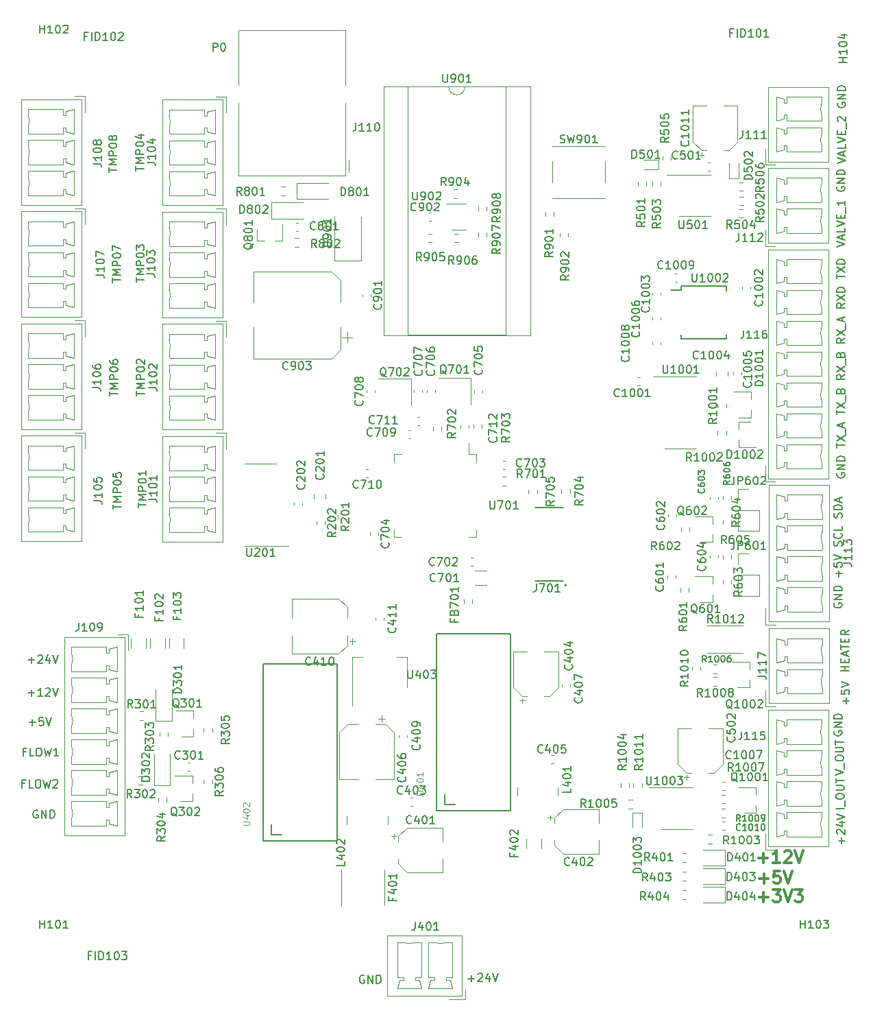
<source format=gbr>
G04 #@! TF.GenerationSoftware,KiCad,Pcbnew,(5.1.9)-1*
G04 #@! TF.CreationDate,2021-05-11T09:04:56+02:00*
G04 #@! TF.ProjectId,SIOMv01,53494f4d-7630-4312-9e6b-696361645f70,rev?*
G04 #@! TF.SameCoordinates,Original*
G04 #@! TF.FileFunction,Legend,Top*
G04 #@! TF.FilePolarity,Positive*
%FSLAX46Y46*%
G04 Gerber Fmt 4.6, Leading zero omitted, Abs format (unit mm)*
G04 Created by KiCad (PCBNEW (5.1.9)-1) date 2021-05-11 09:04:56*
%MOMM*%
%LPD*%
G01*
G04 APERTURE LIST*
%ADD10C,0.150000*%
%ADD11C,0.300000*%
%ADD12C,0.120000*%
%ADD13C,0.200000*%
%ADD14C,0.127000*%
%ADD15C,0.100000*%
%ADD16C,0.015000*%
G04 APERTURE END LIST*
D10*
X61214095Y-177350800D02*
X61118857Y-177303180D01*
X60976000Y-177303180D01*
X60833142Y-177350800D01*
X60737904Y-177446038D01*
X60690285Y-177541276D01*
X60642666Y-177731752D01*
X60642666Y-177874609D01*
X60690285Y-178065085D01*
X60737904Y-178160323D01*
X60833142Y-178255561D01*
X60976000Y-178303180D01*
X61071238Y-178303180D01*
X61214095Y-178255561D01*
X61261714Y-178207942D01*
X61261714Y-177874609D01*
X61071238Y-177874609D01*
X61690285Y-178303180D02*
X61690285Y-177303180D01*
X62261714Y-178303180D01*
X62261714Y-177303180D01*
X62737904Y-178303180D02*
X62737904Y-177303180D01*
X62976000Y-177303180D01*
X63118857Y-177350800D01*
X63214095Y-177446038D01*
X63261714Y-177541276D01*
X63309333Y-177731752D01*
X63309333Y-177874609D01*
X63261714Y-178065085D01*
X63214095Y-178160323D01*
X63118857Y-178255561D01*
X62976000Y-178303180D01*
X62737904Y-178303180D01*
X74082495Y-177719028D02*
X74844400Y-177719028D01*
X74463447Y-178099980D02*
X74463447Y-177338076D01*
X75272971Y-177195219D02*
X75320590Y-177147600D01*
X75415828Y-177099980D01*
X75653923Y-177099980D01*
X75749161Y-177147600D01*
X75796780Y-177195219D01*
X75844400Y-177290457D01*
X75844400Y-177385695D01*
X75796780Y-177528552D01*
X75225352Y-178099980D01*
X75844400Y-178099980D01*
X76701542Y-177433314D02*
X76701542Y-178099980D01*
X76463447Y-177052361D02*
X76225352Y-177766647D01*
X76844400Y-177766647D01*
X77082495Y-177099980D02*
X77415828Y-178099980D01*
X77749161Y-177099980D01*
X32980380Y-78001523D02*
X32980380Y-77430095D01*
X33980380Y-77715809D02*
X32980380Y-77715809D01*
X33980380Y-77096761D02*
X32980380Y-77096761D01*
X33694666Y-76763428D01*
X32980380Y-76430095D01*
X33980380Y-76430095D01*
X33980380Y-75953904D02*
X32980380Y-75953904D01*
X32980380Y-75572952D01*
X33028000Y-75477714D01*
X33075619Y-75430095D01*
X33170857Y-75382476D01*
X33313714Y-75382476D01*
X33408952Y-75430095D01*
X33456571Y-75477714D01*
X33504190Y-75572952D01*
X33504190Y-75953904D01*
X32980380Y-74763428D02*
X32980380Y-74668190D01*
X33028000Y-74572952D01*
X33075619Y-74525333D01*
X33170857Y-74477714D01*
X33361333Y-74430095D01*
X33599428Y-74430095D01*
X33789904Y-74477714D01*
X33885142Y-74525333D01*
X33932761Y-74572952D01*
X33980380Y-74668190D01*
X33980380Y-74763428D01*
X33932761Y-74858666D01*
X33885142Y-74906285D01*
X33789904Y-74953904D01*
X33599428Y-75001523D01*
X33361333Y-75001523D01*
X33170857Y-74953904D01*
X33075619Y-74906285D01*
X33028000Y-74858666D01*
X32980380Y-74763428D01*
X33313714Y-73572952D02*
X33980380Y-73572952D01*
X32932761Y-73811047D02*
X33647047Y-74049142D01*
X33647047Y-73430095D01*
X29652980Y-78179323D02*
X29652980Y-77607895D01*
X30652980Y-77893609D02*
X29652980Y-77893609D01*
X30652980Y-77274561D02*
X29652980Y-77274561D01*
X30367266Y-76941228D01*
X29652980Y-76607895D01*
X30652980Y-76607895D01*
X30652980Y-76131704D02*
X29652980Y-76131704D01*
X29652980Y-75750752D01*
X29700600Y-75655514D01*
X29748219Y-75607895D01*
X29843457Y-75560276D01*
X29986314Y-75560276D01*
X30081552Y-75607895D01*
X30129171Y-75655514D01*
X30176790Y-75750752D01*
X30176790Y-76131704D01*
X29652980Y-74941228D02*
X29652980Y-74845990D01*
X29700600Y-74750752D01*
X29748219Y-74703133D01*
X29843457Y-74655514D01*
X30033933Y-74607895D01*
X30272028Y-74607895D01*
X30462504Y-74655514D01*
X30557742Y-74703133D01*
X30605361Y-74750752D01*
X30652980Y-74845990D01*
X30652980Y-74941228D01*
X30605361Y-75036466D01*
X30557742Y-75084085D01*
X30462504Y-75131704D01*
X30272028Y-75179323D01*
X30033933Y-75179323D01*
X29843457Y-75131704D01*
X29748219Y-75084085D01*
X29700600Y-75036466D01*
X29652980Y-74941228D01*
X30081552Y-74036466D02*
X30033933Y-74131704D01*
X29986314Y-74179323D01*
X29891076Y-74226942D01*
X29843457Y-74226942D01*
X29748219Y-74179323D01*
X29700600Y-74131704D01*
X29652980Y-74036466D01*
X29652980Y-73845990D01*
X29700600Y-73750752D01*
X29748219Y-73703133D01*
X29843457Y-73655514D01*
X29891076Y-73655514D01*
X29986314Y-73703133D01*
X30033933Y-73750752D01*
X30081552Y-73845990D01*
X30081552Y-74036466D01*
X30129171Y-74131704D01*
X30176790Y-74179323D01*
X30272028Y-74226942D01*
X30462504Y-74226942D01*
X30557742Y-74179323D01*
X30605361Y-74131704D01*
X30652980Y-74036466D01*
X30652980Y-73845990D01*
X30605361Y-73750752D01*
X30557742Y-73703133D01*
X30462504Y-73655514D01*
X30272028Y-73655514D01*
X30176790Y-73703133D01*
X30129171Y-73750752D01*
X30081552Y-73845990D01*
X30135580Y-91768323D02*
X30135580Y-91196895D01*
X31135580Y-91482609D02*
X30135580Y-91482609D01*
X31135580Y-90863561D02*
X30135580Y-90863561D01*
X30849866Y-90530228D01*
X30135580Y-90196895D01*
X31135580Y-90196895D01*
X31135580Y-89720704D02*
X30135580Y-89720704D01*
X30135580Y-89339752D01*
X30183200Y-89244514D01*
X30230819Y-89196895D01*
X30326057Y-89149276D01*
X30468914Y-89149276D01*
X30564152Y-89196895D01*
X30611771Y-89244514D01*
X30659390Y-89339752D01*
X30659390Y-89720704D01*
X30135580Y-88530228D02*
X30135580Y-88434990D01*
X30183200Y-88339752D01*
X30230819Y-88292133D01*
X30326057Y-88244514D01*
X30516533Y-88196895D01*
X30754628Y-88196895D01*
X30945104Y-88244514D01*
X31040342Y-88292133D01*
X31087961Y-88339752D01*
X31135580Y-88434990D01*
X31135580Y-88530228D01*
X31087961Y-88625466D01*
X31040342Y-88673085D01*
X30945104Y-88720704D01*
X30754628Y-88768323D01*
X30516533Y-88768323D01*
X30326057Y-88720704D01*
X30230819Y-88673085D01*
X30183200Y-88625466D01*
X30135580Y-88530228D01*
X30135580Y-87863561D02*
X30135580Y-87196895D01*
X31135580Y-87625466D01*
X29779980Y-105814523D02*
X29779980Y-105243095D01*
X30779980Y-105528809D02*
X29779980Y-105528809D01*
X30779980Y-104909761D02*
X29779980Y-104909761D01*
X30494266Y-104576428D01*
X29779980Y-104243095D01*
X30779980Y-104243095D01*
X30779980Y-103766904D02*
X29779980Y-103766904D01*
X29779980Y-103385952D01*
X29827600Y-103290714D01*
X29875219Y-103243095D01*
X29970457Y-103195476D01*
X30113314Y-103195476D01*
X30208552Y-103243095D01*
X30256171Y-103290714D01*
X30303790Y-103385952D01*
X30303790Y-103766904D01*
X29779980Y-102576428D02*
X29779980Y-102481190D01*
X29827600Y-102385952D01*
X29875219Y-102338333D01*
X29970457Y-102290714D01*
X30160933Y-102243095D01*
X30399028Y-102243095D01*
X30589504Y-102290714D01*
X30684742Y-102338333D01*
X30732361Y-102385952D01*
X30779980Y-102481190D01*
X30779980Y-102576428D01*
X30732361Y-102671666D01*
X30684742Y-102719285D01*
X30589504Y-102766904D01*
X30399028Y-102814523D01*
X30160933Y-102814523D01*
X29970457Y-102766904D01*
X29875219Y-102719285D01*
X29827600Y-102671666D01*
X29779980Y-102576428D01*
X29779980Y-101385952D02*
X29779980Y-101576428D01*
X29827600Y-101671666D01*
X29875219Y-101719285D01*
X30018076Y-101814523D01*
X30208552Y-101862142D01*
X30589504Y-101862142D01*
X30684742Y-101814523D01*
X30732361Y-101766904D01*
X30779980Y-101671666D01*
X30779980Y-101481190D01*
X30732361Y-101385952D01*
X30684742Y-101338333D01*
X30589504Y-101290714D01*
X30351409Y-101290714D01*
X30256171Y-101338333D01*
X30208552Y-101385952D01*
X30160933Y-101481190D01*
X30160933Y-101671666D01*
X30208552Y-101766904D01*
X30256171Y-101814523D01*
X30351409Y-101862142D01*
X33031180Y-91717523D02*
X33031180Y-91146095D01*
X34031180Y-91431809D02*
X33031180Y-91431809D01*
X34031180Y-90812761D02*
X33031180Y-90812761D01*
X33745466Y-90479428D01*
X33031180Y-90146095D01*
X34031180Y-90146095D01*
X34031180Y-89669904D02*
X33031180Y-89669904D01*
X33031180Y-89288952D01*
X33078800Y-89193714D01*
X33126419Y-89146095D01*
X33221657Y-89098476D01*
X33364514Y-89098476D01*
X33459752Y-89146095D01*
X33507371Y-89193714D01*
X33554990Y-89288952D01*
X33554990Y-89669904D01*
X33031180Y-88479428D02*
X33031180Y-88384190D01*
X33078800Y-88288952D01*
X33126419Y-88241333D01*
X33221657Y-88193714D01*
X33412133Y-88146095D01*
X33650228Y-88146095D01*
X33840704Y-88193714D01*
X33935942Y-88241333D01*
X33983561Y-88288952D01*
X34031180Y-88384190D01*
X34031180Y-88479428D01*
X33983561Y-88574666D01*
X33935942Y-88622285D01*
X33840704Y-88669904D01*
X33650228Y-88717523D01*
X33412133Y-88717523D01*
X33221657Y-88669904D01*
X33126419Y-88622285D01*
X33078800Y-88574666D01*
X33031180Y-88479428D01*
X33031180Y-87812761D02*
X33031180Y-87193714D01*
X33412133Y-87527047D01*
X33412133Y-87384190D01*
X33459752Y-87288952D01*
X33507371Y-87241333D01*
X33602609Y-87193714D01*
X33840704Y-87193714D01*
X33935942Y-87241333D01*
X33983561Y-87288952D01*
X34031180Y-87384190D01*
X34031180Y-87669904D01*
X33983561Y-87765142D01*
X33935942Y-87812761D01*
X33081980Y-105789123D02*
X33081980Y-105217695D01*
X34081980Y-105503409D02*
X33081980Y-105503409D01*
X34081980Y-104884361D02*
X33081980Y-104884361D01*
X33796266Y-104551028D01*
X33081980Y-104217695D01*
X34081980Y-104217695D01*
X34081980Y-103741504D02*
X33081980Y-103741504D01*
X33081980Y-103360552D01*
X33129600Y-103265314D01*
X33177219Y-103217695D01*
X33272457Y-103170076D01*
X33415314Y-103170076D01*
X33510552Y-103217695D01*
X33558171Y-103265314D01*
X33605790Y-103360552D01*
X33605790Y-103741504D01*
X33081980Y-102551028D02*
X33081980Y-102455790D01*
X33129600Y-102360552D01*
X33177219Y-102312933D01*
X33272457Y-102265314D01*
X33462933Y-102217695D01*
X33701028Y-102217695D01*
X33891504Y-102265314D01*
X33986742Y-102312933D01*
X34034361Y-102360552D01*
X34081980Y-102455790D01*
X34081980Y-102551028D01*
X34034361Y-102646266D01*
X33986742Y-102693885D01*
X33891504Y-102741504D01*
X33701028Y-102789123D01*
X33462933Y-102789123D01*
X33272457Y-102741504D01*
X33177219Y-102693885D01*
X33129600Y-102646266D01*
X33081980Y-102551028D01*
X33177219Y-101836742D02*
X33129600Y-101789123D01*
X33081980Y-101693885D01*
X33081980Y-101455790D01*
X33129600Y-101360552D01*
X33177219Y-101312933D01*
X33272457Y-101265314D01*
X33367695Y-101265314D01*
X33510552Y-101312933D01*
X34081980Y-101884361D01*
X34081980Y-101265314D01*
X33285180Y-119555923D02*
X33285180Y-118984495D01*
X34285180Y-119270209D02*
X33285180Y-119270209D01*
X34285180Y-118651161D02*
X33285180Y-118651161D01*
X33999466Y-118317828D01*
X33285180Y-117984495D01*
X34285180Y-117984495D01*
X34285180Y-117508304D02*
X33285180Y-117508304D01*
X33285180Y-117127352D01*
X33332800Y-117032114D01*
X33380419Y-116984495D01*
X33475657Y-116936876D01*
X33618514Y-116936876D01*
X33713752Y-116984495D01*
X33761371Y-117032114D01*
X33808990Y-117127352D01*
X33808990Y-117508304D01*
X33285180Y-116317828D02*
X33285180Y-116222590D01*
X33332800Y-116127352D01*
X33380419Y-116079733D01*
X33475657Y-116032114D01*
X33666133Y-115984495D01*
X33904228Y-115984495D01*
X34094704Y-116032114D01*
X34189942Y-116079733D01*
X34237561Y-116127352D01*
X34285180Y-116222590D01*
X34285180Y-116317828D01*
X34237561Y-116413066D01*
X34189942Y-116460685D01*
X34094704Y-116508304D01*
X33904228Y-116555923D01*
X33666133Y-116555923D01*
X33475657Y-116508304D01*
X33380419Y-116460685D01*
X33332800Y-116413066D01*
X33285180Y-116317828D01*
X34285180Y-115032114D02*
X34285180Y-115603542D01*
X34285180Y-115317828D02*
X33285180Y-115317828D01*
X33428038Y-115413066D01*
X33523276Y-115508304D01*
X33570895Y-115603542D01*
X30186380Y-119784523D02*
X30186380Y-119213095D01*
X31186380Y-119498809D02*
X30186380Y-119498809D01*
X31186380Y-118879761D02*
X30186380Y-118879761D01*
X30900666Y-118546428D01*
X30186380Y-118213095D01*
X31186380Y-118213095D01*
X31186380Y-117736904D02*
X30186380Y-117736904D01*
X30186380Y-117355952D01*
X30234000Y-117260714D01*
X30281619Y-117213095D01*
X30376857Y-117165476D01*
X30519714Y-117165476D01*
X30614952Y-117213095D01*
X30662571Y-117260714D01*
X30710190Y-117355952D01*
X30710190Y-117736904D01*
X30186380Y-116546428D02*
X30186380Y-116451190D01*
X30234000Y-116355952D01*
X30281619Y-116308333D01*
X30376857Y-116260714D01*
X30567333Y-116213095D01*
X30805428Y-116213095D01*
X30995904Y-116260714D01*
X31091142Y-116308333D01*
X31138761Y-116355952D01*
X31186380Y-116451190D01*
X31186380Y-116546428D01*
X31138761Y-116641666D01*
X31091142Y-116689285D01*
X30995904Y-116736904D01*
X30805428Y-116784523D01*
X30567333Y-116784523D01*
X30376857Y-116736904D01*
X30281619Y-116689285D01*
X30234000Y-116641666D01*
X30186380Y-116546428D01*
X30186380Y-115308333D02*
X30186380Y-115784523D01*
X30662571Y-115832142D01*
X30614952Y-115784523D01*
X30567333Y-115689285D01*
X30567333Y-115451190D01*
X30614952Y-115355952D01*
X30662571Y-115308333D01*
X30757809Y-115260714D01*
X30995904Y-115260714D01*
X31091142Y-115308333D01*
X31138761Y-115355952D01*
X31186380Y-115451190D01*
X31186380Y-115689285D01*
X31138761Y-115784523D01*
X31091142Y-115832142D01*
X42543504Y-63241180D02*
X42543504Y-62241180D01*
X42924457Y-62241180D01*
X43019695Y-62288800D01*
X43067314Y-62336419D01*
X43114933Y-62431657D01*
X43114933Y-62574514D01*
X43067314Y-62669752D01*
X43019695Y-62717371D01*
X42924457Y-62764990D01*
X42543504Y-62764990D01*
X43733980Y-62241180D02*
X43829219Y-62241180D01*
X43924457Y-62288800D01*
X43972076Y-62336419D01*
X44019695Y-62431657D01*
X44067314Y-62622133D01*
X44067314Y-62860228D01*
X44019695Y-63050704D01*
X43972076Y-63145942D01*
X43924457Y-63193561D01*
X43829219Y-63241180D01*
X43733980Y-63241180D01*
X43638742Y-63193561D01*
X43591123Y-63145942D01*
X43543504Y-63050704D01*
X43495885Y-62860228D01*
X43495885Y-62622133D01*
X43543504Y-62431657D01*
X43591123Y-62336419D01*
X43638742Y-62288800D01*
X43733980Y-62241180D01*
X119695980Y-77047123D02*
X120695980Y-76713790D01*
X119695980Y-76380457D01*
X120410266Y-76094742D02*
X120410266Y-75618552D01*
X120695980Y-76189980D02*
X119695980Y-75856647D01*
X120695980Y-75523314D01*
X120695980Y-74713790D02*
X120695980Y-75189980D01*
X119695980Y-75189980D01*
X119695980Y-74523314D02*
X120695980Y-74189980D01*
X119695980Y-73856647D01*
X120172171Y-73523314D02*
X120172171Y-73189980D01*
X120695980Y-73047123D02*
X120695980Y-73523314D01*
X119695980Y-73523314D01*
X119695980Y-73047123D01*
X120791219Y-72856647D02*
X120791219Y-72094742D01*
X119791219Y-71904266D02*
X119743600Y-71856647D01*
X119695980Y-71761409D01*
X119695980Y-71523314D01*
X119743600Y-71428076D01*
X119791219Y-71380457D01*
X119886457Y-71332838D01*
X119981695Y-71332838D01*
X120124552Y-71380457D01*
X120695980Y-71951885D01*
X120695980Y-71332838D01*
X119743600Y-69618552D02*
X119695980Y-69713790D01*
X119695980Y-69856647D01*
X119743600Y-69999504D01*
X119838838Y-70094742D01*
X119934076Y-70142361D01*
X120124552Y-70189980D01*
X120267409Y-70189980D01*
X120457885Y-70142361D01*
X120553123Y-70094742D01*
X120648361Y-69999504D01*
X120695980Y-69856647D01*
X120695980Y-69761409D01*
X120648361Y-69618552D01*
X120600742Y-69570933D01*
X120267409Y-69570933D01*
X120267409Y-69761409D01*
X120695980Y-69142361D02*
X119695980Y-69142361D01*
X120695980Y-68570933D01*
X119695980Y-68570933D01*
X120695980Y-68094742D02*
X119695980Y-68094742D01*
X119695980Y-67856647D01*
X119743600Y-67713790D01*
X119838838Y-67618552D01*
X119934076Y-67570933D01*
X120124552Y-67523314D01*
X120267409Y-67523314D01*
X120457885Y-67570933D01*
X120553123Y-67618552D01*
X120648361Y-67713790D01*
X120695980Y-67856647D01*
X120695980Y-68094742D01*
X119594380Y-87410323D02*
X120594380Y-87076990D01*
X119594380Y-86743657D01*
X120308666Y-86457942D02*
X120308666Y-85981752D01*
X120594380Y-86553180D02*
X119594380Y-86219847D01*
X120594380Y-85886514D01*
X120594380Y-85076990D02*
X120594380Y-85553180D01*
X119594380Y-85553180D01*
X119594380Y-84886514D02*
X120594380Y-84553180D01*
X119594380Y-84219847D01*
X120070571Y-83886514D02*
X120070571Y-83553180D01*
X120594380Y-83410323D02*
X120594380Y-83886514D01*
X119594380Y-83886514D01*
X119594380Y-83410323D01*
X120689619Y-83219847D02*
X120689619Y-82457942D01*
X120594380Y-81696038D02*
X120594380Y-82267466D01*
X120594380Y-81981752D02*
X119594380Y-81981752D01*
X119737238Y-82076990D01*
X119832476Y-82172228D01*
X119880095Y-82267466D01*
X119642000Y-79981752D02*
X119594380Y-80076990D01*
X119594380Y-80219847D01*
X119642000Y-80362704D01*
X119737238Y-80457942D01*
X119832476Y-80505561D01*
X120022952Y-80553180D01*
X120165809Y-80553180D01*
X120356285Y-80505561D01*
X120451523Y-80457942D01*
X120546761Y-80362704D01*
X120594380Y-80219847D01*
X120594380Y-80124609D01*
X120546761Y-79981752D01*
X120499142Y-79934133D01*
X120165809Y-79934133D01*
X120165809Y-80124609D01*
X120594380Y-79505561D02*
X119594380Y-79505561D01*
X120594380Y-78934133D01*
X119594380Y-78934133D01*
X120594380Y-78457942D02*
X119594380Y-78457942D01*
X119594380Y-78219847D01*
X119642000Y-78076990D01*
X119737238Y-77981752D01*
X119832476Y-77934133D01*
X120022952Y-77886514D01*
X120165809Y-77886514D01*
X120356285Y-77934133D01*
X120451523Y-77981752D01*
X120546761Y-78076990D01*
X120594380Y-78219847D01*
X120594380Y-78457942D01*
X119642000Y-115341371D02*
X119594380Y-115436609D01*
X119594380Y-115579466D01*
X119642000Y-115722323D01*
X119737238Y-115817561D01*
X119832476Y-115865180D01*
X120022952Y-115912800D01*
X120165809Y-115912800D01*
X120356285Y-115865180D01*
X120451523Y-115817561D01*
X120546761Y-115722323D01*
X120594380Y-115579466D01*
X120594380Y-115484228D01*
X120546761Y-115341371D01*
X120499142Y-115293752D01*
X120165809Y-115293752D01*
X120165809Y-115484228D01*
X120594380Y-114865180D02*
X119594380Y-114865180D01*
X120594380Y-114293752D01*
X119594380Y-114293752D01*
X120594380Y-113817561D02*
X119594380Y-113817561D01*
X119594380Y-113579466D01*
X119642000Y-113436609D01*
X119737238Y-113341371D01*
X119832476Y-113293752D01*
X120022952Y-113246133D01*
X120165809Y-113246133D01*
X120356285Y-113293752D01*
X120451523Y-113341371D01*
X120546761Y-113436609D01*
X120594380Y-113579466D01*
X120594380Y-113817561D01*
X119594380Y-112198514D02*
X119594380Y-111627085D01*
X120594380Y-111912800D02*
X119594380Y-111912800D01*
X119594380Y-111388990D02*
X120594380Y-110722323D01*
X119594380Y-110722323D02*
X120594380Y-111388990D01*
X120689619Y-110579466D02*
X120689619Y-109817561D01*
X120308666Y-109627085D02*
X120308666Y-109150895D01*
X120594380Y-109722323D02*
X119594380Y-109388990D01*
X120594380Y-109055657D01*
X119594380Y-108103276D02*
X119594380Y-107531847D01*
X120594380Y-107817561D02*
X119594380Y-107817561D01*
X119594380Y-107293752D02*
X120594380Y-106627085D01*
X119594380Y-106627085D02*
X120594380Y-107293752D01*
X120689619Y-106484228D02*
X120689619Y-105722323D01*
X120070571Y-105150895D02*
X120118190Y-105008038D01*
X120165809Y-104960419D01*
X120261047Y-104912800D01*
X120403904Y-104912800D01*
X120499142Y-104960419D01*
X120546761Y-105008038D01*
X120594380Y-105103276D01*
X120594380Y-105484228D01*
X119594380Y-105484228D01*
X119594380Y-105150895D01*
X119642000Y-105055657D01*
X119689619Y-105008038D01*
X119784857Y-104960419D01*
X119880095Y-104960419D01*
X119975333Y-105008038D01*
X120022952Y-105055657D01*
X120070571Y-105150895D01*
X120070571Y-105484228D01*
X120594380Y-103150895D02*
X120118190Y-103484228D01*
X120594380Y-103722323D02*
X119594380Y-103722323D01*
X119594380Y-103341371D01*
X119642000Y-103246133D01*
X119689619Y-103198514D01*
X119784857Y-103150895D01*
X119927714Y-103150895D01*
X120022952Y-103198514D01*
X120070571Y-103246133D01*
X120118190Y-103341371D01*
X120118190Y-103722323D01*
X119594380Y-102817561D02*
X120594380Y-102150895D01*
X119594380Y-102150895D02*
X120594380Y-102817561D01*
X120689619Y-102008038D02*
X120689619Y-101246133D01*
X120070571Y-100674704D02*
X120118190Y-100531847D01*
X120165809Y-100484228D01*
X120261047Y-100436609D01*
X120403904Y-100436609D01*
X120499142Y-100484228D01*
X120546761Y-100531847D01*
X120594380Y-100627085D01*
X120594380Y-101008038D01*
X119594380Y-101008038D01*
X119594380Y-100674704D01*
X119642000Y-100579466D01*
X119689619Y-100531847D01*
X119784857Y-100484228D01*
X119880095Y-100484228D01*
X119975333Y-100531847D01*
X120022952Y-100579466D01*
X120070571Y-100674704D01*
X120070571Y-101008038D01*
X120594380Y-98674704D02*
X120118190Y-99008038D01*
X120594380Y-99246133D02*
X119594380Y-99246133D01*
X119594380Y-98865180D01*
X119642000Y-98769942D01*
X119689619Y-98722323D01*
X119784857Y-98674704D01*
X119927714Y-98674704D01*
X120022952Y-98722323D01*
X120070571Y-98769942D01*
X120118190Y-98865180D01*
X120118190Y-99246133D01*
X119594380Y-98341371D02*
X120594380Y-97674704D01*
X119594380Y-97674704D02*
X120594380Y-98341371D01*
X120689619Y-97531847D02*
X120689619Y-96769942D01*
X120308666Y-96579466D02*
X120308666Y-96103276D01*
X120594380Y-96674704D02*
X119594380Y-96341371D01*
X120594380Y-96008038D01*
X120594380Y-94341371D02*
X120118190Y-94674704D01*
X120594380Y-94912800D02*
X119594380Y-94912800D01*
X119594380Y-94531847D01*
X119642000Y-94436609D01*
X119689619Y-94388990D01*
X119784857Y-94341371D01*
X119927714Y-94341371D01*
X120022952Y-94388990D01*
X120070571Y-94436609D01*
X120118190Y-94531847D01*
X120118190Y-94912800D01*
X119594380Y-94008038D02*
X120594380Y-93341371D01*
X119594380Y-93341371D02*
X120594380Y-94008038D01*
X120594380Y-92960419D02*
X119594380Y-92960419D01*
X119594380Y-92722323D01*
X119642000Y-92579466D01*
X119737238Y-92484228D01*
X119832476Y-92436609D01*
X120022952Y-92388990D01*
X120165809Y-92388990D01*
X120356285Y-92436609D01*
X120451523Y-92484228D01*
X120546761Y-92579466D01*
X120594380Y-92722323D01*
X120594380Y-92960419D01*
X119594380Y-91341371D02*
X119594380Y-90769942D01*
X120594380Y-91055657D02*
X119594380Y-91055657D01*
X119594380Y-90531847D02*
X120594380Y-89865180D01*
X119594380Y-89865180D02*
X120594380Y-90531847D01*
X120594380Y-89484228D02*
X119594380Y-89484228D01*
X119594380Y-89246133D01*
X119642000Y-89103276D01*
X119737238Y-89008038D01*
X119832476Y-88960419D01*
X120022952Y-88912800D01*
X120165809Y-88912800D01*
X120356285Y-88960419D01*
X120451523Y-89008038D01*
X120546761Y-89103276D01*
X120594380Y-89246133D01*
X120594380Y-89484228D01*
X119286400Y-131385485D02*
X119238780Y-131480723D01*
X119238780Y-131623580D01*
X119286400Y-131766438D01*
X119381638Y-131861676D01*
X119476876Y-131909295D01*
X119667352Y-131956914D01*
X119810209Y-131956914D01*
X120000685Y-131909295D01*
X120095923Y-131861676D01*
X120191161Y-131766438D01*
X120238780Y-131623580D01*
X120238780Y-131528342D01*
X120191161Y-131385485D01*
X120143542Y-131337866D01*
X119810209Y-131337866D01*
X119810209Y-131528342D01*
X120238780Y-130909295D02*
X119238780Y-130909295D01*
X120238780Y-130337866D01*
X119238780Y-130337866D01*
X120238780Y-129861676D02*
X119238780Y-129861676D01*
X119238780Y-129623580D01*
X119286400Y-129480723D01*
X119381638Y-129385485D01*
X119476876Y-129337866D01*
X119667352Y-129290247D01*
X119810209Y-129290247D01*
X120000685Y-129337866D01*
X120095923Y-129385485D01*
X120191161Y-129480723D01*
X120238780Y-129623580D01*
X120238780Y-129861676D01*
X119857828Y-128099771D02*
X119857828Y-127337866D01*
X120238780Y-127718819D02*
X119476876Y-127718819D01*
X119238780Y-126385485D02*
X119238780Y-126861676D01*
X119714971Y-126909295D01*
X119667352Y-126861676D01*
X119619733Y-126766438D01*
X119619733Y-126528342D01*
X119667352Y-126433104D01*
X119714971Y-126385485D01*
X119810209Y-126337866D01*
X120048304Y-126337866D01*
X120143542Y-126385485D01*
X120191161Y-126433104D01*
X120238780Y-126528342D01*
X120238780Y-126766438D01*
X120191161Y-126861676D01*
X120143542Y-126909295D01*
X119238780Y-126052152D02*
X120238780Y-125718819D01*
X119238780Y-125385485D01*
X120191161Y-124337866D02*
X120238780Y-124195009D01*
X120238780Y-123956914D01*
X120191161Y-123861676D01*
X120143542Y-123814057D01*
X120048304Y-123766438D01*
X119953066Y-123766438D01*
X119857828Y-123814057D01*
X119810209Y-123861676D01*
X119762590Y-123956914D01*
X119714971Y-124147390D01*
X119667352Y-124242628D01*
X119619733Y-124290247D01*
X119524495Y-124337866D01*
X119429257Y-124337866D01*
X119334019Y-124290247D01*
X119286400Y-124242628D01*
X119238780Y-124147390D01*
X119238780Y-123909295D01*
X119286400Y-123766438D01*
X120143542Y-122766438D02*
X120191161Y-122814057D01*
X120238780Y-122956914D01*
X120238780Y-123052152D01*
X120191161Y-123195009D01*
X120095923Y-123290247D01*
X120000685Y-123337866D01*
X119810209Y-123385485D01*
X119667352Y-123385485D01*
X119476876Y-123337866D01*
X119381638Y-123290247D01*
X119286400Y-123195009D01*
X119238780Y-123052152D01*
X119238780Y-122956914D01*
X119286400Y-122814057D01*
X119334019Y-122766438D01*
X120238780Y-121861676D02*
X120238780Y-122337866D01*
X119238780Y-122337866D01*
X120191161Y-120814057D02*
X120238780Y-120671200D01*
X120238780Y-120433104D01*
X120191161Y-120337866D01*
X120143542Y-120290247D01*
X120048304Y-120242628D01*
X119953066Y-120242628D01*
X119857828Y-120290247D01*
X119810209Y-120337866D01*
X119762590Y-120433104D01*
X119714971Y-120623580D01*
X119667352Y-120718819D01*
X119619733Y-120766438D01*
X119524495Y-120814057D01*
X119429257Y-120814057D01*
X119334019Y-120766438D01*
X119286400Y-120718819D01*
X119238780Y-120623580D01*
X119238780Y-120385485D01*
X119286400Y-120242628D01*
X120238780Y-119814057D02*
X119238780Y-119814057D01*
X119238780Y-119575961D01*
X119286400Y-119433104D01*
X119381638Y-119337866D01*
X119476876Y-119290247D01*
X119667352Y-119242628D01*
X119810209Y-119242628D01*
X120000685Y-119290247D01*
X120095923Y-119337866D01*
X120191161Y-119433104D01*
X120238780Y-119575961D01*
X120238780Y-119814057D01*
X119953066Y-118861676D02*
X119953066Y-118385485D01*
X120238780Y-118956914D02*
X119238780Y-118623580D01*
X120238780Y-118290247D01*
X121102380Y-139761600D02*
X120102380Y-139761600D01*
X120578571Y-139761600D02*
X120578571Y-139190171D01*
X121102380Y-139190171D02*
X120102380Y-139190171D01*
X120578571Y-138713980D02*
X120578571Y-138380647D01*
X121102380Y-138237790D02*
X121102380Y-138713980D01*
X120102380Y-138713980D01*
X120102380Y-138237790D01*
X120816666Y-137856838D02*
X120816666Y-137380647D01*
X121102380Y-137952076D02*
X120102380Y-137618742D01*
X121102380Y-137285409D01*
X120102380Y-137094933D02*
X120102380Y-136523504D01*
X121102380Y-136809219D02*
X120102380Y-136809219D01*
X120578571Y-136190171D02*
X120578571Y-135856838D01*
X121102380Y-135713980D02*
X121102380Y-136190171D01*
X120102380Y-136190171D01*
X120102380Y-135713980D01*
X121102380Y-134713980D02*
X120626190Y-135047314D01*
X121102380Y-135285409D02*
X120102380Y-135285409D01*
X120102380Y-134904457D01*
X120150000Y-134809219D01*
X120197619Y-134761600D01*
X120292857Y-134713980D01*
X120435714Y-134713980D01*
X120530952Y-134761600D01*
X120578571Y-134809219D01*
X120626190Y-134904457D01*
X120626190Y-135285409D01*
X120772228Y-143830514D02*
X120772228Y-143068609D01*
X121153180Y-143449561D02*
X120391276Y-143449561D01*
X120153180Y-142116228D02*
X120153180Y-142592419D01*
X120629371Y-142640038D01*
X120581752Y-142592419D01*
X120534133Y-142497180D01*
X120534133Y-142259085D01*
X120581752Y-142163847D01*
X120629371Y-142116228D01*
X120724609Y-142068609D01*
X120962704Y-142068609D01*
X121057942Y-142116228D01*
X121105561Y-142163847D01*
X121153180Y-142259085D01*
X121153180Y-142497180D01*
X121105561Y-142592419D01*
X121057942Y-142640038D01*
X120153180Y-141782895D02*
X121153180Y-141449561D01*
X120153180Y-141116228D01*
X119286400Y-147167504D02*
X119238780Y-147262742D01*
X119238780Y-147405600D01*
X119286400Y-147548457D01*
X119381638Y-147643695D01*
X119476876Y-147691314D01*
X119667352Y-147738933D01*
X119810209Y-147738933D01*
X120000685Y-147691314D01*
X120095923Y-147643695D01*
X120191161Y-147548457D01*
X120238780Y-147405600D01*
X120238780Y-147310361D01*
X120191161Y-147167504D01*
X120143542Y-147119885D01*
X119810209Y-147119885D01*
X119810209Y-147310361D01*
X120238780Y-146691314D02*
X119238780Y-146691314D01*
X120238780Y-146119885D01*
X119238780Y-146119885D01*
X120238780Y-145643695D02*
X119238780Y-145643695D01*
X119238780Y-145405600D01*
X119286400Y-145262742D01*
X119381638Y-145167504D01*
X119476876Y-145119885D01*
X119667352Y-145072266D01*
X119810209Y-145072266D01*
X120000685Y-145119885D01*
X120095923Y-145167504D01*
X120191161Y-145262742D01*
X120238780Y-145405600D01*
X120238780Y-145643695D01*
X119441980Y-152561657D02*
X120441980Y-152228323D01*
X119441980Y-151894990D01*
X120537219Y-151799752D02*
X120537219Y-151037847D01*
X119441980Y-150609276D02*
X119441980Y-150418800D01*
X119489600Y-150323561D01*
X119584838Y-150228323D01*
X119775314Y-150180704D01*
X120108647Y-150180704D01*
X120299123Y-150228323D01*
X120394361Y-150323561D01*
X120441980Y-150418800D01*
X120441980Y-150609276D01*
X120394361Y-150704514D01*
X120299123Y-150799752D01*
X120108647Y-150847371D01*
X119775314Y-150847371D01*
X119584838Y-150799752D01*
X119489600Y-150704514D01*
X119441980Y-150609276D01*
X119441980Y-149752133D02*
X120251504Y-149752133D01*
X120346742Y-149704514D01*
X120394361Y-149656895D01*
X120441980Y-149561657D01*
X120441980Y-149371180D01*
X120394361Y-149275942D01*
X120346742Y-149228323D01*
X120251504Y-149180704D01*
X119441980Y-149180704D01*
X119441980Y-148847371D02*
X119441980Y-148275942D01*
X120441980Y-148561657D02*
X119441980Y-148561657D01*
X120492780Y-156749523D02*
X119492780Y-156749523D01*
X120588019Y-156511428D02*
X120588019Y-155749523D01*
X119492780Y-155320952D02*
X119492780Y-155130476D01*
X119540400Y-155035238D01*
X119635638Y-154940000D01*
X119826114Y-154892380D01*
X120159447Y-154892380D01*
X120349923Y-154940000D01*
X120445161Y-155035238D01*
X120492780Y-155130476D01*
X120492780Y-155320952D01*
X120445161Y-155416190D01*
X120349923Y-155511428D01*
X120159447Y-155559047D01*
X119826114Y-155559047D01*
X119635638Y-155511428D01*
X119540400Y-155416190D01*
X119492780Y-155320952D01*
X119492780Y-154463809D02*
X120302304Y-154463809D01*
X120397542Y-154416190D01*
X120445161Y-154368571D01*
X120492780Y-154273333D01*
X120492780Y-154082857D01*
X120445161Y-153987619D01*
X120397542Y-153940000D01*
X120302304Y-153892380D01*
X119492780Y-153892380D01*
X119492780Y-153559047D02*
X119492780Y-152987619D01*
X120492780Y-153273333D02*
X119492780Y-153273333D01*
X120213428Y-161070704D02*
X120213428Y-160308800D01*
X120594380Y-160689752D02*
X119832476Y-160689752D01*
X119689619Y-159880228D02*
X119642000Y-159832609D01*
X119594380Y-159737371D01*
X119594380Y-159499276D01*
X119642000Y-159404038D01*
X119689619Y-159356419D01*
X119784857Y-159308800D01*
X119880095Y-159308800D01*
X120022952Y-159356419D01*
X120594380Y-159927847D01*
X120594380Y-159308800D01*
X119927714Y-158451657D02*
X120594380Y-158451657D01*
X119546761Y-158689752D02*
X120261047Y-158927847D01*
X120261047Y-158308800D01*
X119594380Y-158070704D02*
X120594380Y-157737371D01*
X119594380Y-157404038D01*
X19726495Y-138399828D02*
X20488400Y-138399828D01*
X20107447Y-138780780D02*
X20107447Y-138018876D01*
X20916971Y-137876019D02*
X20964590Y-137828400D01*
X21059828Y-137780780D01*
X21297923Y-137780780D01*
X21393161Y-137828400D01*
X21440780Y-137876019D01*
X21488400Y-137971257D01*
X21488400Y-138066495D01*
X21440780Y-138209352D01*
X20869352Y-138780780D01*
X21488400Y-138780780D01*
X22345542Y-138114114D02*
X22345542Y-138780780D01*
X22107447Y-137733161D02*
X21869352Y-138447447D01*
X22488400Y-138447447D01*
X22726495Y-137780780D02*
X23059828Y-138780780D01*
X23393161Y-137780780D01*
X19726495Y-142463828D02*
X20488400Y-142463828D01*
X20107447Y-142844780D02*
X20107447Y-142082876D01*
X21488400Y-142844780D02*
X20916971Y-142844780D01*
X21202685Y-142844780D02*
X21202685Y-141844780D01*
X21107447Y-141987638D01*
X21012209Y-142082876D01*
X20916971Y-142130495D01*
X21869352Y-141940019D02*
X21916971Y-141892400D01*
X22012209Y-141844780D01*
X22250304Y-141844780D01*
X22345542Y-141892400D01*
X22393161Y-141940019D01*
X22440780Y-142035257D01*
X22440780Y-142130495D01*
X22393161Y-142273352D01*
X21821733Y-142844780D01*
X22440780Y-142844780D01*
X22726495Y-141844780D02*
X23059828Y-142844780D01*
X23393161Y-141844780D01*
X19847085Y-146121428D02*
X20608990Y-146121428D01*
X20228038Y-146502380D02*
X20228038Y-145740476D01*
X21561371Y-145502380D02*
X21085180Y-145502380D01*
X21037561Y-145978571D01*
X21085180Y-145930952D01*
X21180419Y-145883333D01*
X21418514Y-145883333D01*
X21513752Y-145930952D01*
X21561371Y-145978571D01*
X21608990Y-146073809D01*
X21608990Y-146311904D01*
X21561371Y-146407142D01*
X21513752Y-146454761D01*
X21418514Y-146502380D01*
X21180419Y-146502380D01*
X21085180Y-146454761D01*
X21037561Y-146407142D01*
X21894704Y-145502380D02*
X22228038Y-146502380D01*
X22561371Y-145502380D01*
X19401066Y-149737771D02*
X19067733Y-149737771D01*
X19067733Y-150261580D02*
X19067733Y-149261580D01*
X19543923Y-149261580D01*
X20401066Y-150261580D02*
X19924876Y-150261580D01*
X19924876Y-149261580D01*
X20924876Y-149261580D02*
X21115352Y-149261580D01*
X21210590Y-149309200D01*
X21305828Y-149404438D01*
X21353447Y-149594914D01*
X21353447Y-149928247D01*
X21305828Y-150118723D01*
X21210590Y-150213961D01*
X21115352Y-150261580D01*
X20924876Y-150261580D01*
X20829638Y-150213961D01*
X20734400Y-150118723D01*
X20686780Y-149928247D01*
X20686780Y-149594914D01*
X20734400Y-149404438D01*
X20829638Y-149309200D01*
X20924876Y-149261580D01*
X21686780Y-149261580D02*
X21924876Y-150261580D01*
X22115352Y-149547295D01*
X22305828Y-150261580D01*
X22543923Y-149261580D01*
X23448685Y-150261580D02*
X22877257Y-150261580D01*
X23162971Y-150261580D02*
X23162971Y-149261580D01*
X23067733Y-149404438D01*
X22972495Y-149499676D01*
X22877257Y-149547295D01*
X19299466Y-153649371D02*
X18966133Y-153649371D01*
X18966133Y-154173180D02*
X18966133Y-153173180D01*
X19442323Y-153173180D01*
X20299466Y-154173180D02*
X19823276Y-154173180D01*
X19823276Y-153173180D01*
X20823276Y-153173180D02*
X21013752Y-153173180D01*
X21108990Y-153220800D01*
X21204228Y-153316038D01*
X21251847Y-153506514D01*
X21251847Y-153839847D01*
X21204228Y-154030323D01*
X21108990Y-154125561D01*
X21013752Y-154173180D01*
X20823276Y-154173180D01*
X20728038Y-154125561D01*
X20632800Y-154030323D01*
X20585180Y-153839847D01*
X20585180Y-153506514D01*
X20632800Y-153316038D01*
X20728038Y-153220800D01*
X20823276Y-153173180D01*
X21585180Y-153173180D02*
X21823276Y-154173180D01*
X22013752Y-153458895D01*
X22204228Y-154173180D01*
X22442323Y-153173180D01*
X22775657Y-153268419D02*
X22823276Y-153220800D01*
X22918514Y-153173180D01*
X23156609Y-153173180D01*
X23251847Y-153220800D01*
X23299466Y-153268419D01*
X23347085Y-153363657D01*
X23347085Y-153458895D01*
X23299466Y-153601752D01*
X22728038Y-154173180D01*
X23347085Y-154173180D01*
X20878895Y-156980000D02*
X20783657Y-156932380D01*
X20640800Y-156932380D01*
X20497942Y-156980000D01*
X20402704Y-157075238D01*
X20355085Y-157170476D01*
X20307466Y-157360952D01*
X20307466Y-157503809D01*
X20355085Y-157694285D01*
X20402704Y-157789523D01*
X20497942Y-157884761D01*
X20640800Y-157932380D01*
X20736038Y-157932380D01*
X20878895Y-157884761D01*
X20926514Y-157837142D01*
X20926514Y-157503809D01*
X20736038Y-157503809D01*
X21355085Y-157932380D02*
X21355085Y-156932380D01*
X21926514Y-157932380D01*
X21926514Y-156932380D01*
X22402704Y-157932380D02*
X22402704Y-156932380D01*
X22640800Y-156932380D01*
X22783657Y-156980000D01*
X22878895Y-157075238D01*
X22926514Y-157170476D01*
X22974133Y-157360952D01*
X22974133Y-157503809D01*
X22926514Y-157694285D01*
X22878895Y-157789523D01*
X22783657Y-157884761D01*
X22640800Y-157932380D01*
X22402704Y-157932380D01*
D11*
X109942642Y-162857642D02*
X111085500Y-162857642D01*
X110514071Y-163429071D02*
X110514071Y-162286214D01*
X112585500Y-163429071D02*
X111728357Y-163429071D01*
X112156928Y-163429071D02*
X112156928Y-161929071D01*
X112014071Y-162143357D01*
X111871214Y-162286214D01*
X111728357Y-162357642D01*
X113156928Y-162071928D02*
X113228357Y-162000500D01*
X113371214Y-161929071D01*
X113728357Y-161929071D01*
X113871214Y-162000500D01*
X113942642Y-162071928D01*
X114014071Y-162214785D01*
X114014071Y-162357642D01*
X113942642Y-162571928D01*
X113085500Y-163429071D01*
X114014071Y-163429071D01*
X114442642Y-161929071D02*
X114942642Y-163429071D01*
X115442642Y-161929071D01*
X110021928Y-165397642D02*
X111164785Y-165397642D01*
X110593357Y-165969071D02*
X110593357Y-164826214D01*
X112593357Y-164469071D02*
X111879071Y-164469071D01*
X111807642Y-165183357D01*
X111879071Y-165111928D01*
X112021928Y-165040500D01*
X112379071Y-165040500D01*
X112521928Y-165111928D01*
X112593357Y-165183357D01*
X112664785Y-165326214D01*
X112664785Y-165683357D01*
X112593357Y-165826214D01*
X112521928Y-165897642D01*
X112379071Y-165969071D01*
X112021928Y-165969071D01*
X111879071Y-165897642D01*
X111807642Y-165826214D01*
X113093357Y-164469071D02*
X113593357Y-165969071D01*
X114093357Y-164469071D01*
X110006142Y-167683642D02*
X111149000Y-167683642D01*
X110577571Y-168255071D02*
X110577571Y-167112214D01*
X111720428Y-166755071D02*
X112649000Y-166755071D01*
X112149000Y-167326500D01*
X112363285Y-167326500D01*
X112506142Y-167397928D01*
X112577571Y-167469357D01*
X112649000Y-167612214D01*
X112649000Y-167969357D01*
X112577571Y-168112214D01*
X112506142Y-168183642D01*
X112363285Y-168255071D01*
X111934714Y-168255071D01*
X111791857Y-168183642D01*
X111720428Y-168112214D01*
X113077571Y-166755071D02*
X113577571Y-168255071D01*
X114077571Y-166755071D01*
X114434714Y-166755071D02*
X115363285Y-166755071D01*
X114863285Y-167326500D01*
X115077571Y-167326500D01*
X115220428Y-167397928D01*
X115291857Y-167469357D01*
X115363285Y-167612214D01*
X115363285Y-167969357D01*
X115291857Y-168112214D01*
X115220428Y-168183642D01*
X115077571Y-168255071D01*
X114649000Y-168255071D01*
X114506142Y-168183642D01*
X114434714Y-168112214D01*
D12*
X63757000Y-164242448D02*
X63757000Y-168649952D01*
X58417000Y-164242448D02*
X58417000Y-168649952D01*
X57532000Y-89067600D02*
X57532000Y-83667600D01*
X60832000Y-89067600D02*
X60832000Y-83667600D01*
X57532000Y-89067600D02*
X60832000Y-89067600D01*
X73812000Y-82053800D02*
X71362000Y-82053800D01*
X72012000Y-85273800D02*
X73812000Y-85273800D01*
X76366900Y-82927458D02*
X76366900Y-82452942D01*
X75321900Y-82927458D02*
X75321900Y-82452942D01*
X76366900Y-86126858D02*
X76366900Y-85652342D01*
X75321900Y-86126858D02*
X75321900Y-85652342D01*
X72394542Y-86831700D02*
X72869058Y-86831700D01*
X72394542Y-85786700D02*
X72869058Y-85786700D01*
X69117942Y-86831700D02*
X69592458Y-86831700D01*
X69117942Y-85786700D02*
X69592458Y-85786700D01*
X72715658Y-80325700D02*
X72241142Y-80325700D01*
X72715658Y-81370700D02*
X72241142Y-81370700D01*
X59124200Y-99193800D02*
X59124200Y-97943800D01*
X59749200Y-98568800D02*
X58499200Y-98568800D01*
X58259200Y-91513237D02*
X57194763Y-90448800D01*
X58259200Y-100104363D02*
X57194763Y-101168800D01*
X58259200Y-100104363D02*
X58259200Y-97318800D01*
X58259200Y-91513237D02*
X58259200Y-94298800D01*
X57194763Y-90448800D02*
X47539200Y-90448800D01*
X57194763Y-101168800D02*
X47539200Y-101168800D01*
X47539200Y-101168800D02*
X47539200Y-97318800D01*
X47539200Y-90448800D02*
X47539200Y-94298800D01*
X69470180Y-83157600D02*
X69189020Y-83157600D01*
X69470180Y-84177600D02*
X69189020Y-84177600D01*
X81716000Y-67569000D02*
X63596000Y-67569000D01*
X81716000Y-98289000D02*
X81716000Y-67569000D01*
X63596000Y-98289000D02*
X81716000Y-98289000D01*
X63596000Y-67569000D02*
X63596000Y-98289000D01*
X78716000Y-67629000D02*
X73656000Y-67629000D01*
X78716000Y-98229000D02*
X78716000Y-67629000D01*
X66596000Y-98229000D02*
X78716000Y-98229000D01*
X66596000Y-67629000D02*
X66596000Y-98229000D01*
X71656000Y-67629000D02*
X66596000Y-67629000D01*
X73656000Y-67629000D02*
G75*
G02*
X71656000Y-67629000I-1000000J0D01*
G01*
D13*
X85789000Y-128609000D02*
X82359000Y-128609000D01*
X82359000Y-119549000D02*
X85789000Y-119549000D01*
X82359000Y-128609000D02*
X82359000Y-128609000D01*
X82359000Y-119549000D02*
X82359000Y-119549000D01*
X85789000Y-119549000D02*
X85789000Y-119549000D01*
X85789000Y-128609000D02*
X85789000Y-128609000D01*
X86209000Y-129174000D02*
G75*
G03*
X86209000Y-129174000I-100000J0D01*
G01*
D12*
X110820000Y-144133500D02*
X110820000Y-142133500D01*
X112070000Y-144133500D02*
X110820000Y-144133500D01*
X117820000Y-135723500D02*
X117820000Y-136473500D01*
X113520000Y-135723500D02*
X117820000Y-135723500D01*
X113520000Y-136473500D02*
X113520000Y-135723500D01*
X113170000Y-136473500D02*
X113520000Y-136473500D01*
X113170000Y-135973500D02*
X113170000Y-136473500D01*
X112170000Y-135723500D02*
X113170000Y-135973500D01*
X112170000Y-138723500D02*
X112170000Y-135723500D01*
X113170000Y-138473500D02*
X112170000Y-138723500D01*
X113170000Y-137973500D02*
X113170000Y-138473500D01*
X113520000Y-137973500D02*
X113170000Y-137973500D01*
X113520000Y-138723500D02*
X113520000Y-137973500D01*
X117820000Y-138723500D02*
X113520000Y-138723500D01*
X117820000Y-137973500D02*
X117820000Y-138723500D01*
X117820000Y-139533500D02*
X117820000Y-140283500D01*
X113520000Y-139533500D02*
X117820000Y-139533500D01*
X113520000Y-140283500D02*
X113520000Y-139533500D01*
X113170000Y-140283500D02*
X113520000Y-140283500D01*
X113170000Y-139783500D02*
X113170000Y-140283500D01*
X112170000Y-139533500D02*
X113170000Y-139783500D01*
X112170000Y-142533500D02*
X112170000Y-139533500D01*
X113170000Y-142283500D02*
X112170000Y-142533500D01*
X113170000Y-141783500D02*
X113170000Y-142283500D01*
X113520000Y-141783500D02*
X113170000Y-141783500D01*
X113520000Y-142533500D02*
X113520000Y-141783500D01*
X117820000Y-142533500D02*
X113520000Y-142533500D01*
X117820000Y-141783500D02*
X117820000Y-142533500D01*
X111210000Y-134513500D02*
X111210000Y-143743500D01*
X118680000Y-134513500D02*
X111210000Y-134513500D01*
X118680000Y-143743500D02*
X118680000Y-134513500D01*
X111210000Y-143743500D02*
X118680000Y-143743500D01*
X117819845Y-136473853D02*
G75*
G03*
X117820000Y-137973500I1700155J-749647D01*
G01*
X117819845Y-140283853D02*
G75*
G03*
X117820000Y-141783500I1700155J-749647D01*
G01*
X110756500Y-161786500D02*
X110756500Y-159786500D01*
X112006500Y-161786500D02*
X110756500Y-161786500D01*
X117756500Y-145756500D02*
X117756500Y-146506500D01*
X113456500Y-145756500D02*
X117756500Y-145756500D01*
X113456500Y-146506500D02*
X113456500Y-145756500D01*
X113106500Y-146506500D02*
X113456500Y-146506500D01*
X113106500Y-146006500D02*
X113106500Y-146506500D01*
X112106500Y-145756500D02*
X113106500Y-146006500D01*
X112106500Y-148756500D02*
X112106500Y-145756500D01*
X113106500Y-148506500D02*
X112106500Y-148756500D01*
X113106500Y-148006500D02*
X113106500Y-148506500D01*
X113456500Y-148006500D02*
X113106500Y-148006500D01*
X113456500Y-148756500D02*
X113456500Y-148006500D01*
X117756500Y-148756500D02*
X113456500Y-148756500D01*
X117756500Y-148006500D02*
X117756500Y-148756500D01*
X117756500Y-149566500D02*
X117756500Y-150316500D01*
X113456500Y-149566500D02*
X117756500Y-149566500D01*
X113456500Y-150316500D02*
X113456500Y-149566500D01*
X113106500Y-150316500D02*
X113456500Y-150316500D01*
X113106500Y-149816500D02*
X113106500Y-150316500D01*
X112106500Y-149566500D02*
X113106500Y-149816500D01*
X112106500Y-152566500D02*
X112106500Y-149566500D01*
X113106500Y-152316500D02*
X112106500Y-152566500D01*
X113106500Y-151816500D02*
X113106500Y-152316500D01*
X113456500Y-151816500D02*
X113106500Y-151816500D01*
X113456500Y-152566500D02*
X113456500Y-151816500D01*
X117756500Y-152566500D02*
X113456500Y-152566500D01*
X117756500Y-151816500D02*
X117756500Y-152566500D01*
X117756500Y-153376500D02*
X117756500Y-154126500D01*
X113456500Y-153376500D02*
X117756500Y-153376500D01*
X113456500Y-154126500D02*
X113456500Y-153376500D01*
X113106500Y-154126500D02*
X113456500Y-154126500D01*
X113106500Y-153626500D02*
X113106500Y-154126500D01*
X112106500Y-153376500D02*
X113106500Y-153626500D01*
X112106500Y-156376500D02*
X112106500Y-153376500D01*
X113106500Y-156126500D02*
X112106500Y-156376500D01*
X113106500Y-155626500D02*
X113106500Y-156126500D01*
X113456500Y-155626500D02*
X113106500Y-155626500D01*
X113456500Y-156376500D02*
X113456500Y-155626500D01*
X117756500Y-156376500D02*
X113456500Y-156376500D01*
X117756500Y-155626500D02*
X117756500Y-156376500D01*
X117756500Y-157186500D02*
X117756500Y-157936500D01*
X113456500Y-157186500D02*
X117756500Y-157186500D01*
X113456500Y-157936500D02*
X113456500Y-157186500D01*
X113106500Y-157936500D02*
X113456500Y-157936500D01*
X113106500Y-157436500D02*
X113106500Y-157936500D01*
X112106500Y-157186500D02*
X113106500Y-157436500D01*
X112106500Y-160186500D02*
X112106500Y-157186500D01*
X113106500Y-159936500D02*
X112106500Y-160186500D01*
X113106500Y-159436500D02*
X113106500Y-159936500D01*
X113456500Y-159436500D02*
X113106500Y-159436500D01*
X113456500Y-160186500D02*
X113456500Y-159436500D01*
X117756500Y-160186500D02*
X113456500Y-160186500D01*
X117756500Y-159436500D02*
X117756500Y-160186500D01*
X111146500Y-144546500D02*
X111146500Y-161396500D01*
X118616500Y-144546500D02*
X111146500Y-144546500D01*
X118616500Y-161396500D02*
X118616500Y-144546500D01*
X111146500Y-161396500D02*
X118616500Y-161396500D01*
X117756345Y-146506853D02*
G75*
G03*
X117756500Y-148006500I1700155J-749647D01*
G01*
X117756345Y-150316853D02*
G75*
G03*
X117756500Y-151816500I1700155J-749647D01*
G01*
X117756345Y-154126853D02*
G75*
G03*
X117756500Y-155626500I1700155J-749647D01*
G01*
X117756345Y-157936853D02*
G75*
G03*
X117756500Y-159436500I1700155J-749647D01*
G01*
X44120000Y-82688500D02*
X44120000Y-84688500D01*
X42870000Y-82688500D02*
X44120000Y-82688500D01*
X37120000Y-94908500D02*
X37120000Y-94158500D01*
X41420000Y-94908500D02*
X37120000Y-94908500D01*
X41420000Y-94158500D02*
X41420000Y-94908500D01*
X41770000Y-94158500D02*
X41420000Y-94158500D01*
X41770000Y-94658500D02*
X41770000Y-94158500D01*
X42770000Y-94908500D02*
X41770000Y-94658500D01*
X42770000Y-91908500D02*
X42770000Y-94908500D01*
X41770000Y-92158500D02*
X42770000Y-91908500D01*
X41770000Y-92658500D02*
X41770000Y-92158500D01*
X41420000Y-92658500D02*
X41770000Y-92658500D01*
X41420000Y-91908500D02*
X41420000Y-92658500D01*
X37120000Y-91908500D02*
X41420000Y-91908500D01*
X37120000Y-92658500D02*
X37120000Y-91908500D01*
X37120000Y-91098500D02*
X37120000Y-90348500D01*
X41420000Y-91098500D02*
X37120000Y-91098500D01*
X41420000Y-90348500D02*
X41420000Y-91098500D01*
X41770000Y-90348500D02*
X41420000Y-90348500D01*
X41770000Y-90848500D02*
X41770000Y-90348500D01*
X42770000Y-91098500D02*
X41770000Y-90848500D01*
X42770000Y-88098500D02*
X42770000Y-91098500D01*
X41770000Y-88348500D02*
X42770000Y-88098500D01*
X41770000Y-88848500D02*
X41770000Y-88348500D01*
X41420000Y-88848500D02*
X41770000Y-88848500D01*
X41420000Y-88098500D02*
X41420000Y-88848500D01*
X37120000Y-88098500D02*
X41420000Y-88098500D01*
X37120000Y-88848500D02*
X37120000Y-88098500D01*
X37120000Y-87288500D02*
X37120000Y-86538500D01*
X41420000Y-87288500D02*
X37120000Y-87288500D01*
X41420000Y-86538500D02*
X41420000Y-87288500D01*
X41770000Y-86538500D02*
X41420000Y-86538500D01*
X41770000Y-87038500D02*
X41770000Y-86538500D01*
X42770000Y-87288500D02*
X41770000Y-87038500D01*
X42770000Y-84288500D02*
X42770000Y-87288500D01*
X41770000Y-84538500D02*
X42770000Y-84288500D01*
X41770000Y-85038500D02*
X41770000Y-84538500D01*
X41420000Y-85038500D02*
X41770000Y-85038500D01*
X41420000Y-84288500D02*
X41420000Y-85038500D01*
X37120000Y-84288500D02*
X41420000Y-84288500D01*
X37120000Y-85038500D02*
X37120000Y-84288500D01*
X43730000Y-96118500D02*
X43730000Y-83078500D01*
X36260000Y-96118500D02*
X43730000Y-96118500D01*
X36260000Y-83078500D02*
X36260000Y-96118500D01*
X43730000Y-83078500D02*
X36260000Y-83078500D01*
X37120155Y-94158147D02*
G75*
G03*
X37120000Y-92658500I-1700155J749647D01*
G01*
X37120155Y-90348147D02*
G75*
G03*
X37120000Y-88848500I-1700155J749647D01*
G01*
X37120155Y-86538147D02*
G75*
G03*
X37120000Y-85038500I-1700155J749647D01*
G01*
X26708300Y-68794700D02*
X26708300Y-70794700D01*
X25458300Y-68794700D02*
X26708300Y-68794700D01*
X19708300Y-81014700D02*
X19708300Y-80264700D01*
X24008300Y-81014700D02*
X19708300Y-81014700D01*
X24008300Y-80264700D02*
X24008300Y-81014700D01*
X24358300Y-80264700D02*
X24008300Y-80264700D01*
X24358300Y-80764700D02*
X24358300Y-80264700D01*
X25358300Y-81014700D02*
X24358300Y-80764700D01*
X25358300Y-78014700D02*
X25358300Y-81014700D01*
X24358300Y-78264700D02*
X25358300Y-78014700D01*
X24358300Y-78764700D02*
X24358300Y-78264700D01*
X24008300Y-78764700D02*
X24358300Y-78764700D01*
X24008300Y-78014700D02*
X24008300Y-78764700D01*
X19708300Y-78014700D02*
X24008300Y-78014700D01*
X19708300Y-78764700D02*
X19708300Y-78014700D01*
X19708300Y-77204700D02*
X19708300Y-76454700D01*
X24008300Y-77204700D02*
X19708300Y-77204700D01*
X24008300Y-76454700D02*
X24008300Y-77204700D01*
X24358300Y-76454700D02*
X24008300Y-76454700D01*
X24358300Y-76954700D02*
X24358300Y-76454700D01*
X25358300Y-77204700D02*
X24358300Y-76954700D01*
X25358300Y-74204700D02*
X25358300Y-77204700D01*
X24358300Y-74454700D02*
X25358300Y-74204700D01*
X24358300Y-74954700D02*
X24358300Y-74454700D01*
X24008300Y-74954700D02*
X24358300Y-74954700D01*
X24008300Y-74204700D02*
X24008300Y-74954700D01*
X19708300Y-74204700D02*
X24008300Y-74204700D01*
X19708300Y-74954700D02*
X19708300Y-74204700D01*
X19708300Y-73394700D02*
X19708300Y-72644700D01*
X24008300Y-73394700D02*
X19708300Y-73394700D01*
X24008300Y-72644700D02*
X24008300Y-73394700D01*
X24358300Y-72644700D02*
X24008300Y-72644700D01*
X24358300Y-73144700D02*
X24358300Y-72644700D01*
X25358300Y-73394700D02*
X24358300Y-73144700D01*
X25358300Y-70394700D02*
X25358300Y-73394700D01*
X24358300Y-70644700D02*
X25358300Y-70394700D01*
X24358300Y-71144700D02*
X24358300Y-70644700D01*
X24008300Y-71144700D02*
X24358300Y-71144700D01*
X24008300Y-70394700D02*
X24008300Y-71144700D01*
X19708300Y-70394700D02*
X24008300Y-70394700D01*
X19708300Y-71144700D02*
X19708300Y-70394700D01*
X26318300Y-82224700D02*
X26318300Y-69184700D01*
X18848300Y-82224700D02*
X26318300Y-82224700D01*
X18848300Y-69184700D02*
X18848300Y-82224700D01*
X26318300Y-69184700D02*
X18848300Y-69184700D01*
X19708455Y-80264347D02*
G75*
G03*
X19708300Y-78764700I-1700155J749647D01*
G01*
X19708455Y-76454347D02*
G75*
G03*
X19708300Y-74954700I-1700155J749647D01*
G01*
X19708455Y-72644347D02*
G75*
G03*
X19708300Y-71144700I-1700155J749647D01*
G01*
X73712000Y-180264000D02*
X71712000Y-180264000D01*
X73712000Y-179014000D02*
X73712000Y-180264000D01*
X65302000Y-173264000D02*
X66052000Y-173264000D01*
X65302000Y-177564000D02*
X65302000Y-173264000D01*
X66052000Y-177564000D02*
X65302000Y-177564000D01*
X66052000Y-177914000D02*
X66052000Y-177564000D01*
X65552000Y-177914000D02*
X66052000Y-177914000D01*
X65302000Y-178914000D02*
X65552000Y-177914000D01*
X68302000Y-178914000D02*
X65302000Y-178914000D01*
X68052000Y-177914000D02*
X68302000Y-178914000D01*
X67552000Y-177914000D02*
X68052000Y-177914000D01*
X67552000Y-177564000D02*
X67552000Y-177914000D01*
X68302000Y-177564000D02*
X67552000Y-177564000D01*
X68302000Y-173264000D02*
X68302000Y-177564000D01*
X67552000Y-173264000D02*
X68302000Y-173264000D01*
X69112000Y-173264000D02*
X69862000Y-173264000D01*
X69112000Y-177564000D02*
X69112000Y-173264000D01*
X69862000Y-177564000D02*
X69112000Y-177564000D01*
X69862000Y-177914000D02*
X69862000Y-177564000D01*
X69362000Y-177914000D02*
X69862000Y-177914000D01*
X69112000Y-178914000D02*
X69362000Y-177914000D01*
X72112000Y-178914000D02*
X69112000Y-178914000D01*
X71862000Y-177914000D02*
X72112000Y-178914000D01*
X71362000Y-177914000D02*
X71862000Y-177914000D01*
X71362000Y-177564000D02*
X71362000Y-177914000D01*
X72112000Y-177564000D02*
X71362000Y-177564000D01*
X72112000Y-173264000D02*
X72112000Y-177564000D01*
X71362000Y-173264000D02*
X72112000Y-173264000D01*
X64092000Y-179874000D02*
X73322000Y-179874000D01*
X64092000Y-172404000D02*
X64092000Y-179874000D01*
X73322000Y-172404000D02*
X64092000Y-172404000D01*
X73322000Y-179874000D02*
X73322000Y-172404000D01*
X66052353Y-173264155D02*
G75*
G03*
X67552000Y-173264000I749647J1700155D01*
G01*
X69862353Y-173264155D02*
G75*
G03*
X71362000Y-173264000I749647J1700155D01*
G01*
X110756500Y-116384000D02*
X110756500Y-114384000D01*
X112006500Y-116384000D02*
X110756500Y-116384000D01*
X117756500Y-88924000D02*
X117756500Y-89674000D01*
X113456500Y-88924000D02*
X117756500Y-88924000D01*
X113456500Y-89674000D02*
X113456500Y-88924000D01*
X113106500Y-89674000D02*
X113456500Y-89674000D01*
X113106500Y-89174000D02*
X113106500Y-89674000D01*
X112106500Y-88924000D02*
X113106500Y-89174000D01*
X112106500Y-91924000D02*
X112106500Y-88924000D01*
X113106500Y-91674000D02*
X112106500Y-91924000D01*
X113106500Y-91174000D02*
X113106500Y-91674000D01*
X113456500Y-91174000D02*
X113106500Y-91174000D01*
X113456500Y-91924000D02*
X113456500Y-91174000D01*
X117756500Y-91924000D02*
X113456500Y-91924000D01*
X117756500Y-91174000D02*
X117756500Y-91924000D01*
X117756500Y-92734000D02*
X117756500Y-93484000D01*
X113456500Y-92734000D02*
X117756500Y-92734000D01*
X113456500Y-93484000D02*
X113456500Y-92734000D01*
X113106500Y-93484000D02*
X113456500Y-93484000D01*
X113106500Y-92984000D02*
X113106500Y-93484000D01*
X112106500Y-92734000D02*
X113106500Y-92984000D01*
X112106500Y-95734000D02*
X112106500Y-92734000D01*
X113106500Y-95484000D02*
X112106500Y-95734000D01*
X113106500Y-94984000D02*
X113106500Y-95484000D01*
X113456500Y-94984000D02*
X113106500Y-94984000D01*
X113456500Y-95734000D02*
X113456500Y-94984000D01*
X117756500Y-95734000D02*
X113456500Y-95734000D01*
X117756500Y-94984000D02*
X117756500Y-95734000D01*
X117756500Y-96544000D02*
X117756500Y-97294000D01*
X113456500Y-96544000D02*
X117756500Y-96544000D01*
X113456500Y-97294000D02*
X113456500Y-96544000D01*
X113106500Y-97294000D02*
X113456500Y-97294000D01*
X113106500Y-96794000D02*
X113106500Y-97294000D01*
X112106500Y-96544000D02*
X113106500Y-96794000D01*
X112106500Y-99544000D02*
X112106500Y-96544000D01*
X113106500Y-99294000D02*
X112106500Y-99544000D01*
X113106500Y-98794000D02*
X113106500Y-99294000D01*
X113456500Y-98794000D02*
X113106500Y-98794000D01*
X113456500Y-99544000D02*
X113456500Y-98794000D01*
X117756500Y-99544000D02*
X113456500Y-99544000D01*
X117756500Y-98794000D02*
X117756500Y-99544000D01*
X117756500Y-100354000D02*
X117756500Y-101104000D01*
X113456500Y-100354000D02*
X117756500Y-100354000D01*
X113456500Y-101104000D02*
X113456500Y-100354000D01*
X113106500Y-101104000D02*
X113456500Y-101104000D01*
X113106500Y-100604000D02*
X113106500Y-101104000D01*
X112106500Y-100354000D02*
X113106500Y-100604000D01*
X112106500Y-103354000D02*
X112106500Y-100354000D01*
X113106500Y-103104000D02*
X112106500Y-103354000D01*
X113106500Y-102604000D02*
X113106500Y-103104000D01*
X113456500Y-102604000D02*
X113106500Y-102604000D01*
X113456500Y-103354000D02*
X113456500Y-102604000D01*
X117756500Y-103354000D02*
X113456500Y-103354000D01*
X117756500Y-102604000D02*
X117756500Y-103354000D01*
X117756500Y-104164000D02*
X117756500Y-104914000D01*
X113456500Y-104164000D02*
X117756500Y-104164000D01*
X113456500Y-104914000D02*
X113456500Y-104164000D01*
X113106500Y-104914000D02*
X113456500Y-104914000D01*
X113106500Y-104414000D02*
X113106500Y-104914000D01*
X112106500Y-104164000D02*
X113106500Y-104414000D01*
X112106500Y-107164000D02*
X112106500Y-104164000D01*
X113106500Y-106914000D02*
X112106500Y-107164000D01*
X113106500Y-106414000D02*
X113106500Y-106914000D01*
X113456500Y-106414000D02*
X113106500Y-106414000D01*
X113456500Y-107164000D02*
X113456500Y-106414000D01*
X117756500Y-107164000D02*
X113456500Y-107164000D01*
X117756500Y-106414000D02*
X117756500Y-107164000D01*
X117756500Y-107974000D02*
X117756500Y-108724000D01*
X113456500Y-107974000D02*
X117756500Y-107974000D01*
X113456500Y-108724000D02*
X113456500Y-107974000D01*
X113106500Y-108724000D02*
X113456500Y-108724000D01*
X113106500Y-108224000D02*
X113106500Y-108724000D01*
X112106500Y-107974000D02*
X113106500Y-108224000D01*
X112106500Y-110974000D02*
X112106500Y-107974000D01*
X113106500Y-110724000D02*
X112106500Y-110974000D01*
X113106500Y-110224000D02*
X113106500Y-110724000D01*
X113456500Y-110224000D02*
X113106500Y-110224000D01*
X113456500Y-110974000D02*
X113456500Y-110224000D01*
X117756500Y-110974000D02*
X113456500Y-110974000D01*
X117756500Y-110224000D02*
X117756500Y-110974000D01*
X117756500Y-111784000D02*
X117756500Y-112534000D01*
X113456500Y-111784000D02*
X117756500Y-111784000D01*
X113456500Y-112534000D02*
X113456500Y-111784000D01*
X113106500Y-112534000D02*
X113456500Y-112534000D01*
X113106500Y-112034000D02*
X113106500Y-112534000D01*
X112106500Y-111784000D02*
X113106500Y-112034000D01*
X112106500Y-114784000D02*
X112106500Y-111784000D01*
X113106500Y-114534000D02*
X112106500Y-114784000D01*
X113106500Y-114034000D02*
X113106500Y-114534000D01*
X113456500Y-114034000D02*
X113106500Y-114034000D01*
X113456500Y-114784000D02*
X113456500Y-114034000D01*
X117756500Y-114784000D02*
X113456500Y-114784000D01*
X117756500Y-114034000D02*
X117756500Y-114784000D01*
X111146500Y-87714000D02*
X111146500Y-115994000D01*
X118616500Y-87714000D02*
X111146500Y-87714000D01*
X118616500Y-115994000D02*
X118616500Y-87714000D01*
X111146500Y-115994000D02*
X118616500Y-115994000D01*
X117756345Y-89674353D02*
G75*
G03*
X117756500Y-91174000I1700155J-749647D01*
G01*
X117756345Y-93484353D02*
G75*
G03*
X117756500Y-94984000I1700155J-749647D01*
G01*
X117756345Y-97294353D02*
G75*
G03*
X117756500Y-98794000I1700155J-749647D01*
G01*
X117756345Y-101104353D02*
G75*
G03*
X117756500Y-102604000I1700155J-749647D01*
G01*
X117756345Y-104914353D02*
G75*
G03*
X117756500Y-106414000I1700155J-749647D01*
G01*
X117756345Y-108724353D02*
G75*
G03*
X117756500Y-110224000I1700155J-749647D01*
G01*
X117756345Y-112534353D02*
G75*
G03*
X117756500Y-114034000I1700155J-749647D01*
G01*
X110820000Y-134037000D02*
X110820000Y-132037000D01*
X112070000Y-134037000D02*
X110820000Y-134037000D01*
X117820000Y-118007000D02*
X117820000Y-118757000D01*
X113520000Y-118007000D02*
X117820000Y-118007000D01*
X113520000Y-118757000D02*
X113520000Y-118007000D01*
X113170000Y-118757000D02*
X113520000Y-118757000D01*
X113170000Y-118257000D02*
X113170000Y-118757000D01*
X112170000Y-118007000D02*
X113170000Y-118257000D01*
X112170000Y-121007000D02*
X112170000Y-118007000D01*
X113170000Y-120757000D02*
X112170000Y-121007000D01*
X113170000Y-120257000D02*
X113170000Y-120757000D01*
X113520000Y-120257000D02*
X113170000Y-120257000D01*
X113520000Y-121007000D02*
X113520000Y-120257000D01*
X117820000Y-121007000D02*
X113520000Y-121007000D01*
X117820000Y-120257000D02*
X117820000Y-121007000D01*
X117820000Y-121817000D02*
X117820000Y-122567000D01*
X113520000Y-121817000D02*
X117820000Y-121817000D01*
X113520000Y-122567000D02*
X113520000Y-121817000D01*
X113170000Y-122567000D02*
X113520000Y-122567000D01*
X113170000Y-122067000D02*
X113170000Y-122567000D01*
X112170000Y-121817000D02*
X113170000Y-122067000D01*
X112170000Y-124817000D02*
X112170000Y-121817000D01*
X113170000Y-124567000D02*
X112170000Y-124817000D01*
X113170000Y-124067000D02*
X113170000Y-124567000D01*
X113520000Y-124067000D02*
X113170000Y-124067000D01*
X113520000Y-124817000D02*
X113520000Y-124067000D01*
X117820000Y-124817000D02*
X113520000Y-124817000D01*
X117820000Y-124067000D02*
X117820000Y-124817000D01*
X117820000Y-125627000D02*
X117820000Y-126377000D01*
X113520000Y-125627000D02*
X117820000Y-125627000D01*
X113520000Y-126377000D02*
X113520000Y-125627000D01*
X113170000Y-126377000D02*
X113520000Y-126377000D01*
X113170000Y-125877000D02*
X113170000Y-126377000D01*
X112170000Y-125627000D02*
X113170000Y-125877000D01*
X112170000Y-128627000D02*
X112170000Y-125627000D01*
X113170000Y-128377000D02*
X112170000Y-128627000D01*
X113170000Y-127877000D02*
X113170000Y-128377000D01*
X113520000Y-127877000D02*
X113170000Y-127877000D01*
X113520000Y-128627000D02*
X113520000Y-127877000D01*
X117820000Y-128627000D02*
X113520000Y-128627000D01*
X117820000Y-127877000D02*
X117820000Y-128627000D01*
X117820000Y-129437000D02*
X117820000Y-130187000D01*
X113520000Y-129437000D02*
X117820000Y-129437000D01*
X113520000Y-130187000D02*
X113520000Y-129437000D01*
X113170000Y-130187000D02*
X113520000Y-130187000D01*
X113170000Y-129687000D02*
X113170000Y-130187000D01*
X112170000Y-129437000D02*
X113170000Y-129687000D01*
X112170000Y-132437000D02*
X112170000Y-129437000D01*
X113170000Y-132187000D02*
X112170000Y-132437000D01*
X113170000Y-131687000D02*
X113170000Y-132187000D01*
X113520000Y-131687000D02*
X113170000Y-131687000D01*
X113520000Y-132437000D02*
X113520000Y-131687000D01*
X117820000Y-132437000D02*
X113520000Y-132437000D01*
X117820000Y-131687000D02*
X117820000Y-132437000D01*
X111210000Y-116797000D02*
X111210000Y-133647000D01*
X118680000Y-116797000D02*
X111210000Y-116797000D01*
X118680000Y-133647000D02*
X118680000Y-116797000D01*
X111210000Y-133647000D02*
X118680000Y-133647000D01*
X117819845Y-118757353D02*
G75*
G03*
X117820000Y-120257000I1700155J-749647D01*
G01*
X117819845Y-122567353D02*
G75*
G03*
X117820000Y-124067000I1700155J-749647D01*
G01*
X117819845Y-126377353D02*
G75*
G03*
X117820000Y-127877000I1700155J-749647D01*
G01*
X117819845Y-130187353D02*
G75*
G03*
X117820000Y-131687000I1700155J-749647D01*
G01*
X110756500Y-87301000D02*
X110756500Y-85301000D01*
X112006500Y-87301000D02*
X110756500Y-87301000D01*
X117756500Y-78891000D02*
X117756500Y-79641000D01*
X113456500Y-78891000D02*
X117756500Y-78891000D01*
X113456500Y-79641000D02*
X113456500Y-78891000D01*
X113106500Y-79641000D02*
X113456500Y-79641000D01*
X113106500Y-79141000D02*
X113106500Y-79641000D01*
X112106500Y-78891000D02*
X113106500Y-79141000D01*
X112106500Y-81891000D02*
X112106500Y-78891000D01*
X113106500Y-81641000D02*
X112106500Y-81891000D01*
X113106500Y-81141000D02*
X113106500Y-81641000D01*
X113456500Y-81141000D02*
X113106500Y-81141000D01*
X113456500Y-81891000D02*
X113456500Y-81141000D01*
X117756500Y-81891000D02*
X113456500Y-81891000D01*
X117756500Y-81141000D02*
X117756500Y-81891000D01*
X117756500Y-82701000D02*
X117756500Y-83451000D01*
X113456500Y-82701000D02*
X117756500Y-82701000D01*
X113456500Y-83451000D02*
X113456500Y-82701000D01*
X113106500Y-83451000D02*
X113456500Y-83451000D01*
X113106500Y-82951000D02*
X113106500Y-83451000D01*
X112106500Y-82701000D02*
X113106500Y-82951000D01*
X112106500Y-85701000D02*
X112106500Y-82701000D01*
X113106500Y-85451000D02*
X112106500Y-85701000D01*
X113106500Y-84951000D02*
X113106500Y-85451000D01*
X113456500Y-84951000D02*
X113106500Y-84951000D01*
X113456500Y-85701000D02*
X113456500Y-84951000D01*
X117756500Y-85701000D02*
X113456500Y-85701000D01*
X117756500Y-84951000D02*
X117756500Y-85701000D01*
X111146500Y-77681000D02*
X111146500Y-86911000D01*
X118616500Y-77681000D02*
X111146500Y-77681000D01*
X118616500Y-86911000D02*
X118616500Y-77681000D01*
X111146500Y-86911000D02*
X118616500Y-86911000D01*
X117756345Y-79641353D02*
G75*
G03*
X117756500Y-81141000I1700155J-749647D01*
G01*
X117756345Y-83451353D02*
G75*
G03*
X117756500Y-84951000I1700155J-749647D01*
G01*
X110756500Y-77268000D02*
X110756500Y-75268000D01*
X112006500Y-77268000D02*
X110756500Y-77268000D01*
X117756500Y-68858000D02*
X117756500Y-69608000D01*
X113456500Y-68858000D02*
X117756500Y-68858000D01*
X113456500Y-69608000D02*
X113456500Y-68858000D01*
X113106500Y-69608000D02*
X113456500Y-69608000D01*
X113106500Y-69108000D02*
X113106500Y-69608000D01*
X112106500Y-68858000D02*
X113106500Y-69108000D01*
X112106500Y-71858000D02*
X112106500Y-68858000D01*
X113106500Y-71608000D02*
X112106500Y-71858000D01*
X113106500Y-71108000D02*
X113106500Y-71608000D01*
X113456500Y-71108000D02*
X113106500Y-71108000D01*
X113456500Y-71858000D02*
X113456500Y-71108000D01*
X117756500Y-71858000D02*
X113456500Y-71858000D01*
X117756500Y-71108000D02*
X117756500Y-71858000D01*
X117756500Y-72668000D02*
X117756500Y-73418000D01*
X113456500Y-72668000D02*
X117756500Y-72668000D01*
X113456500Y-73418000D02*
X113456500Y-72668000D01*
X113106500Y-73418000D02*
X113456500Y-73418000D01*
X113106500Y-72918000D02*
X113106500Y-73418000D01*
X112106500Y-72668000D02*
X113106500Y-72918000D01*
X112106500Y-75668000D02*
X112106500Y-72668000D01*
X113106500Y-75418000D02*
X112106500Y-75668000D01*
X113106500Y-74918000D02*
X113106500Y-75418000D01*
X113456500Y-74918000D02*
X113106500Y-74918000D01*
X113456500Y-75668000D02*
X113456500Y-74918000D01*
X117756500Y-75668000D02*
X113456500Y-75668000D01*
X117756500Y-74918000D02*
X117756500Y-75668000D01*
X111146500Y-67648000D02*
X111146500Y-76878000D01*
X118616500Y-67648000D02*
X111146500Y-67648000D01*
X118616500Y-76878000D02*
X118616500Y-67648000D01*
X111146500Y-76878000D02*
X118616500Y-76878000D01*
X117756345Y-69608353D02*
G75*
G03*
X117756500Y-71108000I1700155J-749647D01*
G01*
X117756345Y-73418353D02*
G75*
G03*
X117756500Y-74918000I1700155J-749647D01*
G01*
X32055000Y-135203000D02*
X32055000Y-137203000D01*
X30805000Y-135203000D02*
X32055000Y-135203000D01*
X25055000Y-158853000D02*
X25055000Y-158103000D01*
X29355000Y-158853000D02*
X25055000Y-158853000D01*
X29355000Y-158103000D02*
X29355000Y-158853000D01*
X29705000Y-158103000D02*
X29355000Y-158103000D01*
X29705000Y-158603000D02*
X29705000Y-158103000D01*
X30705000Y-158853000D02*
X29705000Y-158603000D01*
X30705000Y-155853000D02*
X30705000Y-158853000D01*
X29705000Y-156103000D02*
X30705000Y-155853000D01*
X29705000Y-156603000D02*
X29705000Y-156103000D01*
X29355000Y-156603000D02*
X29705000Y-156603000D01*
X29355000Y-155853000D02*
X29355000Y-156603000D01*
X25055000Y-155853000D02*
X29355000Y-155853000D01*
X25055000Y-156603000D02*
X25055000Y-155853000D01*
X25055000Y-155043000D02*
X25055000Y-154293000D01*
X29355000Y-155043000D02*
X25055000Y-155043000D01*
X29355000Y-154293000D02*
X29355000Y-155043000D01*
X29705000Y-154293000D02*
X29355000Y-154293000D01*
X29705000Y-154793000D02*
X29705000Y-154293000D01*
X30705000Y-155043000D02*
X29705000Y-154793000D01*
X30705000Y-152043000D02*
X30705000Y-155043000D01*
X29705000Y-152293000D02*
X30705000Y-152043000D01*
X29705000Y-152793000D02*
X29705000Y-152293000D01*
X29355000Y-152793000D02*
X29705000Y-152793000D01*
X29355000Y-152043000D02*
X29355000Y-152793000D01*
X25055000Y-152043000D02*
X29355000Y-152043000D01*
X25055000Y-152793000D02*
X25055000Y-152043000D01*
X25055000Y-151233000D02*
X25055000Y-150483000D01*
X29355000Y-151233000D02*
X25055000Y-151233000D01*
X29355000Y-150483000D02*
X29355000Y-151233000D01*
X29705000Y-150483000D02*
X29355000Y-150483000D01*
X29705000Y-150983000D02*
X29705000Y-150483000D01*
X30705000Y-151233000D02*
X29705000Y-150983000D01*
X30705000Y-148233000D02*
X30705000Y-151233000D01*
X29705000Y-148483000D02*
X30705000Y-148233000D01*
X29705000Y-148983000D02*
X29705000Y-148483000D01*
X29355000Y-148983000D02*
X29705000Y-148983000D01*
X29355000Y-148233000D02*
X29355000Y-148983000D01*
X25055000Y-148233000D02*
X29355000Y-148233000D01*
X25055000Y-148983000D02*
X25055000Y-148233000D01*
X25055000Y-147423000D02*
X25055000Y-146673000D01*
X29355000Y-147423000D02*
X25055000Y-147423000D01*
X29355000Y-146673000D02*
X29355000Y-147423000D01*
X29705000Y-146673000D02*
X29355000Y-146673000D01*
X29705000Y-147173000D02*
X29705000Y-146673000D01*
X30705000Y-147423000D02*
X29705000Y-147173000D01*
X30705000Y-144423000D02*
X30705000Y-147423000D01*
X29705000Y-144673000D02*
X30705000Y-144423000D01*
X29705000Y-145173000D02*
X29705000Y-144673000D01*
X29355000Y-145173000D02*
X29705000Y-145173000D01*
X29355000Y-144423000D02*
X29355000Y-145173000D01*
X25055000Y-144423000D02*
X29355000Y-144423000D01*
X25055000Y-145173000D02*
X25055000Y-144423000D01*
X25055000Y-143613000D02*
X25055000Y-142863000D01*
X29355000Y-143613000D02*
X25055000Y-143613000D01*
X29355000Y-142863000D02*
X29355000Y-143613000D01*
X29705000Y-142863000D02*
X29355000Y-142863000D01*
X29705000Y-143363000D02*
X29705000Y-142863000D01*
X30705000Y-143613000D02*
X29705000Y-143363000D01*
X30705000Y-140613000D02*
X30705000Y-143613000D01*
X29705000Y-140863000D02*
X30705000Y-140613000D01*
X29705000Y-141363000D02*
X29705000Y-140863000D01*
X29355000Y-141363000D02*
X29705000Y-141363000D01*
X29355000Y-140613000D02*
X29355000Y-141363000D01*
X25055000Y-140613000D02*
X29355000Y-140613000D01*
X25055000Y-141363000D02*
X25055000Y-140613000D01*
X25055000Y-139803000D02*
X25055000Y-139053000D01*
X29355000Y-139803000D02*
X25055000Y-139803000D01*
X29355000Y-139053000D02*
X29355000Y-139803000D01*
X29705000Y-139053000D02*
X29355000Y-139053000D01*
X29705000Y-139553000D02*
X29705000Y-139053000D01*
X30705000Y-139803000D02*
X29705000Y-139553000D01*
X30705000Y-136803000D02*
X30705000Y-139803000D01*
X29705000Y-137053000D02*
X30705000Y-136803000D01*
X29705000Y-137553000D02*
X29705000Y-137053000D01*
X29355000Y-137553000D02*
X29705000Y-137553000D01*
X29355000Y-136803000D02*
X29355000Y-137553000D01*
X25055000Y-136803000D02*
X29355000Y-136803000D01*
X25055000Y-137553000D02*
X25055000Y-136803000D01*
X31665000Y-160063000D02*
X31665000Y-135593000D01*
X24195000Y-160063000D02*
X31665000Y-160063000D01*
X24195000Y-135593000D02*
X24195000Y-160063000D01*
X31665000Y-135593000D02*
X24195000Y-135593000D01*
X25055155Y-158102647D02*
G75*
G03*
X25055000Y-156603000I-1700155J749647D01*
G01*
X25055155Y-154292647D02*
G75*
G03*
X25055000Y-152793000I-1700155J749647D01*
G01*
X25055155Y-150482647D02*
G75*
G03*
X25055000Y-148983000I-1700155J749647D01*
G01*
X25055155Y-146672647D02*
G75*
G03*
X25055000Y-145173000I-1700155J749647D01*
G01*
X25055155Y-142862647D02*
G75*
G03*
X25055000Y-141363000I-1700155J749647D01*
G01*
X25055155Y-139052647D02*
G75*
G03*
X25055000Y-137553000I-1700155J749647D01*
G01*
X26708300Y-82637700D02*
X26708300Y-84637700D01*
X25458300Y-82637700D02*
X26708300Y-82637700D01*
X19708300Y-94857700D02*
X19708300Y-94107700D01*
X24008300Y-94857700D02*
X19708300Y-94857700D01*
X24008300Y-94107700D02*
X24008300Y-94857700D01*
X24358300Y-94107700D02*
X24008300Y-94107700D01*
X24358300Y-94607700D02*
X24358300Y-94107700D01*
X25358300Y-94857700D02*
X24358300Y-94607700D01*
X25358300Y-91857700D02*
X25358300Y-94857700D01*
X24358300Y-92107700D02*
X25358300Y-91857700D01*
X24358300Y-92607700D02*
X24358300Y-92107700D01*
X24008300Y-92607700D02*
X24358300Y-92607700D01*
X24008300Y-91857700D02*
X24008300Y-92607700D01*
X19708300Y-91857700D02*
X24008300Y-91857700D01*
X19708300Y-92607700D02*
X19708300Y-91857700D01*
X19708300Y-91047700D02*
X19708300Y-90297700D01*
X24008300Y-91047700D02*
X19708300Y-91047700D01*
X24008300Y-90297700D02*
X24008300Y-91047700D01*
X24358300Y-90297700D02*
X24008300Y-90297700D01*
X24358300Y-90797700D02*
X24358300Y-90297700D01*
X25358300Y-91047700D02*
X24358300Y-90797700D01*
X25358300Y-88047700D02*
X25358300Y-91047700D01*
X24358300Y-88297700D02*
X25358300Y-88047700D01*
X24358300Y-88797700D02*
X24358300Y-88297700D01*
X24008300Y-88797700D02*
X24358300Y-88797700D01*
X24008300Y-88047700D02*
X24008300Y-88797700D01*
X19708300Y-88047700D02*
X24008300Y-88047700D01*
X19708300Y-88797700D02*
X19708300Y-88047700D01*
X19708300Y-87237700D02*
X19708300Y-86487700D01*
X24008300Y-87237700D02*
X19708300Y-87237700D01*
X24008300Y-86487700D02*
X24008300Y-87237700D01*
X24358300Y-86487700D02*
X24008300Y-86487700D01*
X24358300Y-86987700D02*
X24358300Y-86487700D01*
X25358300Y-87237700D02*
X24358300Y-86987700D01*
X25358300Y-84237700D02*
X25358300Y-87237700D01*
X24358300Y-84487700D02*
X25358300Y-84237700D01*
X24358300Y-84987700D02*
X24358300Y-84487700D01*
X24008300Y-84987700D02*
X24358300Y-84987700D01*
X24008300Y-84237700D02*
X24008300Y-84987700D01*
X19708300Y-84237700D02*
X24008300Y-84237700D01*
X19708300Y-84987700D02*
X19708300Y-84237700D01*
X26318300Y-96067700D02*
X26318300Y-83027700D01*
X18848300Y-96067700D02*
X26318300Y-96067700D01*
X18848300Y-83027700D02*
X18848300Y-96067700D01*
X26318300Y-83027700D02*
X18848300Y-83027700D01*
X19708455Y-94107347D02*
G75*
G03*
X19708300Y-92607700I-1700155J749647D01*
G01*
X19708455Y-90297347D02*
G75*
G03*
X19708300Y-88797700I-1700155J749647D01*
G01*
X19708455Y-86487347D02*
G75*
G03*
X19708300Y-84987700I-1700155J749647D01*
G01*
X26708300Y-96480700D02*
X26708300Y-98480700D01*
X25458300Y-96480700D02*
X26708300Y-96480700D01*
X19708300Y-108700700D02*
X19708300Y-107950700D01*
X24008300Y-108700700D02*
X19708300Y-108700700D01*
X24008300Y-107950700D02*
X24008300Y-108700700D01*
X24358300Y-107950700D02*
X24008300Y-107950700D01*
X24358300Y-108450700D02*
X24358300Y-107950700D01*
X25358300Y-108700700D02*
X24358300Y-108450700D01*
X25358300Y-105700700D02*
X25358300Y-108700700D01*
X24358300Y-105950700D02*
X25358300Y-105700700D01*
X24358300Y-106450700D02*
X24358300Y-105950700D01*
X24008300Y-106450700D02*
X24358300Y-106450700D01*
X24008300Y-105700700D02*
X24008300Y-106450700D01*
X19708300Y-105700700D02*
X24008300Y-105700700D01*
X19708300Y-106450700D02*
X19708300Y-105700700D01*
X19708300Y-104890700D02*
X19708300Y-104140700D01*
X24008300Y-104890700D02*
X19708300Y-104890700D01*
X24008300Y-104140700D02*
X24008300Y-104890700D01*
X24358300Y-104140700D02*
X24008300Y-104140700D01*
X24358300Y-104640700D02*
X24358300Y-104140700D01*
X25358300Y-104890700D02*
X24358300Y-104640700D01*
X25358300Y-101890700D02*
X25358300Y-104890700D01*
X24358300Y-102140700D02*
X25358300Y-101890700D01*
X24358300Y-102640700D02*
X24358300Y-102140700D01*
X24008300Y-102640700D02*
X24358300Y-102640700D01*
X24008300Y-101890700D02*
X24008300Y-102640700D01*
X19708300Y-101890700D02*
X24008300Y-101890700D01*
X19708300Y-102640700D02*
X19708300Y-101890700D01*
X19708300Y-101080700D02*
X19708300Y-100330700D01*
X24008300Y-101080700D02*
X19708300Y-101080700D01*
X24008300Y-100330700D02*
X24008300Y-101080700D01*
X24358300Y-100330700D02*
X24008300Y-100330700D01*
X24358300Y-100830700D02*
X24358300Y-100330700D01*
X25358300Y-101080700D02*
X24358300Y-100830700D01*
X25358300Y-98080700D02*
X25358300Y-101080700D01*
X24358300Y-98330700D02*
X25358300Y-98080700D01*
X24358300Y-98830700D02*
X24358300Y-98330700D01*
X24008300Y-98830700D02*
X24358300Y-98830700D01*
X24008300Y-98080700D02*
X24008300Y-98830700D01*
X19708300Y-98080700D02*
X24008300Y-98080700D01*
X19708300Y-98830700D02*
X19708300Y-98080700D01*
X26318300Y-109910700D02*
X26318300Y-96870700D01*
X18848300Y-109910700D02*
X26318300Y-109910700D01*
X18848300Y-96870700D02*
X18848300Y-109910700D01*
X26318300Y-96870700D02*
X18848300Y-96870700D01*
X19708455Y-107950347D02*
G75*
G03*
X19708300Y-106450700I-1700155J749647D01*
G01*
X19708455Y-104140347D02*
G75*
G03*
X19708300Y-102640700I-1700155J749647D01*
G01*
X19708455Y-100330347D02*
G75*
G03*
X19708300Y-98830700I-1700155J749647D01*
G01*
X26708300Y-110323700D02*
X26708300Y-112323700D01*
X25458300Y-110323700D02*
X26708300Y-110323700D01*
X19708300Y-122543700D02*
X19708300Y-121793700D01*
X24008300Y-122543700D02*
X19708300Y-122543700D01*
X24008300Y-121793700D02*
X24008300Y-122543700D01*
X24358300Y-121793700D02*
X24008300Y-121793700D01*
X24358300Y-122293700D02*
X24358300Y-121793700D01*
X25358300Y-122543700D02*
X24358300Y-122293700D01*
X25358300Y-119543700D02*
X25358300Y-122543700D01*
X24358300Y-119793700D02*
X25358300Y-119543700D01*
X24358300Y-120293700D02*
X24358300Y-119793700D01*
X24008300Y-120293700D02*
X24358300Y-120293700D01*
X24008300Y-119543700D02*
X24008300Y-120293700D01*
X19708300Y-119543700D02*
X24008300Y-119543700D01*
X19708300Y-120293700D02*
X19708300Y-119543700D01*
X19708300Y-118733700D02*
X19708300Y-117983700D01*
X24008300Y-118733700D02*
X19708300Y-118733700D01*
X24008300Y-117983700D02*
X24008300Y-118733700D01*
X24358300Y-117983700D02*
X24008300Y-117983700D01*
X24358300Y-118483700D02*
X24358300Y-117983700D01*
X25358300Y-118733700D02*
X24358300Y-118483700D01*
X25358300Y-115733700D02*
X25358300Y-118733700D01*
X24358300Y-115983700D02*
X25358300Y-115733700D01*
X24358300Y-116483700D02*
X24358300Y-115983700D01*
X24008300Y-116483700D02*
X24358300Y-116483700D01*
X24008300Y-115733700D02*
X24008300Y-116483700D01*
X19708300Y-115733700D02*
X24008300Y-115733700D01*
X19708300Y-116483700D02*
X19708300Y-115733700D01*
X19708300Y-114923700D02*
X19708300Y-114173700D01*
X24008300Y-114923700D02*
X19708300Y-114923700D01*
X24008300Y-114173700D02*
X24008300Y-114923700D01*
X24358300Y-114173700D02*
X24008300Y-114173700D01*
X24358300Y-114673700D02*
X24358300Y-114173700D01*
X25358300Y-114923700D02*
X24358300Y-114673700D01*
X25358300Y-111923700D02*
X25358300Y-114923700D01*
X24358300Y-112173700D02*
X25358300Y-111923700D01*
X24358300Y-112673700D02*
X24358300Y-112173700D01*
X24008300Y-112673700D02*
X24358300Y-112673700D01*
X24008300Y-111923700D02*
X24008300Y-112673700D01*
X19708300Y-111923700D02*
X24008300Y-111923700D01*
X19708300Y-112673700D02*
X19708300Y-111923700D01*
X26318300Y-123753700D02*
X26318300Y-110713700D01*
X18848300Y-123753700D02*
X26318300Y-123753700D01*
X18848300Y-110713700D02*
X18848300Y-123753700D01*
X26318300Y-110713700D02*
X18848300Y-110713700D01*
X19708455Y-121793347D02*
G75*
G03*
X19708300Y-120293700I-1700155J749647D01*
G01*
X19708455Y-117983347D02*
G75*
G03*
X19708300Y-116483700I-1700155J749647D01*
G01*
X19708455Y-114173347D02*
G75*
G03*
X19708300Y-112673700I-1700155J749647D01*
G01*
X44120000Y-68845500D02*
X44120000Y-70845500D01*
X42870000Y-68845500D02*
X44120000Y-68845500D01*
X37120000Y-81065500D02*
X37120000Y-80315500D01*
X41420000Y-81065500D02*
X37120000Y-81065500D01*
X41420000Y-80315500D02*
X41420000Y-81065500D01*
X41770000Y-80315500D02*
X41420000Y-80315500D01*
X41770000Y-80815500D02*
X41770000Y-80315500D01*
X42770000Y-81065500D02*
X41770000Y-80815500D01*
X42770000Y-78065500D02*
X42770000Y-81065500D01*
X41770000Y-78315500D02*
X42770000Y-78065500D01*
X41770000Y-78815500D02*
X41770000Y-78315500D01*
X41420000Y-78815500D02*
X41770000Y-78815500D01*
X41420000Y-78065500D02*
X41420000Y-78815500D01*
X37120000Y-78065500D02*
X41420000Y-78065500D01*
X37120000Y-78815500D02*
X37120000Y-78065500D01*
X37120000Y-77255500D02*
X37120000Y-76505500D01*
X41420000Y-77255500D02*
X37120000Y-77255500D01*
X41420000Y-76505500D02*
X41420000Y-77255500D01*
X41770000Y-76505500D02*
X41420000Y-76505500D01*
X41770000Y-77005500D02*
X41770000Y-76505500D01*
X42770000Y-77255500D02*
X41770000Y-77005500D01*
X42770000Y-74255500D02*
X42770000Y-77255500D01*
X41770000Y-74505500D02*
X42770000Y-74255500D01*
X41770000Y-75005500D02*
X41770000Y-74505500D01*
X41420000Y-75005500D02*
X41770000Y-75005500D01*
X41420000Y-74255500D02*
X41420000Y-75005500D01*
X37120000Y-74255500D02*
X41420000Y-74255500D01*
X37120000Y-75005500D02*
X37120000Y-74255500D01*
X37120000Y-73445500D02*
X37120000Y-72695500D01*
X41420000Y-73445500D02*
X37120000Y-73445500D01*
X41420000Y-72695500D02*
X41420000Y-73445500D01*
X41770000Y-72695500D02*
X41420000Y-72695500D01*
X41770000Y-73195500D02*
X41770000Y-72695500D01*
X42770000Y-73445500D02*
X41770000Y-73195500D01*
X42770000Y-70445500D02*
X42770000Y-73445500D01*
X41770000Y-70695500D02*
X42770000Y-70445500D01*
X41770000Y-71195500D02*
X41770000Y-70695500D01*
X41420000Y-71195500D02*
X41770000Y-71195500D01*
X41420000Y-70445500D02*
X41420000Y-71195500D01*
X37120000Y-70445500D02*
X41420000Y-70445500D01*
X37120000Y-71195500D02*
X37120000Y-70445500D01*
X43730000Y-82275500D02*
X43730000Y-69235500D01*
X36260000Y-82275500D02*
X43730000Y-82275500D01*
X36260000Y-69235500D02*
X36260000Y-82275500D01*
X43730000Y-69235500D02*
X36260000Y-69235500D01*
X37120155Y-80315147D02*
G75*
G03*
X37120000Y-78815500I-1700155J749647D01*
G01*
X37120155Y-76505147D02*
G75*
G03*
X37120000Y-75005500I-1700155J749647D01*
G01*
X37120155Y-72695147D02*
G75*
G03*
X37120000Y-71195500I-1700155J749647D01*
G01*
X44120000Y-96531500D02*
X44120000Y-98531500D01*
X42870000Y-96531500D02*
X44120000Y-96531500D01*
X37120000Y-108751500D02*
X37120000Y-108001500D01*
X41420000Y-108751500D02*
X37120000Y-108751500D01*
X41420000Y-108001500D02*
X41420000Y-108751500D01*
X41770000Y-108001500D02*
X41420000Y-108001500D01*
X41770000Y-108501500D02*
X41770000Y-108001500D01*
X42770000Y-108751500D02*
X41770000Y-108501500D01*
X42770000Y-105751500D02*
X42770000Y-108751500D01*
X41770000Y-106001500D02*
X42770000Y-105751500D01*
X41770000Y-106501500D02*
X41770000Y-106001500D01*
X41420000Y-106501500D02*
X41770000Y-106501500D01*
X41420000Y-105751500D02*
X41420000Y-106501500D01*
X37120000Y-105751500D02*
X41420000Y-105751500D01*
X37120000Y-106501500D02*
X37120000Y-105751500D01*
X37120000Y-104941500D02*
X37120000Y-104191500D01*
X41420000Y-104941500D02*
X37120000Y-104941500D01*
X41420000Y-104191500D02*
X41420000Y-104941500D01*
X41770000Y-104191500D02*
X41420000Y-104191500D01*
X41770000Y-104691500D02*
X41770000Y-104191500D01*
X42770000Y-104941500D02*
X41770000Y-104691500D01*
X42770000Y-101941500D02*
X42770000Y-104941500D01*
X41770000Y-102191500D02*
X42770000Y-101941500D01*
X41770000Y-102691500D02*
X41770000Y-102191500D01*
X41420000Y-102691500D02*
X41770000Y-102691500D01*
X41420000Y-101941500D02*
X41420000Y-102691500D01*
X37120000Y-101941500D02*
X41420000Y-101941500D01*
X37120000Y-102691500D02*
X37120000Y-101941500D01*
X37120000Y-101131500D02*
X37120000Y-100381500D01*
X41420000Y-101131500D02*
X37120000Y-101131500D01*
X41420000Y-100381500D02*
X41420000Y-101131500D01*
X41770000Y-100381500D02*
X41420000Y-100381500D01*
X41770000Y-100881500D02*
X41770000Y-100381500D01*
X42770000Y-101131500D02*
X41770000Y-100881500D01*
X42770000Y-98131500D02*
X42770000Y-101131500D01*
X41770000Y-98381500D02*
X42770000Y-98131500D01*
X41770000Y-98881500D02*
X41770000Y-98381500D01*
X41420000Y-98881500D02*
X41770000Y-98881500D01*
X41420000Y-98131500D02*
X41420000Y-98881500D01*
X37120000Y-98131500D02*
X41420000Y-98131500D01*
X37120000Y-98881500D02*
X37120000Y-98131500D01*
X43730000Y-109961500D02*
X43730000Y-96921500D01*
X36260000Y-109961500D02*
X43730000Y-109961500D01*
X36260000Y-96921500D02*
X36260000Y-109961500D01*
X43730000Y-96921500D02*
X36260000Y-96921500D01*
X37120155Y-108001147D02*
G75*
G03*
X37120000Y-106501500I-1700155J749647D01*
G01*
X37120155Y-104191147D02*
G75*
G03*
X37120000Y-102691500I-1700155J749647D01*
G01*
X37120155Y-100381147D02*
G75*
G03*
X37120000Y-98881500I-1700155J749647D01*
G01*
X44120000Y-110374500D02*
X44120000Y-112374500D01*
X42870000Y-110374500D02*
X44120000Y-110374500D01*
X37120000Y-122594500D02*
X37120000Y-121844500D01*
X41420000Y-122594500D02*
X37120000Y-122594500D01*
X41420000Y-121844500D02*
X41420000Y-122594500D01*
X41770000Y-121844500D02*
X41420000Y-121844500D01*
X41770000Y-122344500D02*
X41770000Y-121844500D01*
X42770000Y-122594500D02*
X41770000Y-122344500D01*
X42770000Y-119594500D02*
X42770000Y-122594500D01*
X41770000Y-119844500D02*
X42770000Y-119594500D01*
X41770000Y-120344500D02*
X41770000Y-119844500D01*
X41420000Y-120344500D02*
X41770000Y-120344500D01*
X41420000Y-119594500D02*
X41420000Y-120344500D01*
X37120000Y-119594500D02*
X41420000Y-119594500D01*
X37120000Y-120344500D02*
X37120000Y-119594500D01*
X37120000Y-118784500D02*
X37120000Y-118034500D01*
X41420000Y-118784500D02*
X37120000Y-118784500D01*
X41420000Y-118034500D02*
X41420000Y-118784500D01*
X41770000Y-118034500D02*
X41420000Y-118034500D01*
X41770000Y-118534500D02*
X41770000Y-118034500D01*
X42770000Y-118784500D02*
X41770000Y-118534500D01*
X42770000Y-115784500D02*
X42770000Y-118784500D01*
X41770000Y-116034500D02*
X42770000Y-115784500D01*
X41770000Y-116534500D02*
X41770000Y-116034500D01*
X41420000Y-116534500D02*
X41770000Y-116534500D01*
X41420000Y-115784500D02*
X41420000Y-116534500D01*
X37120000Y-115784500D02*
X41420000Y-115784500D01*
X37120000Y-116534500D02*
X37120000Y-115784500D01*
X37120000Y-114974500D02*
X37120000Y-114224500D01*
X41420000Y-114974500D02*
X37120000Y-114974500D01*
X41420000Y-114224500D02*
X41420000Y-114974500D01*
X41770000Y-114224500D02*
X41420000Y-114224500D01*
X41770000Y-114724500D02*
X41770000Y-114224500D01*
X42770000Y-114974500D02*
X41770000Y-114724500D01*
X42770000Y-111974500D02*
X42770000Y-114974500D01*
X41770000Y-112224500D02*
X42770000Y-111974500D01*
X41770000Y-112724500D02*
X41770000Y-112224500D01*
X41420000Y-112724500D02*
X41770000Y-112724500D01*
X41420000Y-111974500D02*
X41420000Y-112724500D01*
X37120000Y-111974500D02*
X41420000Y-111974500D01*
X37120000Y-112724500D02*
X37120000Y-111974500D01*
X43730000Y-123804500D02*
X43730000Y-110764500D01*
X36260000Y-123804500D02*
X43730000Y-123804500D01*
X36260000Y-110764500D02*
X36260000Y-123804500D01*
X43730000Y-110764500D02*
X36260000Y-110764500D01*
X37120155Y-121844147D02*
G75*
G03*
X37120000Y-120344500I-1700155J749647D01*
G01*
X37120155Y-118034147D02*
G75*
G03*
X37120000Y-116534500I-1700155J749647D01*
G01*
X37120155Y-114224147D02*
G75*
G03*
X37120000Y-112724500I-1700155J749647D01*
G01*
X84608580Y-151132000D02*
X84327420Y-151132000D01*
X84608580Y-150112000D02*
X84327420Y-150112000D01*
D14*
X79311500Y-156972000D02*
X79311500Y-135128000D01*
X79311500Y-135128000D02*
X70167500Y-135128000D01*
X70167500Y-135128000D02*
X70167500Y-156972000D01*
X70167500Y-156972000D02*
X79311500Y-156972000D01*
X72453500Y-156210000D02*
X71183500Y-156210000D01*
X71183500Y-156210000D02*
X71183500Y-154940000D01*
D12*
X81259000Y-161674564D02*
X81259000Y-160470436D01*
X83079000Y-161674564D02*
X83079000Y-160470436D01*
X107344500Y-69970000D02*
X105644500Y-69970000D01*
X101824500Y-69970000D02*
X103524500Y-69970000D01*
X101824500Y-74425563D02*
X101824500Y-69970000D01*
X107344500Y-74425563D02*
X107344500Y-69970000D01*
X106280063Y-75490000D02*
X105644500Y-75490000D01*
X102888937Y-75490000D02*
X103524500Y-75490000D01*
X102888937Y-75490000D02*
X101824500Y-74425563D01*
X106280063Y-75490000D02*
X107344500Y-74425563D01*
X102899500Y-76355000D02*
X102899500Y-75730000D01*
X102587000Y-76042500D02*
X103212000Y-76042500D01*
X105503000Y-146805000D02*
X103803000Y-146805000D01*
X99983000Y-146805000D02*
X101683000Y-146805000D01*
X99983000Y-151260563D02*
X99983000Y-146805000D01*
X105503000Y-151260563D02*
X105503000Y-146805000D01*
X104438563Y-152325000D02*
X103803000Y-152325000D01*
X101047437Y-152325000D02*
X101683000Y-152325000D01*
X101047437Y-152325000D02*
X99983000Y-151260563D01*
X104438563Y-152325000D02*
X105503000Y-151260563D01*
X101058000Y-153190000D02*
X101058000Y-152565000D01*
X100745500Y-152877500D02*
X101370500Y-152877500D01*
X52310000Y-130829000D02*
X52310000Y-133179000D01*
X52310000Y-137649000D02*
X52310000Y-135299000D01*
X58065563Y-137649000D02*
X52310000Y-137649000D01*
X58065563Y-130829000D02*
X52310000Y-130829000D01*
X59130000Y-131893437D02*
X59130000Y-133179000D01*
X59130000Y-136584563D02*
X59130000Y-135299000D01*
X59130000Y-136584563D02*
X58065563Y-137649000D01*
X59130000Y-131893437D02*
X58065563Y-130829000D01*
X60157500Y-136086500D02*
X59370000Y-136086500D01*
X59763750Y-136480250D02*
X59763750Y-135692750D01*
D14*
X57848500Y-160718500D02*
X57848500Y-138874500D01*
X57848500Y-138874500D02*
X48704500Y-138874500D01*
X48704500Y-138874500D02*
X48704500Y-160718500D01*
X48704500Y-160718500D02*
X57848500Y-160718500D01*
X50990500Y-159956500D02*
X49720500Y-159956500D01*
X49720500Y-159956500D02*
X49720500Y-158686500D01*
D12*
X59085000Y-158673500D02*
X59085000Y-157673500D01*
X64105000Y-158673500D02*
X64105000Y-157673500D01*
X80103500Y-155127500D02*
X80103500Y-154127500D01*
X85123500Y-155127500D02*
X85123500Y-154127500D01*
X103947500Y-125794080D02*
X103947500Y-125512920D01*
X104967500Y-125794080D02*
X104967500Y-125512920D01*
X98677000Y-128270580D02*
X98677000Y-127989420D01*
X99697000Y-128270580D02*
X99697000Y-127989420D01*
X66981000Y-106957500D02*
X66981000Y-103657500D01*
X66981000Y-103657500D02*
X62981000Y-103657500D01*
X74369500Y-106894000D02*
X74369500Y-103594000D01*
X74369500Y-103594000D02*
X70369500Y-103594000D01*
X33480742Y-145810500D02*
X33955258Y-145810500D01*
X33480742Y-144765500D02*
X33955258Y-144765500D01*
X37126500Y-136963564D02*
X37126500Y-135759436D01*
X38946500Y-136963564D02*
X38946500Y-135759436D01*
X34777000Y-136963564D02*
X34777000Y-135759436D01*
X36597000Y-136963564D02*
X36597000Y-135759436D01*
X32427500Y-136936564D02*
X32427500Y-135732436D01*
X34247500Y-136936564D02*
X34247500Y-135732436D01*
X107970064Y-137536500D02*
X103615936Y-137536500D01*
X107970064Y-134116500D02*
X103615936Y-134116500D01*
X95263580Y-103503000D02*
X94982420Y-103503000D01*
X95263580Y-104523000D02*
X94982420Y-104523000D01*
X100330000Y-103388000D02*
X96880000Y-103388000D01*
X100330000Y-103388000D02*
X102280000Y-103388000D01*
X100330000Y-112258000D02*
X98380000Y-112258000D01*
X100330000Y-112258000D02*
X102280000Y-112258000D01*
D10*
X100412500Y-92704000D02*
X99137500Y-92704000D01*
X100412500Y-98779000D02*
X105962500Y-98779000D01*
X100412500Y-92229000D02*
X105962500Y-92229000D01*
X100412500Y-98779000D02*
X100412500Y-98204000D01*
X105962500Y-98779000D02*
X105962500Y-98204000D01*
X105962500Y-92229000D02*
X105962500Y-92804000D01*
X100412500Y-92229000D02*
X100412500Y-92704000D01*
D12*
X99884000Y-154158000D02*
X96434000Y-154158000D01*
X99884000Y-154158000D02*
X101834000Y-154158000D01*
X99884000Y-159278000D02*
X97934000Y-159278000D01*
X99884000Y-159278000D02*
X101834000Y-159278000D01*
X74137000Y-113000000D02*
X74137000Y-111660000D01*
X75087000Y-113000000D02*
X74137000Y-113000000D01*
X75087000Y-113950000D02*
X75087000Y-113000000D01*
X75087000Y-123220000D02*
X74137000Y-123220000D01*
X75087000Y-122270000D02*
X75087000Y-123220000D01*
X64867000Y-113000000D02*
X65817000Y-113000000D01*
X64867000Y-113950000D02*
X64867000Y-113000000D01*
X64867000Y-123220000D02*
X65817000Y-123220000D01*
X64867000Y-122270000D02*
X64867000Y-123220000D01*
X102072500Y-78514500D02*
X98622500Y-78514500D01*
X102072500Y-78514500D02*
X104022500Y-78514500D01*
X102072500Y-83634500D02*
X100122500Y-83634500D01*
X102072500Y-83634500D02*
X104022500Y-83634500D01*
X59709000Y-144015500D02*
X59709000Y-138005500D01*
X66529000Y-141765500D02*
X66529000Y-138005500D01*
X59709000Y-138005500D02*
X60969000Y-138005500D01*
X66529000Y-138005500D02*
X65269000Y-138005500D01*
X48423500Y-124284000D02*
X51873500Y-124284000D01*
X48423500Y-124284000D02*
X46473500Y-124284000D01*
X48423500Y-114164000D02*
X50373500Y-114164000D01*
X48423500Y-114164000D02*
X46473500Y-114164000D01*
X84491388Y-81391806D02*
X90951388Y-81391806D01*
X84491388Y-76861806D02*
X84491388Y-79461806D01*
X84491388Y-74931806D02*
X90951388Y-74931806D01*
X90951388Y-76861806D02*
X90951388Y-79461806D01*
X84491388Y-74961806D02*
X84491388Y-74931806D01*
X84491388Y-81391806D02*
X84491388Y-81361806D01*
X90951388Y-81391806D02*
X90951388Y-81361806D01*
X90951388Y-74931806D02*
X90951388Y-74961806D01*
X104822258Y-140511000D02*
X104347742Y-140511000D01*
X104822258Y-141556000D02*
X104347742Y-141556000D01*
X104186258Y-160005500D02*
X103711742Y-160005500D01*
X104186258Y-161050500D02*
X103711742Y-161050500D01*
X85358462Y-85680614D02*
X85358462Y-86155130D01*
X86403462Y-85680614D02*
X86403462Y-86155130D01*
X83626486Y-83117911D02*
X83626486Y-83592427D01*
X84671486Y-83117911D02*
X84671486Y-83592427D01*
X105932500Y-110600258D02*
X105932500Y-110125742D01*
X104887500Y-110600258D02*
X104887500Y-110125742D01*
X104346742Y-140032000D02*
X104821258Y-140032000D01*
X104346742Y-138987000D02*
X104821258Y-138987000D01*
X104887500Y-106760742D02*
X104887500Y-107235258D01*
X105932500Y-106760742D02*
X105932500Y-107235258D01*
X102757500Y-139683758D02*
X102757500Y-139209242D01*
X101712500Y-139683758D02*
X101712500Y-139209242D01*
X105362742Y-157812000D02*
X105837258Y-157812000D01*
X105362742Y-156767000D02*
X105837258Y-156767000D01*
X105362742Y-156097500D02*
X105837258Y-156097500D01*
X105362742Y-155052500D02*
X105837258Y-155052500D01*
X93931000Y-154097258D02*
X93931000Y-153622742D01*
X92886000Y-154097258D02*
X92886000Y-153622742D01*
X94344258Y-155687500D02*
X93869742Y-155687500D01*
X94344258Y-156732500D02*
X93869742Y-156732500D01*
X94473500Y-153622742D02*
X94473500Y-154097258D01*
X95518500Y-153622742D02*
X95518500Y-154097258D01*
X81519500Y-117364242D02*
X81519500Y-117838758D01*
X82564500Y-117364242D02*
X82564500Y-117838758D01*
X85583500Y-117300742D02*
X85583500Y-117775258D01*
X86628500Y-117300742D02*
X86628500Y-117775258D01*
X74725000Y-109300742D02*
X74725000Y-109775258D01*
X75770000Y-109300742D02*
X75770000Y-109775258D01*
X69708500Y-109618242D02*
X69708500Y-110092758D01*
X70753500Y-109618242D02*
X70753500Y-110092758D01*
X78248242Y-116854500D02*
X78722758Y-116854500D01*
X78248242Y-115809500D02*
X78722758Y-115809500D01*
X105522500Y-121175242D02*
X105522500Y-121649758D01*
X106567500Y-121175242D02*
X106567500Y-121649758D01*
X100379000Y-122063242D02*
X100379000Y-122537758D01*
X101424000Y-122063242D02*
X101424000Y-122537758D01*
X105522500Y-128541242D02*
X105522500Y-129015758D01*
X106567500Y-128541242D02*
X106567500Y-129015758D01*
X100252000Y-129493242D02*
X100252000Y-129967758D01*
X101297000Y-129493242D02*
X101297000Y-129967758D01*
X106567500Y-118601258D02*
X106567500Y-118126742D01*
X105522500Y-118601258D02*
X105522500Y-118126742D01*
X106567500Y-125903758D02*
X106567500Y-125429242D01*
X105522500Y-125903758D02*
X105522500Y-125429242D01*
X107585242Y-82247000D02*
X108059758Y-82247000D01*
X107585242Y-81202000D02*
X108059758Y-81202000D01*
X107996258Y-82726000D02*
X107521742Y-82726000D01*
X107996258Y-83771000D02*
X107521742Y-83771000D01*
X108009758Y-79447000D02*
X107535242Y-79447000D01*
X108009758Y-80492000D02*
X107535242Y-80492000D01*
X96090000Y-79866758D02*
X96090000Y-79392242D01*
X95045000Y-79866758D02*
X95045000Y-79392242D01*
X96823000Y-79392242D02*
X96823000Y-79866758D01*
X97868000Y-79392242D02*
X97868000Y-79866758D01*
X98093000Y-76216242D02*
X98093000Y-76690758D01*
X99138000Y-76216242D02*
X99138000Y-76690758D01*
X51418758Y-79995500D02*
X50944242Y-79995500D01*
X51418758Y-81040500D02*
X50944242Y-81040500D01*
X53133258Y-86345500D02*
X52658742Y-86345500D01*
X53133258Y-87390500D02*
X52658742Y-87390500D01*
X100536742Y-167908500D02*
X101011258Y-167908500D01*
X100536742Y-166863500D02*
X101011258Y-166863500D01*
X100536742Y-165622500D02*
X101011258Y-165622500D01*
X100536742Y-164577500D02*
X101011258Y-164577500D01*
X100537742Y-163336500D02*
X101012258Y-163336500D01*
X100537742Y-162291500D02*
X101012258Y-162291500D01*
X35736000Y-155400742D02*
X35736000Y-155875258D01*
X36781000Y-155400742D02*
X36781000Y-155875258D01*
X33353742Y-153811500D02*
X33828258Y-153811500D01*
X33353742Y-152766500D02*
X33828258Y-152766500D01*
X41387500Y-153178242D02*
X41387500Y-153652758D01*
X42432500Y-153178242D02*
X42432500Y-153652758D01*
X35926500Y-147336242D02*
X35926500Y-147810758D01*
X36971500Y-147336242D02*
X36971500Y-147810758D01*
X42432500Y-147303758D02*
X42432500Y-146829242D01*
X41387500Y-147303758D02*
X41387500Y-146829242D01*
X55294000Y-121237742D02*
X55294000Y-121712258D01*
X56339000Y-121237742D02*
X56339000Y-121712258D01*
X56945000Y-120475742D02*
X56945000Y-120950258D01*
X57990000Y-120475742D02*
X57990000Y-120950258D01*
X108821000Y-141790500D02*
X107361000Y-141790500D01*
X108821000Y-138630500D02*
X106661000Y-138630500D01*
X108821000Y-138630500D02*
X108821000Y-139560500D01*
X108821000Y-141790500D02*
X108821000Y-140860500D01*
X109646500Y-157284500D02*
X108186500Y-157284500D01*
X109646500Y-154124500D02*
X107486500Y-154124500D01*
X109646500Y-154124500D02*
X109646500Y-155054500D01*
X109646500Y-157284500D02*
X109646500Y-156354500D01*
X104249000Y-123815000D02*
X102789000Y-123815000D01*
X104249000Y-120655000D02*
X102089000Y-120655000D01*
X104249000Y-120655000D02*
X104249000Y-121585000D01*
X104249000Y-123815000D02*
X104249000Y-122885000D01*
X104249000Y-131244500D02*
X102789000Y-131244500D01*
X104249000Y-128084500D02*
X102089000Y-128084500D01*
X104249000Y-128084500D02*
X104249000Y-129014500D01*
X104249000Y-131244500D02*
X104249000Y-130314500D01*
X47952500Y-86659500D02*
X47952500Y-85199500D01*
X51112500Y-86659500D02*
X51112500Y-84499500D01*
X51112500Y-86659500D02*
X50182500Y-86659500D01*
X47952500Y-86659500D02*
X48882500Y-86659500D01*
X39987000Y-155819000D02*
X38527000Y-155819000D01*
X39987000Y-152659000D02*
X37827000Y-152659000D01*
X39987000Y-152659000D02*
X39987000Y-153589000D01*
X39987000Y-155819000D02*
X39987000Y-154889000D01*
X40130000Y-147820500D02*
X38670000Y-147820500D01*
X40130000Y-144660500D02*
X37970000Y-144660500D01*
X40130000Y-144660500D02*
X40130000Y-145590500D01*
X40130000Y-147820500D02*
X40130000Y-146890500D01*
X107382000Y-117288000D02*
X108712000Y-117288000D01*
X107382000Y-118618000D02*
X107382000Y-117288000D01*
X107382000Y-119888000D02*
X110042000Y-119888000D01*
X110042000Y-119888000D02*
X110042000Y-122488000D01*
X107382000Y-119888000D02*
X107382000Y-122488000D01*
X107382000Y-122488000D02*
X110042000Y-122488000D01*
X107382000Y-125289000D02*
X108712000Y-125289000D01*
X107382000Y-126619000D02*
X107382000Y-125289000D01*
X107382000Y-127889000D02*
X110042000Y-127889000D01*
X110042000Y-127889000D02*
X110042000Y-130489000D01*
X107382000Y-127889000D02*
X107382000Y-130489000D01*
X107382000Y-130489000D02*
X110042000Y-130489000D01*
X58865500Y-78636500D02*
X45665500Y-78636500D01*
X45665500Y-78636500D02*
X45665500Y-69616500D01*
D15*
X45665500Y-60756500D02*
X45665500Y-60636500D01*
D12*
X45665500Y-60636500D02*
X45665500Y-67416500D01*
D15*
X45665500Y-60646500D02*
X45665500Y-60636500D01*
D12*
X45665500Y-60636500D02*
X58865500Y-60636500D01*
X58865500Y-60636500D02*
X58865500Y-67416500D01*
D15*
X58865500Y-69686500D02*
X58865500Y-69616500D01*
D12*
X58865500Y-69616500D02*
X58865500Y-78636500D01*
X59335500Y-76636500D02*
X59335500Y-78166500D01*
X73518500Y-130912776D02*
X73518500Y-131422224D01*
X74563500Y-130912776D02*
X74563500Y-131422224D01*
X107460000Y-108966596D02*
X108920000Y-108966596D01*
X107460000Y-112126596D02*
X109620000Y-112126596D01*
X107460000Y-112126596D02*
X107460000Y-111196596D01*
X107460000Y-108966596D02*
X107460000Y-109896596D01*
X108980000Y-108448000D02*
X107520000Y-108448000D01*
X108980000Y-105288000D02*
X106820000Y-105288000D01*
X108980000Y-105288000D02*
X108980000Y-106218000D01*
X108980000Y-108448000D02*
X108980000Y-107518000D01*
X94332500Y-159070500D02*
X94332500Y-157220500D01*
X95532500Y-159070500D02*
X95532500Y-157220500D01*
X95532500Y-157220500D02*
X94332500Y-157220500D01*
X107470500Y-77087500D02*
X107470500Y-78937500D01*
X106270500Y-77087500D02*
X106270500Y-78937500D01*
X106270500Y-78937500D02*
X107470500Y-78937500D01*
X95756500Y-76679500D02*
X97606500Y-76679500D01*
X95756500Y-77879500D02*
X97606500Y-77879500D01*
X97606500Y-77879500D02*
X97606500Y-76679500D01*
X49756500Y-81931000D02*
X53656500Y-81931000D01*
X49756500Y-83931000D02*
X53656500Y-83931000D01*
X49756500Y-81931000D02*
X49756500Y-83931000D01*
X52868000Y-79518000D02*
X56768000Y-79518000D01*
X52868000Y-81518000D02*
X56768000Y-81518000D01*
X52868000Y-79518000D02*
X52868000Y-81518000D01*
X105776500Y-166426000D02*
X103091500Y-166426000D01*
X105776500Y-168346000D02*
X105776500Y-166426000D01*
X103091500Y-168346000D02*
X105776500Y-168346000D01*
X105776500Y-164140000D02*
X103091500Y-164140000D01*
X105776500Y-166060000D02*
X105776500Y-164140000D01*
X103091500Y-166060000D02*
X105776500Y-166060000D01*
X105761500Y-161854000D02*
X103076500Y-161854000D01*
X105761500Y-163774000D02*
X105761500Y-161854000D01*
X103076500Y-163774000D02*
X105761500Y-163774000D01*
X35258500Y-153889000D02*
X35258500Y-149989000D01*
X37258500Y-153889000D02*
X37258500Y-149989000D01*
X35258500Y-153889000D02*
X37258500Y-153889000D01*
X35449000Y-145887000D02*
X35449000Y-141987000D01*
X37449000Y-145887000D02*
X37449000Y-141987000D01*
X35449000Y-145887000D02*
X37449000Y-145887000D01*
X105472920Y-159387000D02*
X105754080Y-159387000D01*
X105472920Y-158367000D02*
X105754080Y-158367000D01*
X60968272Y-93208583D02*
X60968272Y-93489743D01*
X61988272Y-93208583D02*
X61988272Y-93489743D01*
X107825000Y-103178580D02*
X107825000Y-102897420D01*
X106805000Y-103178580D02*
X106805000Y-102897420D01*
X106145000Y-103324252D02*
X106145000Y-102801748D01*
X104675000Y-103324252D02*
X104675000Y-102801748D01*
X108904500Y-92596580D02*
X108904500Y-92315420D01*
X107884500Y-92596580D02*
X107884500Y-92315420D01*
X105472920Y-154434000D02*
X105754080Y-154434000D01*
X105472920Y-153414000D02*
X105754080Y-153414000D01*
X99886080Y-90676000D02*
X99604920Y-90676000D01*
X99886080Y-91696000D02*
X99604920Y-91696000D01*
X96835500Y-99186420D02*
X96835500Y-99467580D01*
X97855500Y-99186420D02*
X97855500Y-99467580D01*
X96835500Y-96138420D02*
X96835500Y-96419580D01*
X97855500Y-96138420D02*
X97855500Y-96419580D01*
X96835500Y-93090420D02*
X96835500Y-93371580D01*
X97855500Y-93090420D02*
X97855500Y-93371580D01*
X74170000Y-109728580D02*
X74170000Y-109447420D01*
X73150000Y-109728580D02*
X73150000Y-109447420D01*
X68072580Y-108392500D02*
X67791420Y-108392500D01*
X68072580Y-109412500D02*
X67791420Y-109412500D01*
X61722580Y-114806000D02*
X61441420Y-114806000D01*
X61722580Y-115826000D02*
X61441420Y-115826000D01*
X69979000Y-105392267D02*
X69979000Y-105099733D01*
X68959000Y-105392267D02*
X68959000Y-105099733D01*
X74801000Y-105110233D02*
X74801000Y-105402767D01*
X75821000Y-105110233D02*
X75821000Y-105402767D01*
X62549500Y-105392267D02*
X62549500Y-105099733D01*
X61529500Y-105392267D02*
X61529500Y-105099733D01*
X67371500Y-105099733D02*
X67371500Y-105392267D01*
X68391500Y-105099733D02*
X68391500Y-105392267D01*
X66955580Y-109980000D02*
X66674420Y-109980000D01*
X66955580Y-111000000D02*
X66674420Y-111000000D01*
X61910500Y-122655420D02*
X61910500Y-122936580D01*
X62930500Y-122655420D02*
X62930500Y-122936580D01*
X78345420Y-114810000D02*
X78626580Y-114810000D01*
X78345420Y-113790000D02*
X78626580Y-113790000D01*
X74421420Y-126748000D02*
X74702580Y-126748000D01*
X74421420Y-125728000D02*
X74702580Y-125728000D01*
X74892248Y-129180000D02*
X76314752Y-129180000D01*
X74892248Y-127360000D02*
X76314752Y-127360000D01*
X104967500Y-118555080D02*
X104967500Y-118273920D01*
X103947500Y-118555080D02*
X103947500Y-118273920D01*
X99824000Y-120714080D02*
X99824000Y-120432920D01*
X98804000Y-120714080D02*
X98804000Y-120432920D01*
X103950080Y-77023500D02*
X103668920Y-77023500D01*
X103950080Y-78043500D02*
X103668920Y-78043500D01*
X52767920Y-85473000D02*
X53049080Y-85473000D01*
X52767920Y-84453000D02*
X53049080Y-84453000D01*
X62609000Y-133222420D02*
X62609000Y-133503580D01*
X63629000Y-133222420D02*
X63629000Y-133503580D01*
X66486500Y-147955580D02*
X66486500Y-147674420D01*
X65466500Y-147955580D02*
X65466500Y-147674420D01*
X85659500Y-141387920D02*
X85659500Y-141669080D01*
X86679500Y-141387920D02*
X86679500Y-141669080D01*
X63772750Y-145658750D02*
X62985250Y-145658750D01*
X63379000Y-145265000D02*
X63379000Y-146052500D01*
X59185937Y-146292500D02*
X58121500Y-147356937D01*
X63877063Y-146292500D02*
X64941500Y-147356937D01*
X63877063Y-146292500D02*
X62591500Y-146292500D01*
X59185937Y-146292500D02*
X60471500Y-146292500D01*
X58121500Y-147356937D02*
X58121500Y-153112500D01*
X64941500Y-147356937D02*
X64941500Y-153112500D01*
X64941500Y-153112500D02*
X62591500Y-153112500D01*
X58121500Y-153112500D02*
X60471500Y-153112500D01*
X80425500Y-143393500D02*
X81050500Y-143393500D01*
X80738000Y-143706000D02*
X80738000Y-143081000D01*
X84118563Y-142841000D02*
X85183000Y-141776563D01*
X80727437Y-142841000D02*
X79663000Y-141776563D01*
X80727437Y-142841000D02*
X81363000Y-142841000D01*
X84118563Y-142841000D02*
X83483000Y-142841000D01*
X85183000Y-141776563D02*
X85183000Y-137321000D01*
X79663000Y-141776563D02*
X79663000Y-137321000D01*
X79663000Y-137321000D02*
X81363000Y-137321000D01*
X85183000Y-137321000D02*
X83483000Y-137321000D01*
X67183580Y-155382500D02*
X66902420Y-155382500D01*
X67183580Y-156402500D02*
X66902420Y-156402500D01*
X84168000Y-157578000D02*
X84168000Y-158203000D01*
X83855500Y-157890500D02*
X84480500Y-157890500D01*
X84720500Y-161271063D02*
X85784937Y-162335500D01*
X84720500Y-157879937D02*
X85784937Y-156815500D01*
X84720500Y-157879937D02*
X84720500Y-158515500D01*
X84720500Y-161271063D02*
X84720500Y-160635500D01*
X85784937Y-162335500D02*
X90240500Y-162335500D01*
X85784937Y-156815500D02*
X90240500Y-156815500D01*
X90240500Y-156815500D02*
X90240500Y-158515500D01*
X90240500Y-162335500D02*
X90240500Y-160635500D01*
X64864000Y-159864000D02*
X64864000Y-160489000D01*
X64551500Y-160176500D02*
X65176500Y-160176500D01*
X65416500Y-163557063D02*
X66480937Y-164621500D01*
X65416500Y-160165937D02*
X66480937Y-159101500D01*
X65416500Y-160165937D02*
X65416500Y-160801500D01*
X65416500Y-163557063D02*
X65416500Y-162921500D01*
X66480937Y-164621500D02*
X70936500Y-164621500D01*
X66480937Y-159101500D02*
X70936500Y-159101500D01*
X70936500Y-159101500D02*
X70936500Y-160801500D01*
X70936500Y-164621500D02*
X70936500Y-162921500D01*
X39688080Y-151064500D02*
X39406920Y-151064500D01*
X39688080Y-152084500D02*
X39406920Y-152084500D01*
X53532500Y-119253580D02*
X53532500Y-118972420D01*
X52512500Y-119253580D02*
X52512500Y-118972420D01*
X56424500Y-118437252D02*
X56424500Y-117914748D01*
X54954500Y-118437252D02*
X54954500Y-117914748D01*
D10*
X64695571Y-167731914D02*
X64695571Y-168065247D01*
X65219380Y-168065247D02*
X64219380Y-168065247D01*
X64219380Y-167589057D01*
X64552714Y-166779533D02*
X65219380Y-166779533D01*
X64171761Y-167017628D02*
X64886047Y-167255723D01*
X64886047Y-166636676D01*
X64219380Y-166065247D02*
X64219380Y-165970009D01*
X64267000Y-165874771D01*
X64314619Y-165827152D01*
X64409857Y-165779533D01*
X64600333Y-165731914D01*
X64838428Y-165731914D01*
X65028904Y-165779533D01*
X65124142Y-165827152D01*
X65171761Y-165874771D01*
X65219380Y-165970009D01*
X65219380Y-166065247D01*
X65171761Y-166160485D01*
X65124142Y-166208104D01*
X65028904Y-166255723D01*
X64838428Y-166303342D01*
X64600333Y-166303342D01*
X64409857Y-166255723D01*
X64314619Y-166208104D01*
X64267000Y-166160485D01*
X64219380Y-166065247D01*
X65219380Y-164779533D02*
X65219380Y-165350961D01*
X65219380Y-165065247D02*
X64219380Y-165065247D01*
X64362238Y-165160485D01*
X64457476Y-165255723D01*
X64505095Y-165350961D01*
X57134380Y-87358076D02*
X56134380Y-87358076D01*
X56134380Y-87119980D01*
X56182000Y-86977123D01*
X56277238Y-86881885D01*
X56372476Y-86834266D01*
X56562952Y-86786647D01*
X56705809Y-86786647D01*
X56896285Y-86834266D01*
X56991523Y-86881885D01*
X57086761Y-86977123D01*
X57134380Y-87119980D01*
X57134380Y-87358076D01*
X57134380Y-86310457D02*
X57134380Y-86119980D01*
X57086761Y-86024742D01*
X57039142Y-85977123D01*
X56896285Y-85881885D01*
X56705809Y-85834266D01*
X56324857Y-85834266D01*
X56229619Y-85881885D01*
X56182000Y-85929504D01*
X56134380Y-86024742D01*
X56134380Y-86215219D01*
X56182000Y-86310457D01*
X56229619Y-86358076D01*
X56324857Y-86405695D01*
X56562952Y-86405695D01*
X56658190Y-86358076D01*
X56705809Y-86310457D01*
X56753428Y-86215219D01*
X56753428Y-86024742D01*
X56705809Y-85929504D01*
X56658190Y-85881885D01*
X56562952Y-85834266D01*
X56134380Y-85215219D02*
X56134380Y-85119980D01*
X56182000Y-85024742D01*
X56229619Y-84977123D01*
X56324857Y-84929504D01*
X56515333Y-84881885D01*
X56753428Y-84881885D01*
X56943904Y-84929504D01*
X57039142Y-84977123D01*
X57086761Y-85024742D01*
X57134380Y-85119980D01*
X57134380Y-85215219D01*
X57086761Y-85310457D01*
X57039142Y-85358076D01*
X56943904Y-85405695D01*
X56753428Y-85453314D01*
X56515333Y-85453314D01*
X56324857Y-85405695D01*
X56229619Y-85358076D01*
X56182000Y-85310457D01*
X56134380Y-85215219D01*
X57134380Y-83929504D02*
X57134380Y-84500933D01*
X57134380Y-84215219D02*
X56134380Y-84215219D01*
X56277238Y-84310457D01*
X56372476Y-84405695D01*
X56420095Y-84500933D01*
X67221314Y-80605380D02*
X67221314Y-81414904D01*
X67268933Y-81510142D01*
X67316552Y-81557761D01*
X67411790Y-81605380D01*
X67602266Y-81605380D01*
X67697504Y-81557761D01*
X67745123Y-81510142D01*
X67792742Y-81414904D01*
X67792742Y-80605380D01*
X68316552Y-81605380D02*
X68507028Y-81605380D01*
X68602266Y-81557761D01*
X68649885Y-81510142D01*
X68745123Y-81367285D01*
X68792742Y-81176809D01*
X68792742Y-80795857D01*
X68745123Y-80700619D01*
X68697504Y-80653000D01*
X68602266Y-80605380D01*
X68411790Y-80605380D01*
X68316552Y-80653000D01*
X68268933Y-80700619D01*
X68221314Y-80795857D01*
X68221314Y-81033952D01*
X68268933Y-81129190D01*
X68316552Y-81176809D01*
X68411790Y-81224428D01*
X68602266Y-81224428D01*
X68697504Y-81176809D01*
X68745123Y-81129190D01*
X68792742Y-81033952D01*
X69411790Y-80605380D02*
X69507028Y-80605380D01*
X69602266Y-80653000D01*
X69649885Y-80700619D01*
X69697504Y-80795857D01*
X69745123Y-80986333D01*
X69745123Y-81224428D01*
X69697504Y-81414904D01*
X69649885Y-81510142D01*
X69602266Y-81557761D01*
X69507028Y-81605380D01*
X69411790Y-81605380D01*
X69316552Y-81557761D01*
X69268933Y-81510142D01*
X69221314Y-81414904D01*
X69173695Y-81224428D01*
X69173695Y-80986333D01*
X69221314Y-80795857D01*
X69268933Y-80700619D01*
X69316552Y-80653000D01*
X69411790Y-80605380D01*
X70126076Y-80700619D02*
X70173695Y-80653000D01*
X70268933Y-80605380D01*
X70507028Y-80605380D01*
X70602266Y-80653000D01*
X70649885Y-80700619D01*
X70697504Y-80795857D01*
X70697504Y-80891095D01*
X70649885Y-81033952D01*
X70078457Y-81605380D01*
X70697504Y-81605380D01*
X78049380Y-83669047D02*
X77573190Y-84002380D01*
X78049380Y-84240476D02*
X77049380Y-84240476D01*
X77049380Y-83859523D01*
X77097000Y-83764285D01*
X77144619Y-83716666D01*
X77239857Y-83669047D01*
X77382714Y-83669047D01*
X77477952Y-83716666D01*
X77525571Y-83764285D01*
X77573190Y-83859523D01*
X77573190Y-84240476D01*
X78049380Y-83192857D02*
X78049380Y-83002380D01*
X78001761Y-82907142D01*
X77954142Y-82859523D01*
X77811285Y-82764285D01*
X77620809Y-82716666D01*
X77239857Y-82716666D01*
X77144619Y-82764285D01*
X77097000Y-82811904D01*
X77049380Y-82907142D01*
X77049380Y-83097619D01*
X77097000Y-83192857D01*
X77144619Y-83240476D01*
X77239857Y-83288095D01*
X77477952Y-83288095D01*
X77573190Y-83240476D01*
X77620809Y-83192857D01*
X77668428Y-83097619D01*
X77668428Y-82907142D01*
X77620809Y-82811904D01*
X77573190Y-82764285D01*
X77477952Y-82716666D01*
X77049380Y-82097619D02*
X77049380Y-82002380D01*
X77097000Y-81907142D01*
X77144619Y-81859523D01*
X77239857Y-81811904D01*
X77430333Y-81764285D01*
X77668428Y-81764285D01*
X77858904Y-81811904D01*
X77954142Y-81859523D01*
X78001761Y-81907142D01*
X78049380Y-82002380D01*
X78049380Y-82097619D01*
X78001761Y-82192857D01*
X77954142Y-82240476D01*
X77858904Y-82288095D01*
X77668428Y-82335714D01*
X77430333Y-82335714D01*
X77239857Y-82288095D01*
X77144619Y-82240476D01*
X77097000Y-82192857D01*
X77049380Y-82097619D01*
X77477952Y-81192857D02*
X77430333Y-81288095D01*
X77382714Y-81335714D01*
X77287476Y-81383333D01*
X77239857Y-81383333D01*
X77144619Y-81335714D01*
X77097000Y-81288095D01*
X77049380Y-81192857D01*
X77049380Y-81002380D01*
X77097000Y-80907142D01*
X77144619Y-80859523D01*
X77239857Y-80811904D01*
X77287476Y-80811904D01*
X77382714Y-80859523D01*
X77430333Y-80907142D01*
X77477952Y-81002380D01*
X77477952Y-81192857D01*
X77525571Y-81288095D01*
X77573190Y-81335714D01*
X77668428Y-81383333D01*
X77858904Y-81383333D01*
X77954142Y-81335714D01*
X78001761Y-81288095D01*
X78049380Y-81192857D01*
X78049380Y-81002380D01*
X78001761Y-80907142D01*
X77954142Y-80859523D01*
X77858904Y-80811904D01*
X77668428Y-80811904D01*
X77573190Y-80859523D01*
X77525571Y-80907142D01*
X77477952Y-81002380D01*
X78023980Y-87631447D02*
X77547790Y-87964780D01*
X78023980Y-88202876D02*
X77023980Y-88202876D01*
X77023980Y-87821923D01*
X77071600Y-87726685D01*
X77119219Y-87679066D01*
X77214457Y-87631447D01*
X77357314Y-87631447D01*
X77452552Y-87679066D01*
X77500171Y-87726685D01*
X77547790Y-87821923D01*
X77547790Y-88202876D01*
X78023980Y-87155257D02*
X78023980Y-86964780D01*
X77976361Y-86869542D01*
X77928742Y-86821923D01*
X77785885Y-86726685D01*
X77595409Y-86679066D01*
X77214457Y-86679066D01*
X77119219Y-86726685D01*
X77071600Y-86774304D01*
X77023980Y-86869542D01*
X77023980Y-87060019D01*
X77071600Y-87155257D01*
X77119219Y-87202876D01*
X77214457Y-87250495D01*
X77452552Y-87250495D01*
X77547790Y-87202876D01*
X77595409Y-87155257D01*
X77643028Y-87060019D01*
X77643028Y-86869542D01*
X77595409Y-86774304D01*
X77547790Y-86726685D01*
X77452552Y-86679066D01*
X77023980Y-86060019D02*
X77023980Y-85964780D01*
X77071600Y-85869542D01*
X77119219Y-85821923D01*
X77214457Y-85774304D01*
X77404933Y-85726685D01*
X77643028Y-85726685D01*
X77833504Y-85774304D01*
X77928742Y-85821923D01*
X77976361Y-85869542D01*
X78023980Y-85964780D01*
X78023980Y-86060019D01*
X77976361Y-86155257D01*
X77928742Y-86202876D01*
X77833504Y-86250495D01*
X77643028Y-86298114D01*
X77404933Y-86298114D01*
X77214457Y-86250495D01*
X77119219Y-86202876D01*
X77071600Y-86155257D01*
X77023980Y-86060019D01*
X77023980Y-85393352D02*
X77023980Y-84726685D01*
X78023980Y-85155257D01*
X72286952Y-89530180D02*
X71953619Y-89053990D01*
X71715523Y-89530180D02*
X71715523Y-88530180D01*
X72096476Y-88530180D01*
X72191714Y-88577800D01*
X72239333Y-88625419D01*
X72286952Y-88720657D01*
X72286952Y-88863514D01*
X72239333Y-88958752D01*
X72191714Y-89006371D01*
X72096476Y-89053990D01*
X71715523Y-89053990D01*
X72763142Y-89530180D02*
X72953619Y-89530180D01*
X73048857Y-89482561D01*
X73096476Y-89434942D01*
X73191714Y-89292085D01*
X73239333Y-89101609D01*
X73239333Y-88720657D01*
X73191714Y-88625419D01*
X73144095Y-88577800D01*
X73048857Y-88530180D01*
X72858380Y-88530180D01*
X72763142Y-88577800D01*
X72715523Y-88625419D01*
X72667904Y-88720657D01*
X72667904Y-88958752D01*
X72715523Y-89053990D01*
X72763142Y-89101609D01*
X72858380Y-89149228D01*
X73048857Y-89149228D01*
X73144095Y-89101609D01*
X73191714Y-89053990D01*
X73239333Y-88958752D01*
X73858380Y-88530180D02*
X73953619Y-88530180D01*
X74048857Y-88577800D01*
X74096476Y-88625419D01*
X74144095Y-88720657D01*
X74191714Y-88911133D01*
X74191714Y-89149228D01*
X74144095Y-89339704D01*
X74096476Y-89434942D01*
X74048857Y-89482561D01*
X73953619Y-89530180D01*
X73858380Y-89530180D01*
X73763142Y-89482561D01*
X73715523Y-89434942D01*
X73667904Y-89339704D01*
X73620285Y-89149228D01*
X73620285Y-88911133D01*
X73667904Y-88720657D01*
X73715523Y-88625419D01*
X73763142Y-88577800D01*
X73858380Y-88530180D01*
X75048857Y-88530180D02*
X74858380Y-88530180D01*
X74763142Y-88577800D01*
X74715523Y-88625419D01*
X74620285Y-88768276D01*
X74572666Y-88958752D01*
X74572666Y-89339704D01*
X74620285Y-89434942D01*
X74667904Y-89482561D01*
X74763142Y-89530180D01*
X74953619Y-89530180D01*
X75048857Y-89482561D01*
X75096476Y-89434942D01*
X75144095Y-89339704D01*
X75144095Y-89101609D01*
X75096476Y-89006371D01*
X75048857Y-88958752D01*
X74953619Y-88911133D01*
X74763142Y-88911133D01*
X74667904Y-88958752D01*
X74620285Y-89006371D01*
X74572666Y-89101609D01*
X68273752Y-89123780D02*
X67940419Y-88647590D01*
X67702323Y-89123780D02*
X67702323Y-88123780D01*
X68083276Y-88123780D01*
X68178514Y-88171400D01*
X68226133Y-88219019D01*
X68273752Y-88314257D01*
X68273752Y-88457114D01*
X68226133Y-88552352D01*
X68178514Y-88599971D01*
X68083276Y-88647590D01*
X67702323Y-88647590D01*
X68749942Y-89123780D02*
X68940419Y-89123780D01*
X69035657Y-89076161D01*
X69083276Y-89028542D01*
X69178514Y-88885685D01*
X69226133Y-88695209D01*
X69226133Y-88314257D01*
X69178514Y-88219019D01*
X69130895Y-88171400D01*
X69035657Y-88123780D01*
X68845180Y-88123780D01*
X68749942Y-88171400D01*
X68702323Y-88219019D01*
X68654704Y-88314257D01*
X68654704Y-88552352D01*
X68702323Y-88647590D01*
X68749942Y-88695209D01*
X68845180Y-88742828D01*
X69035657Y-88742828D01*
X69130895Y-88695209D01*
X69178514Y-88647590D01*
X69226133Y-88552352D01*
X69845180Y-88123780D02*
X69940419Y-88123780D01*
X70035657Y-88171400D01*
X70083276Y-88219019D01*
X70130895Y-88314257D01*
X70178514Y-88504733D01*
X70178514Y-88742828D01*
X70130895Y-88933304D01*
X70083276Y-89028542D01*
X70035657Y-89076161D01*
X69940419Y-89123780D01*
X69845180Y-89123780D01*
X69749942Y-89076161D01*
X69702323Y-89028542D01*
X69654704Y-88933304D01*
X69607085Y-88742828D01*
X69607085Y-88504733D01*
X69654704Y-88314257D01*
X69702323Y-88219019D01*
X69749942Y-88171400D01*
X69845180Y-88123780D01*
X71083276Y-88123780D02*
X70607085Y-88123780D01*
X70559466Y-88599971D01*
X70607085Y-88552352D01*
X70702323Y-88504733D01*
X70940419Y-88504733D01*
X71035657Y-88552352D01*
X71083276Y-88599971D01*
X71130895Y-88695209D01*
X71130895Y-88933304D01*
X71083276Y-89028542D01*
X71035657Y-89076161D01*
X70940419Y-89123780D01*
X70702323Y-89123780D01*
X70607085Y-89076161D01*
X70559466Y-89028542D01*
X71295352Y-79827380D02*
X70962019Y-79351190D01*
X70723923Y-79827380D02*
X70723923Y-78827380D01*
X71104876Y-78827380D01*
X71200114Y-78875000D01*
X71247733Y-78922619D01*
X71295352Y-79017857D01*
X71295352Y-79160714D01*
X71247733Y-79255952D01*
X71200114Y-79303571D01*
X71104876Y-79351190D01*
X70723923Y-79351190D01*
X71771542Y-79827380D02*
X71962019Y-79827380D01*
X72057257Y-79779761D01*
X72104876Y-79732142D01*
X72200114Y-79589285D01*
X72247733Y-79398809D01*
X72247733Y-79017857D01*
X72200114Y-78922619D01*
X72152495Y-78875000D01*
X72057257Y-78827380D01*
X71866780Y-78827380D01*
X71771542Y-78875000D01*
X71723923Y-78922619D01*
X71676304Y-79017857D01*
X71676304Y-79255952D01*
X71723923Y-79351190D01*
X71771542Y-79398809D01*
X71866780Y-79446428D01*
X72057257Y-79446428D01*
X72152495Y-79398809D01*
X72200114Y-79351190D01*
X72247733Y-79255952D01*
X72866780Y-78827380D02*
X72962019Y-78827380D01*
X73057257Y-78875000D01*
X73104876Y-78922619D01*
X73152495Y-79017857D01*
X73200114Y-79208333D01*
X73200114Y-79446428D01*
X73152495Y-79636904D01*
X73104876Y-79732142D01*
X73057257Y-79779761D01*
X72962019Y-79827380D01*
X72866780Y-79827380D01*
X72771542Y-79779761D01*
X72723923Y-79732142D01*
X72676304Y-79636904D01*
X72628685Y-79446428D01*
X72628685Y-79208333D01*
X72676304Y-79017857D01*
X72723923Y-78922619D01*
X72771542Y-78875000D01*
X72866780Y-78827380D01*
X74057257Y-79160714D02*
X74057257Y-79827380D01*
X73819161Y-78779761D02*
X73581066Y-79494047D01*
X74200114Y-79494047D01*
X51780152Y-102465942D02*
X51732533Y-102513561D01*
X51589676Y-102561180D01*
X51494438Y-102561180D01*
X51351580Y-102513561D01*
X51256342Y-102418323D01*
X51208723Y-102323085D01*
X51161104Y-102132609D01*
X51161104Y-101989752D01*
X51208723Y-101799276D01*
X51256342Y-101704038D01*
X51351580Y-101608800D01*
X51494438Y-101561180D01*
X51589676Y-101561180D01*
X51732533Y-101608800D01*
X51780152Y-101656419D01*
X52256342Y-102561180D02*
X52446819Y-102561180D01*
X52542057Y-102513561D01*
X52589676Y-102465942D01*
X52684914Y-102323085D01*
X52732533Y-102132609D01*
X52732533Y-101751657D01*
X52684914Y-101656419D01*
X52637295Y-101608800D01*
X52542057Y-101561180D01*
X52351580Y-101561180D01*
X52256342Y-101608800D01*
X52208723Y-101656419D01*
X52161104Y-101751657D01*
X52161104Y-101989752D01*
X52208723Y-102084990D01*
X52256342Y-102132609D01*
X52351580Y-102180228D01*
X52542057Y-102180228D01*
X52637295Y-102132609D01*
X52684914Y-102084990D01*
X52732533Y-101989752D01*
X53351580Y-101561180D02*
X53446819Y-101561180D01*
X53542057Y-101608800D01*
X53589676Y-101656419D01*
X53637295Y-101751657D01*
X53684914Y-101942133D01*
X53684914Y-102180228D01*
X53637295Y-102370704D01*
X53589676Y-102465942D01*
X53542057Y-102513561D01*
X53446819Y-102561180D01*
X53351580Y-102561180D01*
X53256342Y-102513561D01*
X53208723Y-102465942D01*
X53161104Y-102370704D01*
X53113485Y-102180228D01*
X53113485Y-101942133D01*
X53161104Y-101751657D01*
X53208723Y-101656419D01*
X53256342Y-101608800D01*
X53351580Y-101561180D01*
X54018247Y-101561180D02*
X54637295Y-101561180D01*
X54303961Y-101942133D01*
X54446819Y-101942133D01*
X54542057Y-101989752D01*
X54589676Y-102037371D01*
X54637295Y-102132609D01*
X54637295Y-102370704D01*
X54589676Y-102465942D01*
X54542057Y-102513561D01*
X54446819Y-102561180D01*
X54161104Y-102561180D01*
X54065866Y-102513561D01*
X54018247Y-102465942D01*
X67613952Y-82856342D02*
X67566333Y-82903961D01*
X67423476Y-82951580D01*
X67328238Y-82951580D01*
X67185380Y-82903961D01*
X67090142Y-82808723D01*
X67042523Y-82713485D01*
X66994904Y-82523009D01*
X66994904Y-82380152D01*
X67042523Y-82189676D01*
X67090142Y-82094438D01*
X67185380Y-81999200D01*
X67328238Y-81951580D01*
X67423476Y-81951580D01*
X67566333Y-81999200D01*
X67613952Y-82046819D01*
X68090142Y-82951580D02*
X68280619Y-82951580D01*
X68375857Y-82903961D01*
X68423476Y-82856342D01*
X68518714Y-82713485D01*
X68566333Y-82523009D01*
X68566333Y-82142057D01*
X68518714Y-82046819D01*
X68471095Y-81999200D01*
X68375857Y-81951580D01*
X68185380Y-81951580D01*
X68090142Y-81999200D01*
X68042523Y-82046819D01*
X67994904Y-82142057D01*
X67994904Y-82380152D01*
X68042523Y-82475390D01*
X68090142Y-82523009D01*
X68185380Y-82570628D01*
X68375857Y-82570628D01*
X68471095Y-82523009D01*
X68518714Y-82475390D01*
X68566333Y-82380152D01*
X69185380Y-81951580D02*
X69280619Y-81951580D01*
X69375857Y-81999200D01*
X69423476Y-82046819D01*
X69471095Y-82142057D01*
X69518714Y-82332533D01*
X69518714Y-82570628D01*
X69471095Y-82761104D01*
X69423476Y-82856342D01*
X69375857Y-82903961D01*
X69280619Y-82951580D01*
X69185380Y-82951580D01*
X69090142Y-82903961D01*
X69042523Y-82856342D01*
X68994904Y-82761104D01*
X68947285Y-82570628D01*
X68947285Y-82332533D01*
X68994904Y-82142057D01*
X69042523Y-82046819D01*
X69090142Y-81999200D01*
X69185380Y-81951580D01*
X69899666Y-82046819D02*
X69947285Y-81999200D01*
X70042523Y-81951580D01*
X70280619Y-81951580D01*
X70375857Y-81999200D01*
X70423476Y-82046819D01*
X70471095Y-82142057D01*
X70471095Y-82237295D01*
X70423476Y-82380152D01*
X69852047Y-82951580D01*
X70471095Y-82951580D01*
X70941714Y-66081380D02*
X70941714Y-66890904D01*
X70989333Y-66986142D01*
X71036952Y-67033761D01*
X71132190Y-67081380D01*
X71322666Y-67081380D01*
X71417904Y-67033761D01*
X71465523Y-66986142D01*
X71513142Y-66890904D01*
X71513142Y-66081380D01*
X72036952Y-67081380D02*
X72227428Y-67081380D01*
X72322666Y-67033761D01*
X72370285Y-66986142D01*
X72465523Y-66843285D01*
X72513142Y-66652809D01*
X72513142Y-66271857D01*
X72465523Y-66176619D01*
X72417904Y-66129000D01*
X72322666Y-66081380D01*
X72132190Y-66081380D01*
X72036952Y-66129000D01*
X71989333Y-66176619D01*
X71941714Y-66271857D01*
X71941714Y-66509952D01*
X71989333Y-66605190D01*
X72036952Y-66652809D01*
X72132190Y-66700428D01*
X72322666Y-66700428D01*
X72417904Y-66652809D01*
X72465523Y-66605190D01*
X72513142Y-66509952D01*
X73132190Y-66081380D02*
X73227428Y-66081380D01*
X73322666Y-66129000D01*
X73370285Y-66176619D01*
X73417904Y-66271857D01*
X73465523Y-66462333D01*
X73465523Y-66700428D01*
X73417904Y-66890904D01*
X73370285Y-66986142D01*
X73322666Y-67033761D01*
X73227428Y-67081380D01*
X73132190Y-67081380D01*
X73036952Y-67033761D01*
X72989333Y-66986142D01*
X72941714Y-66890904D01*
X72894095Y-66700428D01*
X72894095Y-66462333D01*
X72941714Y-66271857D01*
X72989333Y-66176619D01*
X73036952Y-66129000D01*
X73132190Y-66081380D01*
X74417904Y-67081380D02*
X73846476Y-67081380D01*
X74132190Y-67081380D02*
X74132190Y-66081380D01*
X74036952Y-66224238D01*
X73941714Y-66319476D01*
X73846476Y-66367095D01*
X82483485Y-128992380D02*
X82483485Y-129706666D01*
X82435866Y-129849523D01*
X82340628Y-129944761D01*
X82197771Y-129992380D01*
X82102533Y-129992380D01*
X82864438Y-128992380D02*
X83531104Y-128992380D01*
X83102533Y-129992380D01*
X84102533Y-128992380D02*
X84197771Y-128992380D01*
X84293009Y-129040000D01*
X84340628Y-129087619D01*
X84388247Y-129182857D01*
X84435866Y-129373333D01*
X84435866Y-129611428D01*
X84388247Y-129801904D01*
X84340628Y-129897142D01*
X84293009Y-129944761D01*
X84197771Y-129992380D01*
X84102533Y-129992380D01*
X84007295Y-129944761D01*
X83959676Y-129897142D01*
X83912057Y-129801904D01*
X83864438Y-129611428D01*
X83864438Y-129373333D01*
X83912057Y-129182857D01*
X83959676Y-129087619D01*
X84007295Y-129040000D01*
X84102533Y-128992380D01*
X85388247Y-129992380D02*
X84816819Y-129992380D01*
X85102533Y-129992380D02*
X85102533Y-128992380D01*
X85007295Y-129135238D01*
X84912057Y-129230476D01*
X84816819Y-129278095D01*
X109840780Y-140376114D02*
X110555066Y-140376114D01*
X110697923Y-140423733D01*
X110793161Y-140518971D01*
X110840780Y-140661828D01*
X110840780Y-140757066D01*
X110840780Y-139376114D02*
X110840780Y-139947542D01*
X110840780Y-139661828D02*
X109840780Y-139661828D01*
X109983638Y-139757066D01*
X110078876Y-139852304D01*
X110126495Y-139947542D01*
X110840780Y-138423733D02*
X110840780Y-138995161D01*
X110840780Y-138709447D02*
X109840780Y-138709447D01*
X109983638Y-138804685D01*
X110078876Y-138899923D01*
X110126495Y-138995161D01*
X109840780Y-138090400D02*
X109840780Y-137423733D01*
X110840780Y-137852304D01*
X107832685Y-147229580D02*
X107832685Y-147943866D01*
X107785066Y-148086723D01*
X107689828Y-148181961D01*
X107546971Y-148229580D01*
X107451733Y-148229580D01*
X108832685Y-148229580D02*
X108261257Y-148229580D01*
X108546971Y-148229580D02*
X108546971Y-147229580D01*
X108451733Y-147372438D01*
X108356495Y-147467676D01*
X108261257Y-147515295D01*
X109785066Y-148229580D02*
X109213638Y-148229580D01*
X109499352Y-148229580D02*
X109499352Y-147229580D01*
X109404114Y-147372438D01*
X109308876Y-147467676D01*
X109213638Y-147515295D01*
X110689828Y-147229580D02*
X110213638Y-147229580D01*
X110166019Y-147705771D01*
X110213638Y-147658152D01*
X110308876Y-147610533D01*
X110546971Y-147610533D01*
X110642209Y-147658152D01*
X110689828Y-147705771D01*
X110737447Y-147801009D01*
X110737447Y-148039104D01*
X110689828Y-148134342D01*
X110642209Y-148181961D01*
X110546971Y-148229580D01*
X110308876Y-148229580D01*
X110213638Y-148181961D01*
X110166019Y-148134342D01*
X34351980Y-90744514D02*
X35066266Y-90744514D01*
X35209123Y-90792133D01*
X35304361Y-90887371D01*
X35351980Y-91030228D01*
X35351980Y-91125466D01*
X35351980Y-89744514D02*
X35351980Y-90315942D01*
X35351980Y-90030228D02*
X34351980Y-90030228D01*
X34494838Y-90125466D01*
X34590076Y-90220704D01*
X34637695Y-90315942D01*
X34351980Y-89125466D02*
X34351980Y-89030228D01*
X34399600Y-88934990D01*
X34447219Y-88887371D01*
X34542457Y-88839752D01*
X34732933Y-88792133D01*
X34971028Y-88792133D01*
X35161504Y-88839752D01*
X35256742Y-88887371D01*
X35304361Y-88934990D01*
X35351980Y-89030228D01*
X35351980Y-89125466D01*
X35304361Y-89220704D01*
X35256742Y-89268323D01*
X35161504Y-89315942D01*
X34971028Y-89363561D01*
X34732933Y-89363561D01*
X34542457Y-89315942D01*
X34447219Y-89268323D01*
X34399600Y-89220704D01*
X34351980Y-89125466D01*
X34351980Y-88458800D02*
X34351980Y-87839752D01*
X34732933Y-88173085D01*
X34732933Y-88030228D01*
X34780552Y-87934990D01*
X34828171Y-87887371D01*
X34923409Y-87839752D01*
X35161504Y-87839752D01*
X35256742Y-87887371D01*
X35304361Y-87934990D01*
X35351980Y-88030228D01*
X35351980Y-88315942D01*
X35304361Y-88411180D01*
X35256742Y-88458800D01*
X27747980Y-77130114D02*
X28462266Y-77130114D01*
X28605123Y-77177733D01*
X28700361Y-77272971D01*
X28747980Y-77415828D01*
X28747980Y-77511066D01*
X28747980Y-76130114D02*
X28747980Y-76701542D01*
X28747980Y-76415828D02*
X27747980Y-76415828D01*
X27890838Y-76511066D01*
X27986076Y-76606304D01*
X28033695Y-76701542D01*
X27747980Y-75511066D02*
X27747980Y-75415828D01*
X27795600Y-75320590D01*
X27843219Y-75272971D01*
X27938457Y-75225352D01*
X28128933Y-75177733D01*
X28367028Y-75177733D01*
X28557504Y-75225352D01*
X28652742Y-75272971D01*
X28700361Y-75320590D01*
X28747980Y-75415828D01*
X28747980Y-75511066D01*
X28700361Y-75606304D01*
X28652742Y-75653923D01*
X28557504Y-75701542D01*
X28367028Y-75749161D01*
X28128933Y-75749161D01*
X27938457Y-75701542D01*
X27843219Y-75653923D01*
X27795600Y-75606304D01*
X27747980Y-75511066D01*
X28176552Y-74606304D02*
X28128933Y-74701542D01*
X28081314Y-74749161D01*
X27986076Y-74796780D01*
X27938457Y-74796780D01*
X27843219Y-74749161D01*
X27795600Y-74701542D01*
X27747980Y-74606304D01*
X27747980Y-74415828D01*
X27795600Y-74320590D01*
X27843219Y-74272971D01*
X27938457Y-74225352D01*
X27986076Y-74225352D01*
X28081314Y-74272971D01*
X28128933Y-74320590D01*
X28176552Y-74415828D01*
X28176552Y-74606304D01*
X28224171Y-74701542D01*
X28271790Y-74749161D01*
X28367028Y-74796780D01*
X28557504Y-74796780D01*
X28652742Y-74749161D01*
X28700361Y-74701542D01*
X28747980Y-74606304D01*
X28747980Y-74415828D01*
X28700361Y-74320590D01*
X28652742Y-74272971D01*
X28557504Y-74225352D01*
X28367028Y-74225352D01*
X28271790Y-74272971D01*
X28224171Y-74320590D01*
X28176552Y-74415828D01*
X67497485Y-170749980D02*
X67497485Y-171464266D01*
X67449866Y-171607123D01*
X67354628Y-171702361D01*
X67211771Y-171749980D01*
X67116533Y-171749980D01*
X68402247Y-171083314D02*
X68402247Y-171749980D01*
X68164152Y-170702361D02*
X67926057Y-171416647D01*
X68545104Y-171416647D01*
X69116533Y-170749980D02*
X69211771Y-170749980D01*
X69307009Y-170797600D01*
X69354628Y-170845219D01*
X69402247Y-170940457D01*
X69449866Y-171130933D01*
X69449866Y-171369028D01*
X69402247Y-171559504D01*
X69354628Y-171654742D01*
X69307009Y-171702361D01*
X69211771Y-171749980D01*
X69116533Y-171749980D01*
X69021295Y-171702361D01*
X68973676Y-171654742D01*
X68926057Y-171559504D01*
X68878438Y-171369028D01*
X68878438Y-171130933D01*
X68926057Y-170940457D01*
X68973676Y-170845219D01*
X69021295Y-170797600D01*
X69116533Y-170749980D01*
X70402247Y-171749980D02*
X69830819Y-171749980D01*
X70116533Y-171749980D02*
X70116533Y-170749980D01*
X70021295Y-170892838D01*
X69926057Y-170988076D01*
X69830819Y-171035695D01*
X108086685Y-97699580D02*
X108086685Y-98413866D01*
X108039066Y-98556723D01*
X107943828Y-98651961D01*
X107800971Y-98699580D01*
X107705733Y-98699580D01*
X109086685Y-98699580D02*
X108515257Y-98699580D01*
X108800971Y-98699580D02*
X108800971Y-97699580D01*
X108705733Y-97842438D01*
X108610495Y-97937676D01*
X108515257Y-97985295D01*
X110039066Y-98699580D02*
X109467638Y-98699580D01*
X109753352Y-98699580D02*
X109753352Y-97699580D01*
X109658114Y-97842438D01*
X109562876Y-97937676D01*
X109467638Y-97985295D01*
X110896209Y-97699580D02*
X110705733Y-97699580D01*
X110610495Y-97747200D01*
X110562876Y-97794819D01*
X110467638Y-97937676D01*
X110420019Y-98128152D01*
X110420019Y-98509104D01*
X110467638Y-98604342D01*
X110515257Y-98651961D01*
X110610495Y-98699580D01*
X110800971Y-98699580D01*
X110896209Y-98651961D01*
X110943828Y-98604342D01*
X110991447Y-98509104D01*
X110991447Y-98271009D01*
X110943828Y-98175771D01*
X110896209Y-98128152D01*
X110800971Y-98080533D01*
X110610495Y-98080533D01*
X110515257Y-98128152D01*
X110467638Y-98175771D01*
X110420019Y-98271009D01*
X120457980Y-126456914D02*
X121172266Y-126456914D01*
X121315123Y-126504533D01*
X121410361Y-126599771D01*
X121457980Y-126742628D01*
X121457980Y-126837866D01*
X121457980Y-125456914D02*
X121457980Y-126028342D01*
X121457980Y-125742628D02*
X120457980Y-125742628D01*
X120600838Y-125837866D01*
X120696076Y-125933104D01*
X120743695Y-126028342D01*
X121457980Y-124504533D02*
X121457980Y-125075961D01*
X121457980Y-124790247D02*
X120457980Y-124790247D01*
X120600838Y-124885485D01*
X120696076Y-124980723D01*
X120743695Y-125075961D01*
X120457980Y-124171200D02*
X120457980Y-123552152D01*
X120838933Y-123885485D01*
X120838933Y-123742628D01*
X120886552Y-123647390D01*
X120934171Y-123599771D01*
X121029409Y-123552152D01*
X121267504Y-123552152D01*
X121362742Y-123599771D01*
X121410361Y-123647390D01*
X121457980Y-123742628D01*
X121457980Y-124028342D01*
X121410361Y-124123580D01*
X121362742Y-124171200D01*
X107527885Y-85710780D02*
X107527885Y-86425066D01*
X107480266Y-86567923D01*
X107385028Y-86663161D01*
X107242171Y-86710780D01*
X107146933Y-86710780D01*
X108527885Y-86710780D02*
X107956457Y-86710780D01*
X108242171Y-86710780D02*
X108242171Y-85710780D01*
X108146933Y-85853638D01*
X108051695Y-85948876D01*
X107956457Y-85996495D01*
X109480266Y-86710780D02*
X108908838Y-86710780D01*
X109194552Y-86710780D02*
X109194552Y-85710780D01*
X109099314Y-85853638D01*
X109004076Y-85948876D01*
X108908838Y-85996495D01*
X109861219Y-85806019D02*
X109908838Y-85758400D01*
X110004076Y-85710780D01*
X110242171Y-85710780D01*
X110337409Y-85758400D01*
X110385028Y-85806019D01*
X110432647Y-85901257D01*
X110432647Y-85996495D01*
X110385028Y-86139352D01*
X109813600Y-86710780D01*
X110432647Y-86710780D01*
X107985085Y-73010780D02*
X107985085Y-73725066D01*
X107937466Y-73867923D01*
X107842228Y-73963161D01*
X107699371Y-74010780D01*
X107604133Y-74010780D01*
X108985085Y-74010780D02*
X108413657Y-74010780D01*
X108699371Y-74010780D02*
X108699371Y-73010780D01*
X108604133Y-73153638D01*
X108508895Y-73248876D01*
X108413657Y-73296495D01*
X109937466Y-74010780D02*
X109366038Y-74010780D01*
X109651752Y-74010780D02*
X109651752Y-73010780D01*
X109556514Y-73153638D01*
X109461276Y-73248876D01*
X109366038Y-73296495D01*
X110889847Y-74010780D02*
X110318419Y-74010780D01*
X110604133Y-74010780D02*
X110604133Y-73010780D01*
X110508895Y-73153638D01*
X110413657Y-73248876D01*
X110318419Y-73296495D01*
X25943085Y-133818380D02*
X25943085Y-134532666D01*
X25895466Y-134675523D01*
X25800228Y-134770761D01*
X25657371Y-134818380D01*
X25562133Y-134818380D01*
X26943085Y-134818380D02*
X26371657Y-134818380D01*
X26657371Y-134818380D02*
X26657371Y-133818380D01*
X26562133Y-133961238D01*
X26466895Y-134056476D01*
X26371657Y-134104095D01*
X27562133Y-133818380D02*
X27657371Y-133818380D01*
X27752609Y-133866000D01*
X27800228Y-133913619D01*
X27847847Y-134008857D01*
X27895466Y-134199333D01*
X27895466Y-134437428D01*
X27847847Y-134627904D01*
X27800228Y-134723142D01*
X27752609Y-134770761D01*
X27657371Y-134818380D01*
X27562133Y-134818380D01*
X27466895Y-134770761D01*
X27419276Y-134723142D01*
X27371657Y-134627904D01*
X27324038Y-134437428D01*
X27324038Y-134199333D01*
X27371657Y-134008857D01*
X27419276Y-133913619D01*
X27466895Y-133866000D01*
X27562133Y-133818380D01*
X28371657Y-134818380D02*
X28562133Y-134818380D01*
X28657371Y-134770761D01*
X28704990Y-134723142D01*
X28800228Y-134580285D01*
X28847847Y-134389809D01*
X28847847Y-134008857D01*
X28800228Y-133913619D01*
X28752609Y-133866000D01*
X28657371Y-133818380D01*
X28466895Y-133818380D01*
X28371657Y-133866000D01*
X28324038Y-133913619D01*
X28276419Y-134008857D01*
X28276419Y-134246952D01*
X28324038Y-134342190D01*
X28371657Y-134389809D01*
X28466895Y-134437428D01*
X28657371Y-134437428D01*
X28752609Y-134389809D01*
X28800228Y-134342190D01*
X28847847Y-134246952D01*
X28078180Y-90846114D02*
X28792466Y-90846114D01*
X28935323Y-90893733D01*
X29030561Y-90988971D01*
X29078180Y-91131828D01*
X29078180Y-91227066D01*
X29078180Y-89846114D02*
X29078180Y-90417542D01*
X29078180Y-90131828D02*
X28078180Y-90131828D01*
X28221038Y-90227066D01*
X28316276Y-90322304D01*
X28363895Y-90417542D01*
X28078180Y-89227066D02*
X28078180Y-89131828D01*
X28125800Y-89036590D01*
X28173419Y-88988971D01*
X28268657Y-88941352D01*
X28459133Y-88893733D01*
X28697228Y-88893733D01*
X28887704Y-88941352D01*
X28982942Y-88988971D01*
X29030561Y-89036590D01*
X29078180Y-89131828D01*
X29078180Y-89227066D01*
X29030561Y-89322304D01*
X28982942Y-89369923D01*
X28887704Y-89417542D01*
X28697228Y-89465161D01*
X28459133Y-89465161D01*
X28268657Y-89417542D01*
X28173419Y-89369923D01*
X28125800Y-89322304D01*
X28078180Y-89227066D01*
X28078180Y-88560400D02*
X28078180Y-87893733D01*
X29078180Y-88322304D01*
X27646380Y-104790714D02*
X28360666Y-104790714D01*
X28503523Y-104838333D01*
X28598761Y-104933571D01*
X28646380Y-105076428D01*
X28646380Y-105171666D01*
X28646380Y-103790714D02*
X28646380Y-104362142D01*
X28646380Y-104076428D02*
X27646380Y-104076428D01*
X27789238Y-104171666D01*
X27884476Y-104266904D01*
X27932095Y-104362142D01*
X27646380Y-103171666D02*
X27646380Y-103076428D01*
X27694000Y-102981190D01*
X27741619Y-102933571D01*
X27836857Y-102885952D01*
X28027333Y-102838333D01*
X28265428Y-102838333D01*
X28455904Y-102885952D01*
X28551142Y-102933571D01*
X28598761Y-102981190D01*
X28646380Y-103076428D01*
X28646380Y-103171666D01*
X28598761Y-103266904D01*
X28551142Y-103314523D01*
X28455904Y-103362142D01*
X28265428Y-103409761D01*
X28027333Y-103409761D01*
X27836857Y-103362142D01*
X27741619Y-103314523D01*
X27694000Y-103266904D01*
X27646380Y-103171666D01*
X27646380Y-101981190D02*
X27646380Y-102171666D01*
X27694000Y-102266904D01*
X27741619Y-102314523D01*
X27884476Y-102409761D01*
X28074952Y-102457380D01*
X28455904Y-102457380D01*
X28551142Y-102409761D01*
X28598761Y-102362142D01*
X28646380Y-102266904D01*
X28646380Y-102076428D01*
X28598761Y-101981190D01*
X28551142Y-101933571D01*
X28455904Y-101885952D01*
X28217809Y-101885952D01*
X28122571Y-101933571D01*
X28074952Y-101981190D01*
X28027333Y-102076428D01*
X28027333Y-102266904D01*
X28074952Y-102362142D01*
X28122571Y-102409761D01*
X28217809Y-102457380D01*
X27798780Y-118760714D02*
X28513066Y-118760714D01*
X28655923Y-118808333D01*
X28751161Y-118903571D01*
X28798780Y-119046428D01*
X28798780Y-119141666D01*
X28798780Y-117760714D02*
X28798780Y-118332142D01*
X28798780Y-118046428D02*
X27798780Y-118046428D01*
X27941638Y-118141666D01*
X28036876Y-118236904D01*
X28084495Y-118332142D01*
X27798780Y-117141666D02*
X27798780Y-117046428D01*
X27846400Y-116951190D01*
X27894019Y-116903571D01*
X27989257Y-116855952D01*
X28179733Y-116808333D01*
X28417828Y-116808333D01*
X28608304Y-116855952D01*
X28703542Y-116903571D01*
X28751161Y-116951190D01*
X28798780Y-117046428D01*
X28798780Y-117141666D01*
X28751161Y-117236904D01*
X28703542Y-117284523D01*
X28608304Y-117332142D01*
X28417828Y-117379761D01*
X28179733Y-117379761D01*
X27989257Y-117332142D01*
X27894019Y-117284523D01*
X27846400Y-117236904D01*
X27798780Y-117141666D01*
X27798780Y-115903571D02*
X27798780Y-116379761D01*
X28274971Y-116427380D01*
X28227352Y-116379761D01*
X28179733Y-116284523D01*
X28179733Y-116046428D01*
X28227352Y-115951190D01*
X28274971Y-115903571D01*
X28370209Y-115855952D01*
X28608304Y-115855952D01*
X28703542Y-115903571D01*
X28751161Y-115951190D01*
X28798780Y-116046428D01*
X28798780Y-116284523D01*
X28751161Y-116379761D01*
X28703542Y-116427380D01*
X34402780Y-76977714D02*
X35117066Y-76977714D01*
X35259923Y-77025333D01*
X35355161Y-77120571D01*
X35402780Y-77263428D01*
X35402780Y-77358666D01*
X35402780Y-75977714D02*
X35402780Y-76549142D01*
X35402780Y-76263428D02*
X34402780Y-76263428D01*
X34545638Y-76358666D01*
X34640876Y-76453904D01*
X34688495Y-76549142D01*
X34402780Y-75358666D02*
X34402780Y-75263428D01*
X34450400Y-75168190D01*
X34498019Y-75120571D01*
X34593257Y-75072952D01*
X34783733Y-75025333D01*
X35021828Y-75025333D01*
X35212304Y-75072952D01*
X35307542Y-75120571D01*
X35355161Y-75168190D01*
X35402780Y-75263428D01*
X35402780Y-75358666D01*
X35355161Y-75453904D01*
X35307542Y-75501523D01*
X35212304Y-75549142D01*
X35021828Y-75596761D01*
X34783733Y-75596761D01*
X34593257Y-75549142D01*
X34498019Y-75501523D01*
X34450400Y-75453904D01*
X34402780Y-75358666D01*
X34736114Y-74168190D02*
X35402780Y-74168190D01*
X34355161Y-74406285D02*
X35069447Y-74644380D01*
X35069447Y-74025333D01*
X34605980Y-104765314D02*
X35320266Y-104765314D01*
X35463123Y-104812933D01*
X35558361Y-104908171D01*
X35605980Y-105051028D01*
X35605980Y-105146266D01*
X35605980Y-103765314D02*
X35605980Y-104336742D01*
X35605980Y-104051028D02*
X34605980Y-104051028D01*
X34748838Y-104146266D01*
X34844076Y-104241504D01*
X34891695Y-104336742D01*
X34605980Y-103146266D02*
X34605980Y-103051028D01*
X34653600Y-102955790D01*
X34701219Y-102908171D01*
X34796457Y-102860552D01*
X34986933Y-102812933D01*
X35225028Y-102812933D01*
X35415504Y-102860552D01*
X35510742Y-102908171D01*
X35558361Y-102955790D01*
X35605980Y-103051028D01*
X35605980Y-103146266D01*
X35558361Y-103241504D01*
X35510742Y-103289123D01*
X35415504Y-103336742D01*
X35225028Y-103384361D01*
X34986933Y-103384361D01*
X34796457Y-103336742D01*
X34701219Y-103289123D01*
X34653600Y-103241504D01*
X34605980Y-103146266D01*
X34701219Y-102431980D02*
X34653600Y-102384361D01*
X34605980Y-102289123D01*
X34605980Y-102051028D01*
X34653600Y-101955790D01*
X34701219Y-101908171D01*
X34796457Y-101860552D01*
X34891695Y-101860552D01*
X35034552Y-101908171D01*
X35605980Y-102479600D01*
X35605980Y-101860552D01*
X34605980Y-118532114D02*
X35320266Y-118532114D01*
X35463123Y-118579733D01*
X35558361Y-118674971D01*
X35605980Y-118817828D01*
X35605980Y-118913066D01*
X35605980Y-117532114D02*
X35605980Y-118103542D01*
X35605980Y-117817828D02*
X34605980Y-117817828D01*
X34748838Y-117913066D01*
X34844076Y-118008304D01*
X34891695Y-118103542D01*
X34605980Y-116913066D02*
X34605980Y-116817828D01*
X34653600Y-116722590D01*
X34701219Y-116674971D01*
X34796457Y-116627352D01*
X34986933Y-116579733D01*
X35225028Y-116579733D01*
X35415504Y-116627352D01*
X35510742Y-116674971D01*
X35558361Y-116722590D01*
X35605980Y-116817828D01*
X35605980Y-116913066D01*
X35558361Y-117008304D01*
X35510742Y-117055923D01*
X35415504Y-117103542D01*
X35225028Y-117151161D01*
X34986933Y-117151161D01*
X34796457Y-117103542D01*
X34701219Y-117055923D01*
X34653600Y-117008304D01*
X34605980Y-116913066D01*
X35605980Y-115627352D02*
X35605980Y-116198780D01*
X35605980Y-115913066D02*
X34605980Y-115913066D01*
X34748838Y-116008304D01*
X34844076Y-116103542D01*
X34891695Y-116198780D01*
X83272452Y-149772642D02*
X83224833Y-149820261D01*
X83081976Y-149867880D01*
X82986738Y-149867880D01*
X82843880Y-149820261D01*
X82748642Y-149725023D01*
X82701023Y-149629785D01*
X82653404Y-149439309D01*
X82653404Y-149296452D01*
X82701023Y-149105976D01*
X82748642Y-149010738D01*
X82843880Y-148915500D01*
X82986738Y-148867880D01*
X83081976Y-148867880D01*
X83224833Y-148915500D01*
X83272452Y-148963119D01*
X84129595Y-149201214D02*
X84129595Y-149867880D01*
X83891500Y-148820261D02*
X83653404Y-149534547D01*
X84272452Y-149534547D01*
X84843880Y-148867880D02*
X84939119Y-148867880D01*
X85034357Y-148915500D01*
X85081976Y-148963119D01*
X85129595Y-149058357D01*
X85177214Y-149248833D01*
X85177214Y-149486928D01*
X85129595Y-149677404D01*
X85081976Y-149772642D01*
X85034357Y-149820261D01*
X84939119Y-149867880D01*
X84843880Y-149867880D01*
X84748642Y-149820261D01*
X84701023Y-149772642D01*
X84653404Y-149677404D01*
X84605785Y-149486928D01*
X84605785Y-149248833D01*
X84653404Y-149058357D01*
X84701023Y-148963119D01*
X84748642Y-148915500D01*
X84843880Y-148867880D01*
X86081976Y-148867880D02*
X85605785Y-148867880D01*
X85558166Y-149344071D01*
X85605785Y-149296452D01*
X85701023Y-149248833D01*
X85939119Y-149248833D01*
X86034357Y-149296452D01*
X86081976Y-149344071D01*
X86129595Y-149439309D01*
X86129595Y-149677404D01*
X86081976Y-149772642D01*
X86034357Y-149820261D01*
X85939119Y-149867880D01*
X85701023Y-149867880D01*
X85605785Y-149820261D01*
X85558166Y-149772642D01*
D16*
X67697404Y-155041428D02*
X68345023Y-155041428D01*
X68421214Y-155003333D01*
X68459309Y-154965238D01*
X68497404Y-154889047D01*
X68497404Y-154736666D01*
X68459309Y-154660476D01*
X68421214Y-154622380D01*
X68345023Y-154584285D01*
X67697404Y-154584285D01*
X67964071Y-153860476D02*
X68497404Y-153860476D01*
X67659309Y-154050952D02*
X68230738Y-154241428D01*
X68230738Y-153746190D01*
X67697404Y-153289047D02*
X67697404Y-153212857D01*
X67735500Y-153136666D01*
X67773595Y-153098571D01*
X67849785Y-153060476D01*
X68002166Y-153022380D01*
X68192642Y-153022380D01*
X68345023Y-153060476D01*
X68421214Y-153098571D01*
X68459309Y-153136666D01*
X68497404Y-153212857D01*
X68497404Y-153289047D01*
X68459309Y-153365238D01*
X68421214Y-153403333D01*
X68345023Y-153441428D01*
X68192642Y-153479523D01*
X68002166Y-153479523D01*
X67849785Y-153441428D01*
X67773595Y-153403333D01*
X67735500Y-153365238D01*
X67697404Y-153289047D01*
X68497404Y-152260476D02*
X68497404Y-152717619D01*
X68497404Y-152489047D02*
X67697404Y-152489047D01*
X67811690Y-152565238D01*
X67887880Y-152641428D01*
X67925976Y-152717619D01*
D10*
X79684571Y-162321714D02*
X79684571Y-162655047D01*
X80208380Y-162655047D02*
X79208380Y-162655047D01*
X79208380Y-162178857D01*
X79541714Y-161369333D02*
X80208380Y-161369333D01*
X79160761Y-161607428D02*
X79875047Y-161845523D01*
X79875047Y-161226476D01*
X79208380Y-160655047D02*
X79208380Y-160559809D01*
X79256000Y-160464571D01*
X79303619Y-160416952D01*
X79398857Y-160369333D01*
X79589333Y-160321714D01*
X79827428Y-160321714D01*
X80017904Y-160369333D01*
X80113142Y-160416952D01*
X80160761Y-160464571D01*
X80208380Y-160559809D01*
X80208380Y-160655047D01*
X80160761Y-160750285D01*
X80113142Y-160797904D01*
X80017904Y-160845523D01*
X79827428Y-160893142D01*
X79589333Y-160893142D01*
X79398857Y-160845523D01*
X79303619Y-160797904D01*
X79256000Y-160750285D01*
X79208380Y-160655047D01*
X79303619Y-159940761D02*
X79256000Y-159893142D01*
X79208380Y-159797904D01*
X79208380Y-159559809D01*
X79256000Y-159464571D01*
X79303619Y-159416952D01*
X79398857Y-159369333D01*
X79494095Y-159369333D01*
X79636952Y-159416952D01*
X80208380Y-159988380D01*
X80208380Y-159369333D01*
X101241642Y-74325238D02*
X101289261Y-74372857D01*
X101336880Y-74515714D01*
X101336880Y-74610952D01*
X101289261Y-74753809D01*
X101194023Y-74849047D01*
X101098785Y-74896666D01*
X100908309Y-74944285D01*
X100765452Y-74944285D01*
X100574976Y-74896666D01*
X100479738Y-74849047D01*
X100384500Y-74753809D01*
X100336880Y-74610952D01*
X100336880Y-74515714D01*
X100384500Y-74372857D01*
X100432119Y-74325238D01*
X101336880Y-73372857D02*
X101336880Y-73944285D01*
X101336880Y-73658571D02*
X100336880Y-73658571D01*
X100479738Y-73753809D01*
X100574976Y-73849047D01*
X100622595Y-73944285D01*
X100336880Y-72753809D02*
X100336880Y-72658571D01*
X100384500Y-72563333D01*
X100432119Y-72515714D01*
X100527357Y-72468095D01*
X100717833Y-72420476D01*
X100955928Y-72420476D01*
X101146404Y-72468095D01*
X101241642Y-72515714D01*
X101289261Y-72563333D01*
X101336880Y-72658571D01*
X101336880Y-72753809D01*
X101289261Y-72849047D01*
X101241642Y-72896666D01*
X101146404Y-72944285D01*
X100955928Y-72991904D01*
X100717833Y-72991904D01*
X100527357Y-72944285D01*
X100432119Y-72896666D01*
X100384500Y-72849047D01*
X100336880Y-72753809D01*
X101336880Y-71468095D02*
X101336880Y-72039523D01*
X101336880Y-71753809D02*
X100336880Y-71753809D01*
X100479738Y-71849047D01*
X100574976Y-71944285D01*
X100622595Y-72039523D01*
X101336880Y-70515714D02*
X101336880Y-71087142D01*
X101336880Y-70801428D02*
X100336880Y-70801428D01*
X100479738Y-70896666D01*
X100574976Y-70991904D01*
X100622595Y-71087142D01*
X106935542Y-147880247D02*
X106983161Y-147927866D01*
X107030780Y-148070723D01*
X107030780Y-148165961D01*
X106983161Y-148308819D01*
X106887923Y-148404057D01*
X106792685Y-148451676D01*
X106602209Y-148499295D01*
X106459352Y-148499295D01*
X106268876Y-148451676D01*
X106173638Y-148404057D01*
X106078400Y-148308819D01*
X106030780Y-148165961D01*
X106030780Y-148070723D01*
X106078400Y-147927866D01*
X106126019Y-147880247D01*
X106030780Y-146975485D02*
X106030780Y-147451676D01*
X106506971Y-147499295D01*
X106459352Y-147451676D01*
X106411733Y-147356438D01*
X106411733Y-147118342D01*
X106459352Y-147023104D01*
X106506971Y-146975485D01*
X106602209Y-146927866D01*
X106840304Y-146927866D01*
X106935542Y-146975485D01*
X106983161Y-147023104D01*
X107030780Y-147118342D01*
X107030780Y-147356438D01*
X106983161Y-147451676D01*
X106935542Y-147499295D01*
X106030780Y-146308819D02*
X106030780Y-146213580D01*
X106078400Y-146118342D01*
X106126019Y-146070723D01*
X106221257Y-146023104D01*
X106411733Y-145975485D01*
X106649828Y-145975485D01*
X106840304Y-146023104D01*
X106935542Y-146070723D01*
X106983161Y-146118342D01*
X107030780Y-146213580D01*
X107030780Y-146308819D01*
X106983161Y-146404057D01*
X106935542Y-146451676D01*
X106840304Y-146499295D01*
X106649828Y-146546914D01*
X106411733Y-146546914D01*
X106221257Y-146499295D01*
X106126019Y-146451676D01*
X106078400Y-146404057D01*
X106030780Y-146308819D01*
X106126019Y-145594533D02*
X106078400Y-145546914D01*
X106030780Y-145451676D01*
X106030780Y-145213580D01*
X106078400Y-145118342D01*
X106126019Y-145070723D01*
X106221257Y-145023104D01*
X106316495Y-145023104D01*
X106459352Y-145070723D01*
X107030780Y-145642152D01*
X107030780Y-145023104D01*
X54600952Y-138946142D02*
X54553333Y-138993761D01*
X54410476Y-139041380D01*
X54315238Y-139041380D01*
X54172380Y-138993761D01*
X54077142Y-138898523D01*
X54029523Y-138803285D01*
X53981904Y-138612809D01*
X53981904Y-138469952D01*
X54029523Y-138279476D01*
X54077142Y-138184238D01*
X54172380Y-138089000D01*
X54315238Y-138041380D01*
X54410476Y-138041380D01*
X54553333Y-138089000D01*
X54600952Y-138136619D01*
X55458095Y-138374714D02*
X55458095Y-139041380D01*
X55220000Y-137993761D02*
X54981904Y-138708047D01*
X55600952Y-138708047D01*
X56505714Y-139041380D02*
X55934285Y-139041380D01*
X56220000Y-139041380D02*
X56220000Y-138041380D01*
X56124761Y-138184238D01*
X56029523Y-138279476D01*
X55934285Y-138327095D01*
X57124761Y-138041380D02*
X57220000Y-138041380D01*
X57315238Y-138089000D01*
X57362857Y-138136619D01*
X57410476Y-138231857D01*
X57458095Y-138422333D01*
X57458095Y-138660428D01*
X57410476Y-138850904D01*
X57362857Y-138946142D01*
X57315238Y-138993761D01*
X57220000Y-139041380D01*
X57124761Y-139041380D01*
X57029523Y-138993761D01*
X56981904Y-138946142D01*
X56934285Y-138850904D01*
X56886666Y-138660428D01*
X56886666Y-138422333D01*
X56934285Y-138231857D01*
X56981904Y-138136619D01*
X57029523Y-138089000D01*
X57124761Y-138041380D01*
D16*
X46234404Y-158787928D02*
X46882023Y-158787928D01*
X46958214Y-158749833D01*
X46996309Y-158711738D01*
X47034404Y-158635547D01*
X47034404Y-158483166D01*
X46996309Y-158406976D01*
X46958214Y-158368880D01*
X46882023Y-158330785D01*
X46234404Y-158330785D01*
X46501071Y-157606976D02*
X47034404Y-157606976D01*
X46196309Y-157797452D02*
X46767738Y-157987928D01*
X46767738Y-157492690D01*
X46234404Y-157035547D02*
X46234404Y-156959357D01*
X46272500Y-156883166D01*
X46310595Y-156845071D01*
X46386785Y-156806976D01*
X46539166Y-156768880D01*
X46729642Y-156768880D01*
X46882023Y-156806976D01*
X46958214Y-156845071D01*
X46996309Y-156883166D01*
X47034404Y-156959357D01*
X47034404Y-157035547D01*
X46996309Y-157111738D01*
X46958214Y-157149833D01*
X46882023Y-157187928D01*
X46729642Y-157226023D01*
X46539166Y-157226023D01*
X46386785Y-157187928D01*
X46310595Y-157149833D01*
X46272500Y-157111738D01*
X46234404Y-157035547D01*
X46310595Y-156464119D02*
X46272500Y-156426023D01*
X46234404Y-156349833D01*
X46234404Y-156159357D01*
X46272500Y-156083166D01*
X46310595Y-156045071D01*
X46386785Y-156006976D01*
X46462976Y-156006976D01*
X46577261Y-156045071D01*
X47034404Y-156502214D01*
X47034404Y-156006976D01*
D10*
X58808880Y-163298047D02*
X58808880Y-163774238D01*
X57808880Y-163774238D01*
X58142214Y-162536142D02*
X58808880Y-162536142D01*
X57761261Y-162774238D02*
X58475547Y-163012333D01*
X58475547Y-162393285D01*
X57808880Y-161821857D02*
X57808880Y-161726619D01*
X57856500Y-161631380D01*
X57904119Y-161583761D01*
X57999357Y-161536142D01*
X58189833Y-161488523D01*
X58427928Y-161488523D01*
X58618404Y-161536142D01*
X58713642Y-161583761D01*
X58761261Y-161631380D01*
X58808880Y-161726619D01*
X58808880Y-161821857D01*
X58761261Y-161917095D01*
X58713642Y-161964714D01*
X58618404Y-162012333D01*
X58427928Y-162059952D01*
X58189833Y-162059952D01*
X57999357Y-162012333D01*
X57904119Y-161964714D01*
X57856500Y-161917095D01*
X57808880Y-161821857D01*
X57904119Y-161107571D02*
X57856500Y-161059952D01*
X57808880Y-160964714D01*
X57808880Y-160726619D01*
X57856500Y-160631380D01*
X57904119Y-160583761D01*
X57999357Y-160536142D01*
X58094595Y-160536142D01*
X58237452Y-160583761D01*
X58808880Y-161155190D01*
X58808880Y-160536142D01*
X86748880Y-154281047D02*
X86748880Y-154757238D01*
X85748880Y-154757238D01*
X86082214Y-153519142D02*
X86748880Y-153519142D01*
X85701261Y-153757238D02*
X86415547Y-153995333D01*
X86415547Y-153376285D01*
X85748880Y-152804857D02*
X85748880Y-152709619D01*
X85796500Y-152614380D01*
X85844119Y-152566761D01*
X85939357Y-152519142D01*
X86129833Y-152471523D01*
X86367928Y-152471523D01*
X86558404Y-152519142D01*
X86653642Y-152566761D01*
X86701261Y-152614380D01*
X86748880Y-152709619D01*
X86748880Y-152804857D01*
X86701261Y-152900095D01*
X86653642Y-152947714D01*
X86558404Y-152995333D01*
X86367928Y-153042952D01*
X86129833Y-153042952D01*
X85939357Y-152995333D01*
X85844119Y-152947714D01*
X85796500Y-152900095D01*
X85748880Y-152804857D01*
X86748880Y-151519142D02*
X86748880Y-152090571D01*
X86748880Y-151804857D02*
X85748880Y-151804857D01*
X85891738Y-151900095D01*
X85986976Y-151995333D01*
X86034595Y-152090571D01*
X103303342Y-126747447D02*
X103350961Y-126795066D01*
X103398580Y-126937923D01*
X103398580Y-127033161D01*
X103350961Y-127176019D01*
X103255723Y-127271257D01*
X103160485Y-127318876D01*
X102970009Y-127366495D01*
X102827152Y-127366495D01*
X102636676Y-127318876D01*
X102541438Y-127271257D01*
X102446200Y-127176019D01*
X102398580Y-127033161D01*
X102398580Y-126937923D01*
X102446200Y-126795066D01*
X102493819Y-126747447D01*
X102398580Y-125890304D02*
X102398580Y-126080780D01*
X102446200Y-126176019D01*
X102493819Y-126223638D01*
X102636676Y-126318876D01*
X102827152Y-126366495D01*
X103208104Y-126366495D01*
X103303342Y-126318876D01*
X103350961Y-126271257D01*
X103398580Y-126176019D01*
X103398580Y-125985542D01*
X103350961Y-125890304D01*
X103303342Y-125842685D01*
X103208104Y-125795066D01*
X102970009Y-125795066D01*
X102874771Y-125842685D01*
X102827152Y-125890304D01*
X102779533Y-125985542D01*
X102779533Y-126176019D01*
X102827152Y-126271257D01*
X102874771Y-126318876D01*
X102970009Y-126366495D01*
X102398580Y-125176019D02*
X102398580Y-125080780D01*
X102446200Y-124985542D01*
X102493819Y-124937923D01*
X102589057Y-124890304D01*
X102779533Y-124842685D01*
X103017628Y-124842685D01*
X103208104Y-124890304D01*
X103303342Y-124937923D01*
X103350961Y-124985542D01*
X103398580Y-125080780D01*
X103398580Y-125176019D01*
X103350961Y-125271257D01*
X103303342Y-125318876D01*
X103208104Y-125366495D01*
X103017628Y-125414114D01*
X102779533Y-125414114D01*
X102589057Y-125366495D01*
X102493819Y-125318876D01*
X102446200Y-125271257D01*
X102398580Y-125176019D01*
X102731914Y-123985542D02*
X103398580Y-123985542D01*
X102350961Y-124223638D02*
X103065247Y-124461733D01*
X103065247Y-123842685D01*
X98114142Y-129249047D02*
X98161761Y-129296666D01*
X98209380Y-129439523D01*
X98209380Y-129534761D01*
X98161761Y-129677619D01*
X98066523Y-129772857D01*
X97971285Y-129820476D01*
X97780809Y-129868095D01*
X97637952Y-129868095D01*
X97447476Y-129820476D01*
X97352238Y-129772857D01*
X97257000Y-129677619D01*
X97209380Y-129534761D01*
X97209380Y-129439523D01*
X97257000Y-129296666D01*
X97304619Y-129249047D01*
X97209380Y-128391904D02*
X97209380Y-128582380D01*
X97257000Y-128677619D01*
X97304619Y-128725238D01*
X97447476Y-128820476D01*
X97637952Y-128868095D01*
X98018904Y-128868095D01*
X98114142Y-128820476D01*
X98161761Y-128772857D01*
X98209380Y-128677619D01*
X98209380Y-128487142D01*
X98161761Y-128391904D01*
X98114142Y-128344285D01*
X98018904Y-128296666D01*
X97780809Y-128296666D01*
X97685571Y-128344285D01*
X97637952Y-128391904D01*
X97590333Y-128487142D01*
X97590333Y-128677619D01*
X97637952Y-128772857D01*
X97685571Y-128820476D01*
X97780809Y-128868095D01*
X97209380Y-127677619D02*
X97209380Y-127582380D01*
X97257000Y-127487142D01*
X97304619Y-127439523D01*
X97399857Y-127391904D01*
X97590333Y-127344285D01*
X97828428Y-127344285D01*
X98018904Y-127391904D01*
X98114142Y-127439523D01*
X98161761Y-127487142D01*
X98209380Y-127582380D01*
X98209380Y-127677619D01*
X98161761Y-127772857D01*
X98114142Y-127820476D01*
X98018904Y-127868095D01*
X97828428Y-127915714D01*
X97590333Y-127915714D01*
X97399857Y-127868095D01*
X97304619Y-127820476D01*
X97257000Y-127772857D01*
X97209380Y-127677619D01*
X98209380Y-126391904D02*
X98209380Y-126963333D01*
X98209380Y-126677619D02*
X97209380Y-126677619D01*
X97352238Y-126772857D01*
X97447476Y-126868095D01*
X97495095Y-126963333D01*
X63933380Y-103417619D02*
X63838142Y-103370000D01*
X63742904Y-103274761D01*
X63600047Y-103131904D01*
X63504809Y-103084285D01*
X63409571Y-103084285D01*
X63457190Y-103322380D02*
X63361952Y-103274761D01*
X63266714Y-103179523D01*
X63219095Y-102989047D01*
X63219095Y-102655714D01*
X63266714Y-102465238D01*
X63361952Y-102370000D01*
X63457190Y-102322380D01*
X63647666Y-102322380D01*
X63742904Y-102370000D01*
X63838142Y-102465238D01*
X63885761Y-102655714D01*
X63885761Y-102989047D01*
X63838142Y-103179523D01*
X63742904Y-103274761D01*
X63647666Y-103322380D01*
X63457190Y-103322380D01*
X64219095Y-102322380D02*
X64885761Y-102322380D01*
X64457190Y-103322380D01*
X65457190Y-102322380D02*
X65552428Y-102322380D01*
X65647666Y-102370000D01*
X65695285Y-102417619D01*
X65742904Y-102512857D01*
X65790523Y-102703333D01*
X65790523Y-102941428D01*
X65742904Y-103131904D01*
X65695285Y-103227142D01*
X65647666Y-103274761D01*
X65552428Y-103322380D01*
X65457190Y-103322380D01*
X65361952Y-103274761D01*
X65314333Y-103227142D01*
X65266714Y-103131904D01*
X65219095Y-102941428D01*
X65219095Y-102703333D01*
X65266714Y-102512857D01*
X65314333Y-102417619D01*
X65361952Y-102370000D01*
X65457190Y-102322380D01*
X66171476Y-102417619D02*
X66219095Y-102370000D01*
X66314333Y-102322380D01*
X66552428Y-102322380D01*
X66647666Y-102370000D01*
X66695285Y-102417619D01*
X66742904Y-102512857D01*
X66742904Y-102608095D01*
X66695285Y-102750952D01*
X66123857Y-103322380D01*
X66742904Y-103322380D01*
X71342380Y-103100119D02*
X71247142Y-103052500D01*
X71151904Y-102957261D01*
X71009047Y-102814404D01*
X70913809Y-102766785D01*
X70818571Y-102766785D01*
X70866190Y-103004880D02*
X70770952Y-102957261D01*
X70675714Y-102862023D01*
X70628095Y-102671547D01*
X70628095Y-102338214D01*
X70675714Y-102147738D01*
X70770952Y-102052500D01*
X70866190Y-102004880D01*
X71056666Y-102004880D01*
X71151904Y-102052500D01*
X71247142Y-102147738D01*
X71294761Y-102338214D01*
X71294761Y-102671547D01*
X71247142Y-102862023D01*
X71151904Y-102957261D01*
X71056666Y-103004880D01*
X70866190Y-103004880D01*
X71628095Y-102004880D02*
X72294761Y-102004880D01*
X71866190Y-103004880D01*
X72866190Y-102004880D02*
X72961428Y-102004880D01*
X73056666Y-102052500D01*
X73104285Y-102100119D01*
X73151904Y-102195357D01*
X73199523Y-102385833D01*
X73199523Y-102623928D01*
X73151904Y-102814404D01*
X73104285Y-102909642D01*
X73056666Y-102957261D01*
X72961428Y-103004880D01*
X72866190Y-103004880D01*
X72770952Y-102957261D01*
X72723333Y-102909642D01*
X72675714Y-102814404D01*
X72628095Y-102623928D01*
X72628095Y-102385833D01*
X72675714Y-102195357D01*
X72723333Y-102100119D01*
X72770952Y-102052500D01*
X72866190Y-102004880D01*
X74151904Y-103004880D02*
X73580476Y-103004880D01*
X73866190Y-103004880D02*
X73866190Y-102004880D01*
X73770952Y-102147738D01*
X73675714Y-102242976D01*
X73580476Y-102290595D01*
X32598952Y-144310380D02*
X32265619Y-143834190D01*
X32027523Y-144310380D02*
X32027523Y-143310380D01*
X32408476Y-143310380D01*
X32503714Y-143358000D01*
X32551333Y-143405619D01*
X32598952Y-143500857D01*
X32598952Y-143643714D01*
X32551333Y-143738952D01*
X32503714Y-143786571D01*
X32408476Y-143834190D01*
X32027523Y-143834190D01*
X32932285Y-143310380D02*
X33551333Y-143310380D01*
X33218000Y-143691333D01*
X33360857Y-143691333D01*
X33456095Y-143738952D01*
X33503714Y-143786571D01*
X33551333Y-143881809D01*
X33551333Y-144119904D01*
X33503714Y-144215142D01*
X33456095Y-144262761D01*
X33360857Y-144310380D01*
X33075142Y-144310380D01*
X32979904Y-144262761D01*
X32932285Y-144215142D01*
X34170380Y-143310380D02*
X34265619Y-143310380D01*
X34360857Y-143358000D01*
X34408476Y-143405619D01*
X34456095Y-143500857D01*
X34503714Y-143691333D01*
X34503714Y-143929428D01*
X34456095Y-144119904D01*
X34408476Y-144215142D01*
X34360857Y-144262761D01*
X34265619Y-144310380D01*
X34170380Y-144310380D01*
X34075142Y-144262761D01*
X34027523Y-144215142D01*
X33979904Y-144119904D01*
X33932285Y-143929428D01*
X33932285Y-143691333D01*
X33979904Y-143500857D01*
X34027523Y-143405619D01*
X34075142Y-143358000D01*
X34170380Y-143310380D01*
X35456095Y-144310380D02*
X34884666Y-144310380D01*
X35170380Y-144310380D02*
X35170380Y-143310380D01*
X35075142Y-143453238D01*
X34979904Y-143548476D01*
X34884666Y-143596095D01*
X38079371Y-133060914D02*
X38079371Y-133394247D01*
X38603180Y-133394247D02*
X37603180Y-133394247D01*
X37603180Y-132918057D01*
X38603180Y-132013295D02*
X38603180Y-132584723D01*
X38603180Y-132299009D02*
X37603180Y-132299009D01*
X37746038Y-132394247D01*
X37841276Y-132489485D01*
X37888895Y-132584723D01*
X37603180Y-131394247D02*
X37603180Y-131299009D01*
X37650800Y-131203771D01*
X37698419Y-131156152D01*
X37793657Y-131108533D01*
X37984133Y-131060914D01*
X38222228Y-131060914D01*
X38412704Y-131108533D01*
X38507942Y-131156152D01*
X38555561Y-131203771D01*
X38603180Y-131299009D01*
X38603180Y-131394247D01*
X38555561Y-131489485D01*
X38507942Y-131537104D01*
X38412704Y-131584723D01*
X38222228Y-131632342D01*
X37984133Y-131632342D01*
X37793657Y-131584723D01*
X37698419Y-131537104D01*
X37650800Y-131489485D01*
X37603180Y-131394247D01*
X37603180Y-130727580D02*
X37603180Y-130108533D01*
X37984133Y-130441866D01*
X37984133Y-130299009D01*
X38031752Y-130203771D01*
X38079371Y-130156152D01*
X38174609Y-130108533D01*
X38412704Y-130108533D01*
X38507942Y-130156152D01*
X38555561Y-130203771D01*
X38603180Y-130299009D01*
X38603180Y-130584723D01*
X38555561Y-130679961D01*
X38507942Y-130727580D01*
X35844171Y-133213314D02*
X35844171Y-133546647D01*
X36367980Y-133546647D02*
X35367980Y-133546647D01*
X35367980Y-133070457D01*
X36367980Y-132165695D02*
X36367980Y-132737123D01*
X36367980Y-132451409D02*
X35367980Y-132451409D01*
X35510838Y-132546647D01*
X35606076Y-132641885D01*
X35653695Y-132737123D01*
X35367980Y-131546647D02*
X35367980Y-131451409D01*
X35415600Y-131356171D01*
X35463219Y-131308552D01*
X35558457Y-131260933D01*
X35748933Y-131213314D01*
X35987028Y-131213314D01*
X36177504Y-131260933D01*
X36272742Y-131308552D01*
X36320361Y-131356171D01*
X36367980Y-131451409D01*
X36367980Y-131546647D01*
X36320361Y-131641885D01*
X36272742Y-131689504D01*
X36177504Y-131737123D01*
X35987028Y-131784742D01*
X35748933Y-131784742D01*
X35558457Y-131737123D01*
X35463219Y-131689504D01*
X35415600Y-131641885D01*
X35367980Y-131546647D01*
X35463219Y-130832361D02*
X35415600Y-130784742D01*
X35367980Y-130689504D01*
X35367980Y-130451409D01*
X35415600Y-130356171D01*
X35463219Y-130308552D01*
X35558457Y-130260933D01*
X35653695Y-130260933D01*
X35796552Y-130308552D01*
X36367980Y-130879980D01*
X36367980Y-130260933D01*
X33354971Y-132756114D02*
X33354971Y-133089447D01*
X33878780Y-133089447D02*
X32878780Y-133089447D01*
X32878780Y-132613257D01*
X33878780Y-131708495D02*
X33878780Y-132279923D01*
X33878780Y-131994209D02*
X32878780Y-131994209D01*
X33021638Y-132089447D01*
X33116876Y-132184685D01*
X33164495Y-132279923D01*
X32878780Y-131089447D02*
X32878780Y-130994209D01*
X32926400Y-130898971D01*
X32974019Y-130851352D01*
X33069257Y-130803733D01*
X33259733Y-130756114D01*
X33497828Y-130756114D01*
X33688304Y-130803733D01*
X33783542Y-130851352D01*
X33831161Y-130898971D01*
X33878780Y-130994209D01*
X33878780Y-131089447D01*
X33831161Y-131184685D01*
X33783542Y-131232304D01*
X33688304Y-131279923D01*
X33497828Y-131327542D01*
X33259733Y-131327542D01*
X33069257Y-131279923D01*
X32974019Y-131232304D01*
X32926400Y-131184685D01*
X32878780Y-131089447D01*
X33878780Y-129803733D02*
X33878780Y-130375161D01*
X33878780Y-130089447D02*
X32878780Y-130089447D01*
X33021638Y-130184685D01*
X33116876Y-130279923D01*
X33164495Y-130375161D01*
X104271961Y-133802380D02*
X103938628Y-133326190D01*
X103700533Y-133802380D02*
X103700533Y-132802380D01*
X104081485Y-132802380D01*
X104176723Y-132850000D01*
X104224342Y-132897619D01*
X104271961Y-132992857D01*
X104271961Y-133135714D01*
X104224342Y-133230952D01*
X104176723Y-133278571D01*
X104081485Y-133326190D01*
X103700533Y-133326190D01*
X105224342Y-133802380D02*
X104652914Y-133802380D01*
X104938628Y-133802380D02*
X104938628Y-132802380D01*
X104843390Y-132945238D01*
X104748152Y-133040476D01*
X104652914Y-133088095D01*
X105843390Y-132802380D02*
X105938628Y-132802380D01*
X106033866Y-132850000D01*
X106081485Y-132897619D01*
X106129104Y-132992857D01*
X106176723Y-133183333D01*
X106176723Y-133421428D01*
X106129104Y-133611904D01*
X106081485Y-133707142D01*
X106033866Y-133754761D01*
X105938628Y-133802380D01*
X105843390Y-133802380D01*
X105748152Y-133754761D01*
X105700533Y-133707142D01*
X105652914Y-133611904D01*
X105605295Y-133421428D01*
X105605295Y-133183333D01*
X105652914Y-132992857D01*
X105700533Y-132897619D01*
X105748152Y-132850000D01*
X105843390Y-132802380D01*
X107129104Y-133802380D02*
X106557676Y-133802380D01*
X106843390Y-133802380D02*
X106843390Y-132802380D01*
X106748152Y-132945238D01*
X106652914Y-133040476D01*
X106557676Y-133088095D01*
X107510057Y-132897619D02*
X107557676Y-132850000D01*
X107652914Y-132802380D01*
X107891009Y-132802380D01*
X107986247Y-132850000D01*
X108033866Y-132897619D01*
X108081485Y-132992857D01*
X108081485Y-133088095D01*
X108033866Y-133230952D01*
X107462438Y-133802380D01*
X108081485Y-133802380D01*
X92740361Y-105800142D02*
X92692742Y-105847761D01*
X92549885Y-105895380D01*
X92454647Y-105895380D01*
X92311790Y-105847761D01*
X92216552Y-105752523D01*
X92168933Y-105657285D01*
X92121314Y-105466809D01*
X92121314Y-105323952D01*
X92168933Y-105133476D01*
X92216552Y-105038238D01*
X92311790Y-104943000D01*
X92454647Y-104895380D01*
X92549885Y-104895380D01*
X92692742Y-104943000D01*
X92740361Y-104990619D01*
X93692742Y-105895380D02*
X93121314Y-105895380D01*
X93407028Y-105895380D02*
X93407028Y-104895380D01*
X93311790Y-105038238D01*
X93216552Y-105133476D01*
X93121314Y-105181095D01*
X94311790Y-104895380D02*
X94407028Y-104895380D01*
X94502266Y-104943000D01*
X94549885Y-104990619D01*
X94597504Y-105085857D01*
X94645123Y-105276333D01*
X94645123Y-105514428D01*
X94597504Y-105704904D01*
X94549885Y-105800142D01*
X94502266Y-105847761D01*
X94407028Y-105895380D01*
X94311790Y-105895380D01*
X94216552Y-105847761D01*
X94168933Y-105800142D01*
X94121314Y-105704904D01*
X94073695Y-105514428D01*
X94073695Y-105276333D01*
X94121314Y-105085857D01*
X94168933Y-104990619D01*
X94216552Y-104943000D01*
X94311790Y-104895380D01*
X95264171Y-104895380D02*
X95359409Y-104895380D01*
X95454647Y-104943000D01*
X95502266Y-104990619D01*
X95549885Y-105085857D01*
X95597504Y-105276333D01*
X95597504Y-105514428D01*
X95549885Y-105704904D01*
X95502266Y-105800142D01*
X95454647Y-105847761D01*
X95359409Y-105895380D01*
X95264171Y-105895380D01*
X95168933Y-105847761D01*
X95121314Y-105800142D01*
X95073695Y-105704904D01*
X95026076Y-105514428D01*
X95026076Y-105276333D01*
X95073695Y-105085857D01*
X95121314Y-104990619D01*
X95168933Y-104943000D01*
X95264171Y-104895380D01*
X96549885Y-105895380D02*
X95978457Y-105895380D01*
X96264171Y-105895380D02*
X96264171Y-104895380D01*
X96168933Y-105038238D01*
X96073695Y-105133476D01*
X95978457Y-105181095D01*
X98139523Y-101995380D02*
X98139523Y-102804904D01*
X98187142Y-102900142D01*
X98234761Y-102947761D01*
X98330000Y-102995380D01*
X98520476Y-102995380D01*
X98615714Y-102947761D01*
X98663333Y-102900142D01*
X98710952Y-102804904D01*
X98710952Y-101995380D01*
X99710952Y-102995380D02*
X99139523Y-102995380D01*
X99425238Y-102995380D02*
X99425238Y-101995380D01*
X99330000Y-102138238D01*
X99234761Y-102233476D01*
X99139523Y-102281095D01*
X100330000Y-101995380D02*
X100425238Y-101995380D01*
X100520476Y-102043000D01*
X100568095Y-102090619D01*
X100615714Y-102185857D01*
X100663333Y-102376333D01*
X100663333Y-102614428D01*
X100615714Y-102804904D01*
X100568095Y-102900142D01*
X100520476Y-102947761D01*
X100425238Y-102995380D01*
X100330000Y-102995380D01*
X100234761Y-102947761D01*
X100187142Y-102900142D01*
X100139523Y-102804904D01*
X100091904Y-102614428D01*
X100091904Y-102376333D01*
X100139523Y-102185857D01*
X100187142Y-102090619D01*
X100234761Y-102043000D01*
X100330000Y-101995380D01*
X101282380Y-101995380D02*
X101377619Y-101995380D01*
X101472857Y-102043000D01*
X101520476Y-102090619D01*
X101568095Y-102185857D01*
X101615714Y-102376333D01*
X101615714Y-102614428D01*
X101568095Y-102804904D01*
X101520476Y-102900142D01*
X101472857Y-102947761D01*
X101377619Y-102995380D01*
X101282380Y-102995380D01*
X101187142Y-102947761D01*
X101139523Y-102900142D01*
X101091904Y-102804904D01*
X101044285Y-102614428D01*
X101044285Y-102376333D01*
X101091904Y-102185857D01*
X101139523Y-102090619D01*
X101187142Y-102043000D01*
X101282380Y-101995380D01*
X102568095Y-102995380D02*
X101996666Y-102995380D01*
X102282380Y-102995380D02*
X102282380Y-101995380D01*
X102187142Y-102138238D01*
X102091904Y-102233476D01*
X101996666Y-102281095D01*
X101746323Y-90689180D02*
X101746323Y-91498704D01*
X101793942Y-91593942D01*
X101841561Y-91641561D01*
X101936800Y-91689180D01*
X102127276Y-91689180D01*
X102222514Y-91641561D01*
X102270133Y-91593942D01*
X102317752Y-91498704D01*
X102317752Y-90689180D01*
X103317752Y-91689180D02*
X102746323Y-91689180D01*
X103032038Y-91689180D02*
X103032038Y-90689180D01*
X102936800Y-90832038D01*
X102841561Y-90927276D01*
X102746323Y-90974895D01*
X103936800Y-90689180D02*
X104032038Y-90689180D01*
X104127276Y-90736800D01*
X104174895Y-90784419D01*
X104222514Y-90879657D01*
X104270133Y-91070133D01*
X104270133Y-91308228D01*
X104222514Y-91498704D01*
X104174895Y-91593942D01*
X104127276Y-91641561D01*
X104032038Y-91689180D01*
X103936800Y-91689180D01*
X103841561Y-91641561D01*
X103793942Y-91593942D01*
X103746323Y-91498704D01*
X103698704Y-91308228D01*
X103698704Y-91070133D01*
X103746323Y-90879657D01*
X103793942Y-90784419D01*
X103841561Y-90736800D01*
X103936800Y-90689180D01*
X104889180Y-90689180D02*
X104984419Y-90689180D01*
X105079657Y-90736800D01*
X105127276Y-90784419D01*
X105174895Y-90879657D01*
X105222514Y-91070133D01*
X105222514Y-91308228D01*
X105174895Y-91498704D01*
X105127276Y-91593942D01*
X105079657Y-91641561D01*
X104984419Y-91689180D01*
X104889180Y-91689180D01*
X104793942Y-91641561D01*
X104746323Y-91593942D01*
X104698704Y-91498704D01*
X104651085Y-91308228D01*
X104651085Y-91070133D01*
X104698704Y-90879657D01*
X104746323Y-90784419D01*
X104793942Y-90736800D01*
X104889180Y-90689180D01*
X105603466Y-90784419D02*
X105651085Y-90736800D01*
X105746323Y-90689180D01*
X105984419Y-90689180D01*
X106079657Y-90736800D01*
X106127276Y-90784419D01*
X106174895Y-90879657D01*
X106174895Y-90974895D01*
X106127276Y-91117752D01*
X105555847Y-91689180D01*
X106174895Y-91689180D01*
X96107523Y-152766780D02*
X96107523Y-153576304D01*
X96155142Y-153671542D01*
X96202761Y-153719161D01*
X96298000Y-153766780D01*
X96488476Y-153766780D01*
X96583714Y-153719161D01*
X96631333Y-153671542D01*
X96678952Y-153576304D01*
X96678952Y-152766780D01*
X97678952Y-153766780D02*
X97107523Y-153766780D01*
X97393238Y-153766780D02*
X97393238Y-152766780D01*
X97298000Y-152909638D01*
X97202761Y-153004876D01*
X97107523Y-153052495D01*
X98298000Y-152766780D02*
X98393238Y-152766780D01*
X98488476Y-152814400D01*
X98536095Y-152862019D01*
X98583714Y-152957257D01*
X98631333Y-153147733D01*
X98631333Y-153385828D01*
X98583714Y-153576304D01*
X98536095Y-153671542D01*
X98488476Y-153719161D01*
X98393238Y-153766780D01*
X98298000Y-153766780D01*
X98202761Y-153719161D01*
X98155142Y-153671542D01*
X98107523Y-153576304D01*
X98059904Y-153385828D01*
X98059904Y-153147733D01*
X98107523Y-152957257D01*
X98155142Y-152862019D01*
X98202761Y-152814400D01*
X98298000Y-152766780D01*
X99250380Y-152766780D02*
X99345619Y-152766780D01*
X99440857Y-152814400D01*
X99488476Y-152862019D01*
X99536095Y-152957257D01*
X99583714Y-153147733D01*
X99583714Y-153385828D01*
X99536095Y-153576304D01*
X99488476Y-153671542D01*
X99440857Y-153719161D01*
X99345619Y-153766780D01*
X99250380Y-153766780D01*
X99155142Y-153719161D01*
X99107523Y-153671542D01*
X99059904Y-153576304D01*
X99012285Y-153385828D01*
X99012285Y-153147733D01*
X99059904Y-152957257D01*
X99107523Y-152862019D01*
X99155142Y-152814400D01*
X99250380Y-152766780D01*
X99917047Y-152766780D02*
X100536095Y-152766780D01*
X100202761Y-153147733D01*
X100345619Y-153147733D01*
X100440857Y-153195352D01*
X100488476Y-153242971D01*
X100536095Y-153338209D01*
X100536095Y-153576304D01*
X100488476Y-153671542D01*
X100440857Y-153719161D01*
X100345619Y-153766780D01*
X100059904Y-153766780D01*
X99964666Y-153719161D01*
X99917047Y-153671542D01*
X76771714Y-118768880D02*
X76771714Y-119578404D01*
X76819333Y-119673642D01*
X76866952Y-119721261D01*
X76962190Y-119768880D01*
X77152666Y-119768880D01*
X77247904Y-119721261D01*
X77295523Y-119673642D01*
X77343142Y-119578404D01*
X77343142Y-118768880D01*
X77724095Y-118768880D02*
X78390761Y-118768880D01*
X77962190Y-119768880D01*
X78962190Y-118768880D02*
X79057428Y-118768880D01*
X79152666Y-118816500D01*
X79200285Y-118864119D01*
X79247904Y-118959357D01*
X79295523Y-119149833D01*
X79295523Y-119387928D01*
X79247904Y-119578404D01*
X79200285Y-119673642D01*
X79152666Y-119721261D01*
X79057428Y-119768880D01*
X78962190Y-119768880D01*
X78866952Y-119721261D01*
X78819333Y-119673642D01*
X78771714Y-119578404D01*
X78724095Y-119387928D01*
X78724095Y-119149833D01*
X78771714Y-118959357D01*
X78819333Y-118864119D01*
X78866952Y-118816500D01*
X78962190Y-118768880D01*
X80247904Y-119768880D02*
X79676476Y-119768880D01*
X79962190Y-119768880D02*
X79962190Y-118768880D01*
X79866952Y-118911738D01*
X79771714Y-119006976D01*
X79676476Y-119054595D01*
X100139714Y-84135980D02*
X100139714Y-84945504D01*
X100187333Y-85040742D01*
X100234952Y-85088361D01*
X100330190Y-85135980D01*
X100520666Y-85135980D01*
X100615904Y-85088361D01*
X100663523Y-85040742D01*
X100711142Y-84945504D01*
X100711142Y-84135980D01*
X101663523Y-84135980D02*
X101187333Y-84135980D01*
X101139714Y-84612171D01*
X101187333Y-84564552D01*
X101282571Y-84516933D01*
X101520666Y-84516933D01*
X101615904Y-84564552D01*
X101663523Y-84612171D01*
X101711142Y-84707409D01*
X101711142Y-84945504D01*
X101663523Y-85040742D01*
X101615904Y-85088361D01*
X101520666Y-85135980D01*
X101282571Y-85135980D01*
X101187333Y-85088361D01*
X101139714Y-85040742D01*
X102330190Y-84135980D02*
X102425428Y-84135980D01*
X102520666Y-84183600D01*
X102568285Y-84231219D01*
X102615904Y-84326457D01*
X102663523Y-84516933D01*
X102663523Y-84755028D01*
X102615904Y-84945504D01*
X102568285Y-85040742D01*
X102520666Y-85088361D01*
X102425428Y-85135980D01*
X102330190Y-85135980D01*
X102234952Y-85088361D01*
X102187333Y-85040742D01*
X102139714Y-84945504D01*
X102092095Y-84755028D01*
X102092095Y-84516933D01*
X102139714Y-84326457D01*
X102187333Y-84231219D01*
X102234952Y-84183600D01*
X102330190Y-84135980D01*
X103615904Y-85135980D02*
X103044476Y-85135980D01*
X103330190Y-85135980D02*
X103330190Y-84135980D01*
X103234952Y-84278838D01*
X103139714Y-84374076D01*
X103044476Y-84421695D01*
X66611714Y-139660380D02*
X66611714Y-140469904D01*
X66659333Y-140565142D01*
X66706952Y-140612761D01*
X66802190Y-140660380D01*
X66992666Y-140660380D01*
X67087904Y-140612761D01*
X67135523Y-140565142D01*
X67183142Y-140469904D01*
X67183142Y-139660380D01*
X68087904Y-139993714D02*
X68087904Y-140660380D01*
X67849809Y-139612761D02*
X67611714Y-140327047D01*
X68230761Y-140327047D01*
X68802190Y-139660380D02*
X68897428Y-139660380D01*
X68992666Y-139708000D01*
X69040285Y-139755619D01*
X69087904Y-139850857D01*
X69135523Y-140041333D01*
X69135523Y-140279428D01*
X69087904Y-140469904D01*
X69040285Y-140565142D01*
X68992666Y-140612761D01*
X68897428Y-140660380D01*
X68802190Y-140660380D01*
X68706952Y-140612761D01*
X68659333Y-140565142D01*
X68611714Y-140469904D01*
X68564095Y-140279428D01*
X68564095Y-140041333D01*
X68611714Y-139850857D01*
X68659333Y-139755619D01*
X68706952Y-139708000D01*
X68802190Y-139660380D01*
X69468857Y-139660380D02*
X70087904Y-139660380D01*
X69754571Y-140041333D01*
X69897428Y-140041333D01*
X69992666Y-140088952D01*
X70040285Y-140136571D01*
X70087904Y-140231809D01*
X70087904Y-140469904D01*
X70040285Y-140565142D01*
X69992666Y-140612761D01*
X69897428Y-140660380D01*
X69611714Y-140660380D01*
X69516476Y-140612761D01*
X69468857Y-140565142D01*
X46709214Y-124576380D02*
X46709214Y-125385904D01*
X46756833Y-125481142D01*
X46804452Y-125528761D01*
X46899690Y-125576380D01*
X47090166Y-125576380D01*
X47185404Y-125528761D01*
X47233023Y-125481142D01*
X47280642Y-125385904D01*
X47280642Y-124576380D01*
X47709214Y-124671619D02*
X47756833Y-124624000D01*
X47852071Y-124576380D01*
X48090166Y-124576380D01*
X48185404Y-124624000D01*
X48233023Y-124671619D01*
X48280642Y-124766857D01*
X48280642Y-124862095D01*
X48233023Y-125004952D01*
X47661595Y-125576380D01*
X48280642Y-125576380D01*
X48899690Y-124576380D02*
X48994928Y-124576380D01*
X49090166Y-124624000D01*
X49137785Y-124671619D01*
X49185404Y-124766857D01*
X49233023Y-124957333D01*
X49233023Y-125195428D01*
X49185404Y-125385904D01*
X49137785Y-125481142D01*
X49090166Y-125528761D01*
X48994928Y-125576380D01*
X48899690Y-125576380D01*
X48804452Y-125528761D01*
X48756833Y-125481142D01*
X48709214Y-125385904D01*
X48661595Y-125195428D01*
X48661595Y-124957333D01*
X48709214Y-124766857D01*
X48756833Y-124671619D01*
X48804452Y-124624000D01*
X48899690Y-124576380D01*
X50185404Y-125576380D02*
X49613976Y-125576380D01*
X49899690Y-125576380D02*
X49899690Y-124576380D01*
X49804452Y-124719238D01*
X49709214Y-124814476D01*
X49613976Y-124862095D01*
X85435673Y-74516567D02*
X85578530Y-74564186D01*
X85816626Y-74564186D01*
X85911864Y-74516567D01*
X85959483Y-74468948D01*
X86007102Y-74373710D01*
X86007102Y-74278472D01*
X85959483Y-74183234D01*
X85911864Y-74135615D01*
X85816626Y-74087996D01*
X85626149Y-74040377D01*
X85530911Y-73992758D01*
X85483292Y-73945139D01*
X85435673Y-73849901D01*
X85435673Y-73754663D01*
X85483292Y-73659425D01*
X85530911Y-73611806D01*
X85626149Y-73564186D01*
X85864245Y-73564186D01*
X86007102Y-73611806D01*
X86340435Y-73564186D02*
X86578530Y-74564186D01*
X86769007Y-73849901D01*
X86959483Y-74564186D01*
X87197578Y-73564186D01*
X87626149Y-74564186D02*
X87816626Y-74564186D01*
X87911864Y-74516567D01*
X87959483Y-74468948D01*
X88054721Y-74326091D01*
X88102340Y-74135615D01*
X88102340Y-73754663D01*
X88054721Y-73659425D01*
X88007102Y-73611806D01*
X87911864Y-73564186D01*
X87721388Y-73564186D01*
X87626149Y-73611806D01*
X87578530Y-73659425D01*
X87530911Y-73754663D01*
X87530911Y-73992758D01*
X87578530Y-74087996D01*
X87626149Y-74135615D01*
X87721388Y-74183234D01*
X87911864Y-74183234D01*
X88007102Y-74135615D01*
X88054721Y-74087996D01*
X88102340Y-73992758D01*
X88721388Y-73564186D02*
X88816626Y-73564186D01*
X88911864Y-73611806D01*
X88959483Y-73659425D01*
X89007102Y-73754663D01*
X89054721Y-73945139D01*
X89054721Y-74183234D01*
X89007102Y-74373710D01*
X88959483Y-74468948D01*
X88911864Y-74516567D01*
X88816626Y-74564186D01*
X88721388Y-74564186D01*
X88626149Y-74516567D01*
X88578530Y-74468948D01*
X88530911Y-74373710D01*
X88483292Y-74183234D01*
X88483292Y-73945139D01*
X88530911Y-73754663D01*
X88578530Y-73659425D01*
X88626149Y-73611806D01*
X88721388Y-73564186D01*
X90007102Y-74564186D02*
X89435673Y-74564186D01*
X89721388Y-74564186D02*
X89721388Y-73564186D01*
X89626149Y-73707044D01*
X89530911Y-73802282D01*
X89435673Y-73849901D01*
X102989761Y-142915880D02*
X102656428Y-142439690D01*
X102418333Y-142915880D02*
X102418333Y-141915880D01*
X102799285Y-141915880D01*
X102894523Y-141963500D01*
X102942142Y-142011119D01*
X102989761Y-142106357D01*
X102989761Y-142249214D01*
X102942142Y-142344452D01*
X102894523Y-142392071D01*
X102799285Y-142439690D01*
X102418333Y-142439690D01*
X103942142Y-142915880D02*
X103370714Y-142915880D01*
X103656428Y-142915880D02*
X103656428Y-141915880D01*
X103561190Y-142058738D01*
X103465952Y-142153976D01*
X103370714Y-142201595D01*
X104561190Y-141915880D02*
X104656428Y-141915880D01*
X104751666Y-141963500D01*
X104799285Y-142011119D01*
X104846904Y-142106357D01*
X104894523Y-142296833D01*
X104894523Y-142534928D01*
X104846904Y-142725404D01*
X104799285Y-142820642D01*
X104751666Y-142868261D01*
X104656428Y-142915880D01*
X104561190Y-142915880D01*
X104465952Y-142868261D01*
X104418333Y-142820642D01*
X104370714Y-142725404D01*
X104323095Y-142534928D01*
X104323095Y-142296833D01*
X104370714Y-142106357D01*
X104418333Y-142011119D01*
X104465952Y-141963500D01*
X104561190Y-141915880D01*
X105513571Y-141915880D02*
X105608809Y-141915880D01*
X105704047Y-141963500D01*
X105751666Y-142011119D01*
X105799285Y-142106357D01*
X105846904Y-142296833D01*
X105846904Y-142534928D01*
X105799285Y-142725404D01*
X105751666Y-142820642D01*
X105704047Y-142868261D01*
X105608809Y-142915880D01*
X105513571Y-142915880D01*
X105418333Y-142868261D01*
X105370714Y-142820642D01*
X105323095Y-142725404D01*
X105275476Y-142534928D01*
X105275476Y-142296833D01*
X105323095Y-142106357D01*
X105370714Y-142011119D01*
X105418333Y-141963500D01*
X105513571Y-141915880D01*
X106418333Y-142344452D02*
X106323095Y-142296833D01*
X106275476Y-142249214D01*
X106227857Y-142153976D01*
X106227857Y-142106357D01*
X106275476Y-142011119D01*
X106323095Y-141963500D01*
X106418333Y-141915880D01*
X106608809Y-141915880D01*
X106704047Y-141963500D01*
X106751666Y-142011119D01*
X106799285Y-142106357D01*
X106799285Y-142153976D01*
X106751666Y-142249214D01*
X106704047Y-142296833D01*
X106608809Y-142344452D01*
X106418333Y-142344452D01*
X106323095Y-142392071D01*
X106275476Y-142439690D01*
X106227857Y-142534928D01*
X106227857Y-142725404D01*
X106275476Y-142820642D01*
X106323095Y-142868261D01*
X106418333Y-142915880D01*
X106608809Y-142915880D01*
X106704047Y-142868261D01*
X106751666Y-142820642D01*
X106799285Y-142725404D01*
X106799285Y-142534928D01*
X106751666Y-142439690D01*
X106704047Y-142392071D01*
X106608809Y-142344452D01*
X106227761Y-161107380D02*
X105894428Y-160631190D01*
X105656333Y-161107380D02*
X105656333Y-160107380D01*
X106037285Y-160107380D01*
X106132523Y-160155000D01*
X106180142Y-160202619D01*
X106227761Y-160297857D01*
X106227761Y-160440714D01*
X106180142Y-160535952D01*
X106132523Y-160583571D01*
X106037285Y-160631190D01*
X105656333Y-160631190D01*
X107180142Y-161107380D02*
X106608714Y-161107380D01*
X106894428Y-161107380D02*
X106894428Y-160107380D01*
X106799190Y-160250238D01*
X106703952Y-160345476D01*
X106608714Y-160393095D01*
X107799190Y-160107380D02*
X107894428Y-160107380D01*
X107989666Y-160155000D01*
X108037285Y-160202619D01*
X108084904Y-160297857D01*
X108132523Y-160488333D01*
X108132523Y-160726428D01*
X108084904Y-160916904D01*
X108037285Y-161012142D01*
X107989666Y-161059761D01*
X107894428Y-161107380D01*
X107799190Y-161107380D01*
X107703952Y-161059761D01*
X107656333Y-161012142D01*
X107608714Y-160916904D01*
X107561095Y-160726428D01*
X107561095Y-160488333D01*
X107608714Y-160297857D01*
X107656333Y-160202619D01*
X107703952Y-160155000D01*
X107799190Y-160107380D01*
X108751571Y-160107380D02*
X108846809Y-160107380D01*
X108942047Y-160155000D01*
X108989666Y-160202619D01*
X109037285Y-160297857D01*
X109084904Y-160488333D01*
X109084904Y-160726428D01*
X109037285Y-160916904D01*
X108989666Y-161012142D01*
X108942047Y-161059761D01*
X108846809Y-161107380D01*
X108751571Y-161107380D01*
X108656333Y-161059761D01*
X108608714Y-161012142D01*
X108561095Y-160916904D01*
X108513476Y-160726428D01*
X108513476Y-160488333D01*
X108561095Y-160297857D01*
X108608714Y-160202619D01*
X108656333Y-160155000D01*
X108751571Y-160107380D01*
X109418238Y-160107380D02*
X110037285Y-160107380D01*
X109703952Y-160488333D01*
X109846809Y-160488333D01*
X109942047Y-160535952D01*
X109989666Y-160583571D01*
X110037285Y-160678809D01*
X110037285Y-160916904D01*
X109989666Y-161012142D01*
X109942047Y-161059761D01*
X109846809Y-161107380D01*
X109561095Y-161107380D01*
X109465857Y-161059761D01*
X109418238Y-161012142D01*
X86507580Y-90882647D02*
X86031390Y-91215980D01*
X86507580Y-91454076D02*
X85507580Y-91454076D01*
X85507580Y-91073123D01*
X85555200Y-90977885D01*
X85602819Y-90930266D01*
X85698057Y-90882647D01*
X85840914Y-90882647D01*
X85936152Y-90930266D01*
X85983771Y-90977885D01*
X86031390Y-91073123D01*
X86031390Y-91454076D01*
X86507580Y-90406457D02*
X86507580Y-90215980D01*
X86459961Y-90120742D01*
X86412342Y-90073123D01*
X86269485Y-89977885D01*
X86079009Y-89930266D01*
X85698057Y-89930266D01*
X85602819Y-89977885D01*
X85555200Y-90025504D01*
X85507580Y-90120742D01*
X85507580Y-90311219D01*
X85555200Y-90406457D01*
X85602819Y-90454076D01*
X85698057Y-90501695D01*
X85936152Y-90501695D01*
X86031390Y-90454076D01*
X86079009Y-90406457D01*
X86126628Y-90311219D01*
X86126628Y-90120742D01*
X86079009Y-90025504D01*
X86031390Y-89977885D01*
X85936152Y-89930266D01*
X85507580Y-89311219D02*
X85507580Y-89215980D01*
X85555200Y-89120742D01*
X85602819Y-89073123D01*
X85698057Y-89025504D01*
X85888533Y-88977885D01*
X86126628Y-88977885D01*
X86317104Y-89025504D01*
X86412342Y-89073123D01*
X86459961Y-89120742D01*
X86507580Y-89215980D01*
X86507580Y-89311219D01*
X86459961Y-89406457D01*
X86412342Y-89454076D01*
X86317104Y-89501695D01*
X86126628Y-89549314D01*
X85888533Y-89549314D01*
X85698057Y-89501695D01*
X85602819Y-89454076D01*
X85555200Y-89406457D01*
X85507580Y-89311219D01*
X85602819Y-88596933D02*
X85555200Y-88549314D01*
X85507580Y-88454076D01*
X85507580Y-88215980D01*
X85555200Y-88120742D01*
X85602819Y-88073123D01*
X85698057Y-88025504D01*
X85793295Y-88025504D01*
X85936152Y-88073123D01*
X86507580Y-88644552D01*
X86507580Y-88025504D01*
X84526380Y-88037847D02*
X84050190Y-88371180D01*
X84526380Y-88609276D02*
X83526380Y-88609276D01*
X83526380Y-88228323D01*
X83574000Y-88133085D01*
X83621619Y-88085466D01*
X83716857Y-88037847D01*
X83859714Y-88037847D01*
X83954952Y-88085466D01*
X84002571Y-88133085D01*
X84050190Y-88228323D01*
X84050190Y-88609276D01*
X84526380Y-87561657D02*
X84526380Y-87371180D01*
X84478761Y-87275942D01*
X84431142Y-87228323D01*
X84288285Y-87133085D01*
X84097809Y-87085466D01*
X83716857Y-87085466D01*
X83621619Y-87133085D01*
X83574000Y-87180704D01*
X83526380Y-87275942D01*
X83526380Y-87466419D01*
X83574000Y-87561657D01*
X83621619Y-87609276D01*
X83716857Y-87656895D01*
X83954952Y-87656895D01*
X84050190Y-87609276D01*
X84097809Y-87561657D01*
X84145428Y-87466419D01*
X84145428Y-87275942D01*
X84097809Y-87180704D01*
X84050190Y-87133085D01*
X83954952Y-87085466D01*
X83526380Y-86466419D02*
X83526380Y-86371180D01*
X83574000Y-86275942D01*
X83621619Y-86228323D01*
X83716857Y-86180704D01*
X83907333Y-86133085D01*
X84145428Y-86133085D01*
X84335904Y-86180704D01*
X84431142Y-86228323D01*
X84478761Y-86275942D01*
X84526380Y-86371180D01*
X84526380Y-86466419D01*
X84478761Y-86561657D01*
X84431142Y-86609276D01*
X84335904Y-86656895D01*
X84145428Y-86704514D01*
X83907333Y-86704514D01*
X83716857Y-86656895D01*
X83621619Y-86609276D01*
X83574000Y-86561657D01*
X83526380Y-86466419D01*
X84526380Y-85180704D02*
X84526380Y-85752133D01*
X84526380Y-85466419D02*
X83526380Y-85466419D01*
X83669238Y-85561657D01*
X83764476Y-85656895D01*
X83812095Y-85752133D01*
X101630361Y-113837980D02*
X101297028Y-113361790D01*
X101058933Y-113837980D02*
X101058933Y-112837980D01*
X101439885Y-112837980D01*
X101535123Y-112885600D01*
X101582742Y-112933219D01*
X101630361Y-113028457D01*
X101630361Y-113171314D01*
X101582742Y-113266552D01*
X101535123Y-113314171D01*
X101439885Y-113361790D01*
X101058933Y-113361790D01*
X102582742Y-113837980D02*
X102011314Y-113837980D01*
X102297028Y-113837980D02*
X102297028Y-112837980D01*
X102201790Y-112980838D01*
X102106552Y-113076076D01*
X102011314Y-113123695D01*
X103201790Y-112837980D02*
X103297028Y-112837980D01*
X103392266Y-112885600D01*
X103439885Y-112933219D01*
X103487504Y-113028457D01*
X103535123Y-113218933D01*
X103535123Y-113457028D01*
X103487504Y-113647504D01*
X103439885Y-113742742D01*
X103392266Y-113790361D01*
X103297028Y-113837980D01*
X103201790Y-113837980D01*
X103106552Y-113790361D01*
X103058933Y-113742742D01*
X103011314Y-113647504D01*
X102963695Y-113457028D01*
X102963695Y-113218933D01*
X103011314Y-113028457D01*
X103058933Y-112933219D01*
X103106552Y-112885600D01*
X103201790Y-112837980D01*
X104154171Y-112837980D02*
X104249409Y-112837980D01*
X104344647Y-112885600D01*
X104392266Y-112933219D01*
X104439885Y-113028457D01*
X104487504Y-113218933D01*
X104487504Y-113457028D01*
X104439885Y-113647504D01*
X104392266Y-113742742D01*
X104344647Y-113790361D01*
X104249409Y-113837980D01*
X104154171Y-113837980D01*
X104058933Y-113790361D01*
X104011314Y-113742742D01*
X103963695Y-113647504D01*
X103916076Y-113457028D01*
X103916076Y-113218933D01*
X103963695Y-113028457D01*
X104011314Y-112933219D01*
X104058933Y-112885600D01*
X104154171Y-112837980D01*
X104868457Y-112933219D02*
X104916076Y-112885600D01*
X105011314Y-112837980D01*
X105249409Y-112837980D01*
X105344647Y-112885600D01*
X105392266Y-112933219D01*
X105439885Y-113028457D01*
X105439885Y-113123695D01*
X105392266Y-113266552D01*
X104820838Y-113837980D01*
X105439885Y-113837980D01*
X103473409Y-138639504D02*
X103206742Y-138258552D01*
X103016266Y-138639504D02*
X103016266Y-137839504D01*
X103321028Y-137839504D01*
X103397219Y-137877600D01*
X103435314Y-137915695D01*
X103473409Y-137991885D01*
X103473409Y-138106171D01*
X103435314Y-138182361D01*
X103397219Y-138220457D01*
X103321028Y-138258552D01*
X103016266Y-138258552D01*
X104235314Y-138639504D02*
X103778171Y-138639504D01*
X104006742Y-138639504D02*
X104006742Y-137839504D01*
X103930552Y-137953790D01*
X103854361Y-138029980D01*
X103778171Y-138068076D01*
X104730552Y-137839504D02*
X104806742Y-137839504D01*
X104882933Y-137877600D01*
X104921028Y-137915695D01*
X104959123Y-137991885D01*
X104997219Y-138144266D01*
X104997219Y-138334742D01*
X104959123Y-138487123D01*
X104921028Y-138563314D01*
X104882933Y-138601409D01*
X104806742Y-138639504D01*
X104730552Y-138639504D01*
X104654361Y-138601409D01*
X104616266Y-138563314D01*
X104578171Y-138487123D01*
X104540076Y-138334742D01*
X104540076Y-138144266D01*
X104578171Y-137991885D01*
X104616266Y-137915695D01*
X104654361Y-137877600D01*
X104730552Y-137839504D01*
X105492457Y-137839504D02*
X105568647Y-137839504D01*
X105644838Y-137877600D01*
X105682933Y-137915695D01*
X105721028Y-137991885D01*
X105759123Y-138144266D01*
X105759123Y-138334742D01*
X105721028Y-138487123D01*
X105682933Y-138563314D01*
X105644838Y-138601409D01*
X105568647Y-138639504D01*
X105492457Y-138639504D01*
X105416266Y-138601409D01*
X105378171Y-138563314D01*
X105340076Y-138487123D01*
X105301980Y-138334742D01*
X105301980Y-138144266D01*
X105340076Y-137991885D01*
X105378171Y-137915695D01*
X105416266Y-137877600D01*
X105492457Y-137839504D01*
X106444838Y-137839504D02*
X106292457Y-137839504D01*
X106216266Y-137877600D01*
X106178171Y-137915695D01*
X106101980Y-138029980D01*
X106063885Y-138182361D01*
X106063885Y-138487123D01*
X106101980Y-138563314D01*
X106140076Y-138601409D01*
X106216266Y-138639504D01*
X106368647Y-138639504D01*
X106444838Y-138601409D01*
X106482933Y-138563314D01*
X106521028Y-138487123D01*
X106521028Y-138296647D01*
X106482933Y-138220457D01*
X106444838Y-138182361D01*
X106368647Y-138144266D01*
X106216266Y-138144266D01*
X106140076Y-138182361D01*
X106101980Y-138220457D01*
X106063885Y-138296647D01*
X104770180Y-108605438D02*
X104293990Y-108938771D01*
X104770180Y-109176866D02*
X103770180Y-109176866D01*
X103770180Y-108795914D01*
X103817800Y-108700676D01*
X103865419Y-108653057D01*
X103960657Y-108605438D01*
X104103514Y-108605438D01*
X104198752Y-108653057D01*
X104246371Y-108700676D01*
X104293990Y-108795914D01*
X104293990Y-109176866D01*
X104770180Y-107653057D02*
X104770180Y-108224485D01*
X104770180Y-107938771D02*
X103770180Y-107938771D01*
X103913038Y-108034009D01*
X104008276Y-108129247D01*
X104055895Y-108224485D01*
X103770180Y-107034009D02*
X103770180Y-106938771D01*
X103817800Y-106843533D01*
X103865419Y-106795914D01*
X103960657Y-106748295D01*
X104151133Y-106700676D01*
X104389228Y-106700676D01*
X104579704Y-106748295D01*
X104674942Y-106795914D01*
X104722561Y-106843533D01*
X104770180Y-106938771D01*
X104770180Y-107034009D01*
X104722561Y-107129247D01*
X104674942Y-107176866D01*
X104579704Y-107224485D01*
X104389228Y-107272104D01*
X104151133Y-107272104D01*
X103960657Y-107224485D01*
X103865419Y-107176866D01*
X103817800Y-107129247D01*
X103770180Y-107034009D01*
X103770180Y-106081628D02*
X103770180Y-105986390D01*
X103817800Y-105891152D01*
X103865419Y-105843533D01*
X103960657Y-105795914D01*
X104151133Y-105748295D01*
X104389228Y-105748295D01*
X104579704Y-105795914D01*
X104674942Y-105843533D01*
X104722561Y-105891152D01*
X104770180Y-105986390D01*
X104770180Y-106081628D01*
X104722561Y-106176866D01*
X104674942Y-106224485D01*
X104579704Y-106272104D01*
X104389228Y-106319723D01*
X104151133Y-106319723D01*
X103960657Y-106272104D01*
X103865419Y-106224485D01*
X103817800Y-106176866D01*
X103770180Y-106081628D01*
X104770180Y-104795914D02*
X104770180Y-105367342D01*
X104770180Y-105081628D02*
X103770180Y-105081628D01*
X103913038Y-105176866D01*
X104008276Y-105272104D01*
X104055895Y-105367342D01*
X101257380Y-141041738D02*
X100781190Y-141375071D01*
X101257380Y-141613166D02*
X100257380Y-141613166D01*
X100257380Y-141232214D01*
X100305000Y-141136976D01*
X100352619Y-141089357D01*
X100447857Y-141041738D01*
X100590714Y-141041738D01*
X100685952Y-141089357D01*
X100733571Y-141136976D01*
X100781190Y-141232214D01*
X100781190Y-141613166D01*
X101257380Y-140089357D02*
X101257380Y-140660785D01*
X101257380Y-140375071D02*
X100257380Y-140375071D01*
X100400238Y-140470309D01*
X100495476Y-140565547D01*
X100543095Y-140660785D01*
X100257380Y-139470309D02*
X100257380Y-139375071D01*
X100305000Y-139279833D01*
X100352619Y-139232214D01*
X100447857Y-139184595D01*
X100638333Y-139136976D01*
X100876428Y-139136976D01*
X101066904Y-139184595D01*
X101162142Y-139232214D01*
X101209761Y-139279833D01*
X101257380Y-139375071D01*
X101257380Y-139470309D01*
X101209761Y-139565547D01*
X101162142Y-139613166D01*
X101066904Y-139660785D01*
X100876428Y-139708404D01*
X100638333Y-139708404D01*
X100447857Y-139660785D01*
X100352619Y-139613166D01*
X100305000Y-139565547D01*
X100257380Y-139470309D01*
X101257380Y-138184595D02*
X101257380Y-138756023D01*
X101257380Y-138470309D02*
X100257380Y-138470309D01*
X100400238Y-138565547D01*
X100495476Y-138660785D01*
X100543095Y-138756023D01*
X100257380Y-137565547D02*
X100257380Y-137470309D01*
X100305000Y-137375071D01*
X100352619Y-137327452D01*
X100447857Y-137279833D01*
X100638333Y-137232214D01*
X100876428Y-137232214D01*
X101066904Y-137279833D01*
X101162142Y-137327452D01*
X101209761Y-137375071D01*
X101257380Y-137470309D01*
X101257380Y-137565547D01*
X101209761Y-137660785D01*
X101162142Y-137708404D01*
X101066904Y-137756023D01*
X100876428Y-137803642D01*
X100638333Y-137803642D01*
X100447857Y-137756023D01*
X100352619Y-137708404D01*
X100305000Y-137660785D01*
X100257380Y-137565547D01*
X107689809Y-158299104D02*
X107423142Y-157918152D01*
X107232666Y-158299104D02*
X107232666Y-157499104D01*
X107537428Y-157499104D01*
X107613619Y-157537200D01*
X107651714Y-157575295D01*
X107689809Y-157651485D01*
X107689809Y-157765771D01*
X107651714Y-157841961D01*
X107613619Y-157880057D01*
X107537428Y-157918152D01*
X107232666Y-157918152D01*
X108451714Y-158299104D02*
X107994571Y-158299104D01*
X108223142Y-158299104D02*
X108223142Y-157499104D01*
X108146952Y-157613390D01*
X108070761Y-157689580D01*
X107994571Y-157727676D01*
X108946952Y-157499104D02*
X109023142Y-157499104D01*
X109099333Y-157537200D01*
X109137428Y-157575295D01*
X109175523Y-157651485D01*
X109213619Y-157803866D01*
X109213619Y-157994342D01*
X109175523Y-158146723D01*
X109137428Y-158222914D01*
X109099333Y-158261009D01*
X109023142Y-158299104D01*
X108946952Y-158299104D01*
X108870761Y-158261009D01*
X108832666Y-158222914D01*
X108794571Y-158146723D01*
X108756476Y-157994342D01*
X108756476Y-157803866D01*
X108794571Y-157651485D01*
X108832666Y-157575295D01*
X108870761Y-157537200D01*
X108946952Y-157499104D01*
X109708857Y-157499104D02*
X109785047Y-157499104D01*
X109861238Y-157537200D01*
X109899333Y-157575295D01*
X109937428Y-157651485D01*
X109975523Y-157803866D01*
X109975523Y-157994342D01*
X109937428Y-158146723D01*
X109899333Y-158222914D01*
X109861238Y-158261009D01*
X109785047Y-158299104D01*
X109708857Y-158299104D01*
X109632666Y-158261009D01*
X109594571Y-158222914D01*
X109556476Y-158146723D01*
X109518380Y-157994342D01*
X109518380Y-157803866D01*
X109556476Y-157651485D01*
X109594571Y-157575295D01*
X109632666Y-157537200D01*
X109708857Y-157499104D01*
X110356476Y-158299104D02*
X110508857Y-158299104D01*
X110585047Y-158261009D01*
X110623142Y-158222914D01*
X110699333Y-158108628D01*
X110737428Y-157956247D01*
X110737428Y-157651485D01*
X110699333Y-157575295D01*
X110661238Y-157537200D01*
X110585047Y-157499104D01*
X110432666Y-157499104D01*
X110356476Y-157537200D01*
X110318380Y-157575295D01*
X110280285Y-157651485D01*
X110280285Y-157841961D01*
X110318380Y-157918152D01*
X110356476Y-157956247D01*
X110432666Y-157994342D01*
X110585047Y-157994342D01*
X110661238Y-157956247D01*
X110699333Y-157918152D01*
X110737428Y-157841961D01*
X106786561Y-152115780D02*
X106453228Y-151639590D01*
X106215133Y-152115780D02*
X106215133Y-151115780D01*
X106596085Y-151115780D01*
X106691323Y-151163400D01*
X106738942Y-151211019D01*
X106786561Y-151306257D01*
X106786561Y-151449114D01*
X106738942Y-151544352D01*
X106691323Y-151591971D01*
X106596085Y-151639590D01*
X106215133Y-151639590D01*
X107738942Y-152115780D02*
X107167514Y-152115780D01*
X107453228Y-152115780D02*
X107453228Y-151115780D01*
X107357990Y-151258638D01*
X107262752Y-151353876D01*
X107167514Y-151401495D01*
X108357990Y-151115780D02*
X108453228Y-151115780D01*
X108548466Y-151163400D01*
X108596085Y-151211019D01*
X108643704Y-151306257D01*
X108691323Y-151496733D01*
X108691323Y-151734828D01*
X108643704Y-151925304D01*
X108596085Y-152020542D01*
X108548466Y-152068161D01*
X108453228Y-152115780D01*
X108357990Y-152115780D01*
X108262752Y-152068161D01*
X108215133Y-152020542D01*
X108167514Y-151925304D01*
X108119895Y-151734828D01*
X108119895Y-151496733D01*
X108167514Y-151306257D01*
X108215133Y-151211019D01*
X108262752Y-151163400D01*
X108357990Y-151115780D01*
X109310371Y-151115780D02*
X109405609Y-151115780D01*
X109500847Y-151163400D01*
X109548466Y-151211019D01*
X109596085Y-151306257D01*
X109643704Y-151496733D01*
X109643704Y-151734828D01*
X109596085Y-151925304D01*
X109548466Y-152020542D01*
X109500847Y-152068161D01*
X109405609Y-152115780D01*
X109310371Y-152115780D01*
X109215133Y-152068161D01*
X109167514Y-152020542D01*
X109119895Y-151925304D01*
X109072276Y-151734828D01*
X109072276Y-151496733D01*
X109119895Y-151306257D01*
X109167514Y-151211019D01*
X109215133Y-151163400D01*
X109310371Y-151115780D01*
X109977038Y-151115780D02*
X110643704Y-151115780D01*
X110215133Y-152115780D01*
X93568780Y-151353638D02*
X93092590Y-151686971D01*
X93568780Y-151925066D02*
X92568780Y-151925066D01*
X92568780Y-151544114D01*
X92616400Y-151448876D01*
X92664019Y-151401257D01*
X92759257Y-151353638D01*
X92902114Y-151353638D01*
X92997352Y-151401257D01*
X93044971Y-151448876D01*
X93092590Y-151544114D01*
X93092590Y-151925066D01*
X93568780Y-150401257D02*
X93568780Y-150972685D01*
X93568780Y-150686971D02*
X92568780Y-150686971D01*
X92711638Y-150782209D01*
X92806876Y-150877447D01*
X92854495Y-150972685D01*
X92568780Y-149782209D02*
X92568780Y-149686971D01*
X92616400Y-149591733D01*
X92664019Y-149544114D01*
X92759257Y-149496495D01*
X92949733Y-149448876D01*
X93187828Y-149448876D01*
X93378304Y-149496495D01*
X93473542Y-149544114D01*
X93521161Y-149591733D01*
X93568780Y-149686971D01*
X93568780Y-149782209D01*
X93521161Y-149877447D01*
X93473542Y-149925066D01*
X93378304Y-149972685D01*
X93187828Y-150020304D01*
X92949733Y-150020304D01*
X92759257Y-149972685D01*
X92664019Y-149925066D01*
X92616400Y-149877447D01*
X92568780Y-149782209D01*
X92568780Y-148829828D02*
X92568780Y-148734590D01*
X92616400Y-148639352D01*
X92664019Y-148591733D01*
X92759257Y-148544114D01*
X92949733Y-148496495D01*
X93187828Y-148496495D01*
X93378304Y-148544114D01*
X93473542Y-148591733D01*
X93521161Y-148639352D01*
X93568780Y-148734590D01*
X93568780Y-148829828D01*
X93521161Y-148925066D01*
X93473542Y-148972685D01*
X93378304Y-149020304D01*
X93187828Y-149067923D01*
X92949733Y-149067923D01*
X92759257Y-149020304D01*
X92664019Y-148972685D01*
X92616400Y-148925066D01*
X92568780Y-148829828D01*
X92902114Y-147639352D02*
X93568780Y-147639352D01*
X92521161Y-147877447D02*
X93235447Y-148115542D01*
X93235447Y-147496495D01*
X88574761Y-156560780D02*
X88241428Y-156084590D01*
X88003333Y-156560780D02*
X88003333Y-155560780D01*
X88384285Y-155560780D01*
X88479523Y-155608400D01*
X88527142Y-155656019D01*
X88574761Y-155751257D01*
X88574761Y-155894114D01*
X88527142Y-155989352D01*
X88479523Y-156036971D01*
X88384285Y-156084590D01*
X88003333Y-156084590D01*
X89527142Y-156560780D02*
X88955714Y-156560780D01*
X89241428Y-156560780D02*
X89241428Y-155560780D01*
X89146190Y-155703638D01*
X89050952Y-155798876D01*
X88955714Y-155846495D01*
X90146190Y-155560780D02*
X90241428Y-155560780D01*
X90336666Y-155608400D01*
X90384285Y-155656019D01*
X90431904Y-155751257D01*
X90479523Y-155941733D01*
X90479523Y-156179828D01*
X90431904Y-156370304D01*
X90384285Y-156465542D01*
X90336666Y-156513161D01*
X90241428Y-156560780D01*
X90146190Y-156560780D01*
X90050952Y-156513161D01*
X90003333Y-156465542D01*
X89955714Y-156370304D01*
X89908095Y-156179828D01*
X89908095Y-155941733D01*
X89955714Y-155751257D01*
X90003333Y-155656019D01*
X90050952Y-155608400D01*
X90146190Y-155560780D01*
X91098571Y-155560780D02*
X91193809Y-155560780D01*
X91289047Y-155608400D01*
X91336666Y-155656019D01*
X91384285Y-155751257D01*
X91431904Y-155941733D01*
X91431904Y-156179828D01*
X91384285Y-156370304D01*
X91336666Y-156465542D01*
X91289047Y-156513161D01*
X91193809Y-156560780D01*
X91098571Y-156560780D01*
X91003333Y-156513161D01*
X90955714Y-156465542D01*
X90908095Y-156370304D01*
X90860476Y-156179828D01*
X90860476Y-155941733D01*
X90908095Y-155751257D01*
X90955714Y-155656019D01*
X91003333Y-155608400D01*
X91098571Y-155560780D01*
X92336666Y-155560780D02*
X91860476Y-155560780D01*
X91812857Y-156036971D01*
X91860476Y-155989352D01*
X91955714Y-155941733D01*
X92193809Y-155941733D01*
X92289047Y-155989352D01*
X92336666Y-156036971D01*
X92384285Y-156132209D01*
X92384285Y-156370304D01*
X92336666Y-156465542D01*
X92289047Y-156513161D01*
X92193809Y-156560780D01*
X91955714Y-156560780D01*
X91860476Y-156513161D01*
X91812857Y-156465542D01*
X95600780Y-151353638D02*
X95124590Y-151686971D01*
X95600780Y-151925066D02*
X94600780Y-151925066D01*
X94600780Y-151544114D01*
X94648400Y-151448876D01*
X94696019Y-151401257D01*
X94791257Y-151353638D01*
X94934114Y-151353638D01*
X95029352Y-151401257D01*
X95076971Y-151448876D01*
X95124590Y-151544114D01*
X95124590Y-151925066D01*
X95600780Y-150401257D02*
X95600780Y-150972685D01*
X95600780Y-150686971D02*
X94600780Y-150686971D01*
X94743638Y-150782209D01*
X94838876Y-150877447D01*
X94886495Y-150972685D01*
X94600780Y-149782209D02*
X94600780Y-149686971D01*
X94648400Y-149591733D01*
X94696019Y-149544114D01*
X94791257Y-149496495D01*
X94981733Y-149448876D01*
X95219828Y-149448876D01*
X95410304Y-149496495D01*
X95505542Y-149544114D01*
X95553161Y-149591733D01*
X95600780Y-149686971D01*
X95600780Y-149782209D01*
X95553161Y-149877447D01*
X95505542Y-149925066D01*
X95410304Y-149972685D01*
X95219828Y-150020304D01*
X94981733Y-150020304D01*
X94791257Y-149972685D01*
X94696019Y-149925066D01*
X94648400Y-149877447D01*
X94600780Y-149782209D01*
X95600780Y-148496495D02*
X95600780Y-149067923D01*
X95600780Y-148782209D02*
X94600780Y-148782209D01*
X94743638Y-148877447D01*
X94838876Y-148972685D01*
X94886495Y-149067923D01*
X95600780Y-147544114D02*
X95600780Y-148115542D01*
X95600780Y-147829828D02*
X94600780Y-147829828D01*
X94743638Y-147925066D01*
X94838876Y-148020304D01*
X94886495Y-148115542D01*
X84678780Y-118720547D02*
X84202590Y-119053880D01*
X84678780Y-119291976D02*
X83678780Y-119291976D01*
X83678780Y-118911023D01*
X83726400Y-118815785D01*
X83774019Y-118768166D01*
X83869257Y-118720547D01*
X84012114Y-118720547D01*
X84107352Y-118768166D01*
X84154971Y-118815785D01*
X84202590Y-118911023D01*
X84202590Y-119291976D01*
X83678780Y-118387214D02*
X83678780Y-117720547D01*
X84678780Y-118149119D01*
X83678780Y-117149119D02*
X83678780Y-117053880D01*
X83726400Y-116958642D01*
X83774019Y-116911023D01*
X83869257Y-116863404D01*
X84059733Y-116815785D01*
X84297828Y-116815785D01*
X84488304Y-116863404D01*
X84583542Y-116911023D01*
X84631161Y-116958642D01*
X84678780Y-117053880D01*
X84678780Y-117149119D01*
X84631161Y-117244357D01*
X84583542Y-117291976D01*
X84488304Y-117339595D01*
X84297828Y-117387214D01*
X84059733Y-117387214D01*
X83869257Y-117339595D01*
X83774019Y-117291976D01*
X83726400Y-117244357D01*
X83678780Y-117149119D01*
X83678780Y-115911023D02*
X83678780Y-116387214D01*
X84154971Y-116434833D01*
X84107352Y-116387214D01*
X84059733Y-116291976D01*
X84059733Y-116053880D01*
X84107352Y-115958642D01*
X84154971Y-115911023D01*
X84250209Y-115863404D01*
X84488304Y-115863404D01
... [145195 chars truncated]
</source>
